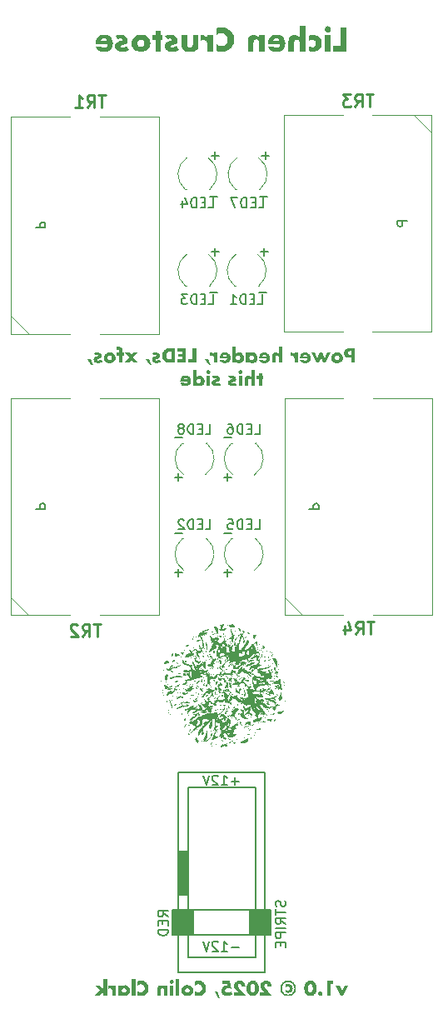
<source format=gbr>
%TF.GenerationSoftware,KiCad,Pcbnew,9.0.6*%
%TF.CreationDate,2025-12-17T11:15:49-05:00*%
%TF.ProjectId,lichen-crustose-processing-board,6c696368-656e-42d6-9372-7573746f7365,1.0*%
%TF.SameCoordinates,Original*%
%TF.FileFunction,Legend,Bot*%
%TF.FilePolarity,Positive*%
%FSLAX46Y46*%
G04 Gerber Fmt 4.6, Leading zero omitted, Abs format (unit mm)*
G04 Created by KiCad (PCBNEW 9.0.6) date 2025-12-17 11:15:49*
%MOMM*%
%LPD*%
G01*
G04 APERTURE LIST*
%ADD10C,0.000000*%
%ADD11C,0.300000*%
%ADD12C,0.254000*%
%ADD13C,0.150000*%
%ADD14C,0.200000*%
%ADD15C,0.100000*%
%ADD16C,0.120000*%
%ADD17C,0.127000*%
%ADD18C,4.400000*%
%ADD19R,1.700000X1.700000*%
%ADD20C,1.700000*%
%ADD21C,2.540000*%
%ADD22R,1.200000X1.200000*%
%ADD23C,1.200000*%
%ADD24R,1.800000X1.800000*%
%ADD25C,1.800000*%
%ADD26C,2.032000*%
G04 APERTURE END LIST*
D10*
G36*
X124939109Y-184708189D02*
G01*
X124934718Y-184704304D01*
X124940231Y-184699894D01*
X124939109Y-184708189D01*
G37*
G36*
X129870305Y-184095205D02*
G01*
X129859281Y-184092999D01*
X129849359Y-184072053D01*
X129870305Y-184095205D01*
G37*
G36*
X120732478Y-188651659D02*
G01*
X120723658Y-188657171D01*
X120742400Y-188492909D01*
X120732478Y-188651659D01*
G37*
G36*
X126718923Y-179924818D02*
G01*
X126718354Y-179925025D01*
X126718424Y-179924910D01*
X126718525Y-179924835D01*
X126718653Y-179924799D01*
X126718807Y-179924797D01*
X126718923Y-179924818D01*
G37*
G36*
X124046364Y-185005284D02*
G01*
X124047247Y-185006303D01*
X124048259Y-185007437D01*
X124049271Y-185008521D01*
X124049737Y-185008990D01*
X124050154Y-185009384D01*
X124050507Y-185009681D01*
X124050654Y-185009787D01*
X124050699Y-185009814D01*
X124039045Y-185011027D01*
X124045503Y-185004268D01*
X124046364Y-185005284D01*
G37*
G36*
X122955542Y-188373808D02*
G01*
X122965571Y-188385153D01*
X122974859Y-188396324D01*
X122983406Y-188407319D01*
X122991212Y-188418139D01*
X122998278Y-188428783D01*
X123004603Y-188439252D01*
X123010189Y-188449544D01*
X123015036Y-188459661D01*
X123019144Y-188469600D01*
X123022514Y-188479364D01*
X123025145Y-188488950D01*
X123027039Y-188498359D01*
X123028196Y-188507591D01*
X123028616Y-188516646D01*
X123028299Y-188525523D01*
X123027247Y-188534222D01*
X123025459Y-188542743D01*
X123022936Y-188551086D01*
X123019678Y-188559250D01*
X123015685Y-188567236D01*
X123010959Y-188575043D01*
X123005499Y-188582671D01*
X122999306Y-188590120D01*
X122992380Y-188597389D01*
X122984722Y-188604478D01*
X122976332Y-188611388D01*
X122967211Y-188618118D01*
X122957358Y-188624667D01*
X122946774Y-188631036D01*
X122935460Y-188637224D01*
X122922658Y-188619822D01*
X122911536Y-188602345D01*
X122906607Y-188593578D01*
X122902098Y-188584793D01*
X122898010Y-188575990D01*
X122894343Y-188567168D01*
X122891098Y-188558329D01*
X122888275Y-188549473D01*
X122885873Y-188540599D01*
X122883894Y-188531707D01*
X122882337Y-188522799D01*
X122881202Y-188513875D01*
X122880490Y-188504933D01*
X122880201Y-188495975D01*
X122880335Y-188487001D01*
X122880893Y-188478012D01*
X122881873Y-188469006D01*
X122883278Y-188459985D01*
X122885107Y-188450948D01*
X122887359Y-188441897D01*
X122890036Y-188432830D01*
X122893137Y-188423749D01*
X122896664Y-188414653D01*
X122900615Y-188405543D01*
X122909792Y-188387280D01*
X122920672Y-188368963D01*
X122933256Y-188350592D01*
X122955542Y-188373808D01*
G37*
G36*
X129678494Y-188056636D02*
G01*
X129678535Y-188058466D01*
X129678615Y-188060322D01*
X129678746Y-188062178D01*
X129678942Y-188064008D01*
X129679068Y-188064905D01*
X129679216Y-188065787D01*
X129679386Y-188066648D01*
X129679580Y-188067488D01*
X129676402Y-188068599D01*
X129673482Y-188069449D01*
X129672119Y-188069777D01*
X129670821Y-188070039D01*
X129669587Y-188070235D01*
X129668418Y-188070365D01*
X129667313Y-188070429D01*
X129666273Y-188070426D01*
X129665298Y-188070357D01*
X129664387Y-188070221D01*
X129663541Y-188070018D01*
X129662759Y-188069747D01*
X129662042Y-188069410D01*
X129661390Y-188069004D01*
X129660802Y-188068531D01*
X129660278Y-188067990D01*
X129659820Y-188067380D01*
X129659426Y-188066703D01*
X129659096Y-188065956D01*
X129658831Y-188065141D01*
X129658631Y-188064256D01*
X129658495Y-188063303D01*
X129658424Y-188062280D01*
X129658418Y-188061187D01*
X129658476Y-188060024D01*
X129658599Y-188058792D01*
X129658786Y-188057489D01*
X129659038Y-188056116D01*
X129659736Y-188053157D01*
X129678477Y-188053157D01*
X129678494Y-188056636D01*
G37*
G36*
X128112471Y-189807589D02*
G01*
X128113468Y-189807676D01*
X128114483Y-189807819D01*
X128115516Y-189808019D01*
X128116568Y-189808276D01*
X128117639Y-189808591D01*
X128118728Y-189808963D01*
X128119836Y-189809392D01*
X128120963Y-189809880D01*
X128095855Y-189817672D01*
X128095988Y-189817461D01*
X128096668Y-189816455D01*
X128097362Y-189815502D01*
X128098071Y-189814602D01*
X128098793Y-189813756D01*
X128099531Y-189812962D01*
X128100283Y-189812222D01*
X128101050Y-189811535D01*
X128101832Y-189810903D01*
X128102629Y-189810324D01*
X128103442Y-189809800D01*
X128104271Y-189809330D01*
X128105115Y-189808915D01*
X128105976Y-189808555D01*
X128106853Y-189808250D01*
X128107747Y-189808001D01*
X128108657Y-189807807D01*
X128109585Y-189807668D01*
X128110529Y-189807586D01*
X128111491Y-189807559D01*
X128112471Y-189807589D01*
G37*
G36*
X126222703Y-185199753D02*
G01*
X126239852Y-185335392D01*
X126238605Y-185334457D01*
X126219896Y-185195699D01*
X126222703Y-185199753D01*
G37*
G36*
X127126863Y-180717655D02*
G01*
X127113022Y-180703393D01*
X127128830Y-180698643D01*
X127144227Y-180693741D01*
X127155734Y-180689934D01*
X127126863Y-180717655D01*
G37*
G36*
X124731540Y-180435802D02*
G01*
X124713901Y-180440212D01*
X124719414Y-180433598D01*
X124731540Y-180435802D01*
G37*
G36*
X127640448Y-180302908D02*
G01*
X127644892Y-180303186D01*
X127649336Y-180303685D01*
X127653780Y-180304404D01*
X127658225Y-180305345D01*
X127662669Y-180306507D01*
X127667113Y-180307892D01*
X127671557Y-180309498D01*
X127676001Y-180311328D01*
X127680445Y-180313381D01*
X127684889Y-180315658D01*
X127689334Y-180318159D01*
X127698222Y-180323834D01*
X127707110Y-180330410D01*
X127697834Y-180338368D01*
X127693216Y-180341958D01*
X127688610Y-180345289D01*
X127684017Y-180348359D01*
X127679438Y-180351170D01*
X127674871Y-180353719D01*
X127670317Y-180356007D01*
X127665776Y-180358034D01*
X127661248Y-180359798D01*
X127656732Y-180361301D01*
X127652230Y-180362540D01*
X127647741Y-180363516D01*
X127643264Y-180364229D01*
X127638801Y-180364677D01*
X127634350Y-180364861D01*
X127629912Y-180364780D01*
X127625488Y-180364434D01*
X127621076Y-180363823D01*
X127616677Y-180362945D01*
X127612291Y-180361801D01*
X127607918Y-180360390D01*
X127603558Y-180358711D01*
X127599210Y-180356765D01*
X127594876Y-180354551D01*
X127590555Y-180352069D01*
X127586246Y-180349317D01*
X127581951Y-180346296D01*
X127577668Y-180343006D01*
X127573398Y-180339446D01*
X127569141Y-180335615D01*
X127564897Y-180331513D01*
X127573786Y-180324912D01*
X127582674Y-180319166D01*
X127591562Y-180314280D01*
X127596006Y-180312160D01*
X127600451Y-180310256D01*
X127604895Y-180308569D01*
X127609339Y-180307098D01*
X127613783Y-180305845D01*
X127618227Y-180304809D01*
X127622671Y-180303991D01*
X127627116Y-180303392D01*
X127631560Y-180303011D01*
X127636004Y-180302849D01*
X127640448Y-180302908D01*
G37*
G36*
X128373400Y-184222159D02*
G01*
X128379400Y-184250806D01*
X128391338Y-184305399D01*
X128385696Y-184296086D01*
X128378245Y-184284033D01*
X128363293Y-184260295D01*
X128348385Y-184236759D01*
X128333656Y-184213078D01*
X128342482Y-184207915D01*
X128351050Y-184203021D01*
X128359416Y-184198171D01*
X128363540Y-184195694D01*
X128367636Y-184193143D01*
X128373400Y-184222159D01*
G37*
G36*
X120049522Y-185697532D02*
G01*
X119954454Y-185761392D01*
X119951959Y-185758578D01*
X119951087Y-185757612D01*
X119950371Y-185756837D01*
X119949962Y-185756427D01*
X120085059Y-185673891D01*
X120049522Y-185697532D01*
G37*
G36*
X122039505Y-182054071D02*
G01*
X122033916Y-182059724D01*
X122032491Y-182061251D01*
X122031793Y-182062034D01*
X122031111Y-182062830D01*
X122030448Y-182063640D01*
X122029806Y-182064464D01*
X122029191Y-182065303D01*
X122028605Y-182066158D01*
X122032276Y-182047141D01*
X122039505Y-182054071D01*
G37*
G36*
X121741585Y-185341676D02*
G01*
X121735365Y-185335327D01*
X121703344Y-185365539D01*
X121670840Y-185393699D01*
X121637812Y-185419638D01*
X121604218Y-185443191D01*
X121570017Y-185464193D01*
X121535165Y-185482477D01*
X121517483Y-185490548D01*
X121499623Y-185497877D01*
X121481579Y-185504444D01*
X121463347Y-185510227D01*
X121444921Y-185515206D01*
X121426296Y-185519361D01*
X121407467Y-185522671D01*
X121388428Y-185525114D01*
X121369175Y-185526670D01*
X121349702Y-185527318D01*
X121330004Y-185527038D01*
X121310076Y-185525809D01*
X121289912Y-185523609D01*
X121269507Y-185520420D01*
X121248856Y-185516218D01*
X121227955Y-185510984D01*
X121206796Y-185504698D01*
X121185376Y-185497337D01*
X121163690Y-185488882D01*
X121141731Y-185479312D01*
X121692375Y-185171085D01*
X121741585Y-185341676D01*
G37*
G36*
X125273708Y-183612978D02*
G01*
X125274660Y-183615030D01*
X125275663Y-183617056D01*
X125276692Y-183619043D01*
X125278725Y-183622850D01*
X125279677Y-183624644D01*
X125280551Y-183626347D01*
X125269526Y-183621937D01*
X125269439Y-183621906D01*
X125269382Y-183621813D01*
X125269353Y-183621665D01*
X125269352Y-183621463D01*
X125269422Y-183620920D01*
X125269578Y-183620215D01*
X125269805Y-183619380D01*
X125270088Y-183618449D01*
X125270767Y-183616425D01*
X125271497Y-183614401D01*
X125272162Y-183612636D01*
X125272834Y-183610913D01*
X125273708Y-183612978D01*
G37*
G36*
X124410292Y-182373545D02*
G01*
X124392653Y-182371340D01*
X124403677Y-182354804D01*
X124410292Y-182373545D01*
G37*
G36*
X125265433Y-183880364D02*
G01*
X125273127Y-183881358D01*
X125281165Y-183882900D01*
X125289548Y-183884989D01*
X125298273Y-183887625D01*
X125307343Y-183890809D01*
X125316755Y-183894542D01*
X125326511Y-183898823D01*
X125336610Y-183903652D01*
X125347052Y-183909030D01*
X125356118Y-183914012D01*
X125355743Y-183913697D01*
X125354529Y-183912614D01*
X125353314Y-183911479D01*
X125352255Y-183910461D01*
X125351221Y-183909445D01*
X125367775Y-183914578D01*
X125384432Y-183919917D01*
X125401296Y-183925257D01*
X125409837Y-183927863D01*
X125418469Y-183930391D01*
X125419572Y-183930391D01*
X125183652Y-183996536D01*
X125183723Y-183985542D01*
X125184143Y-183975091D01*
X125184911Y-183965183D01*
X125186027Y-183955818D01*
X125187491Y-183946996D01*
X125189303Y-183938718D01*
X125191463Y-183930983D01*
X125193970Y-183923793D01*
X125196824Y-183917147D01*
X125200026Y-183911046D01*
X125203574Y-183905489D01*
X125207468Y-183900476D01*
X125211709Y-183896009D01*
X125216297Y-183892087D01*
X125221230Y-183888711D01*
X125226509Y-183885880D01*
X125232134Y-183883595D01*
X125238104Y-183881856D01*
X125244419Y-183880663D01*
X125251079Y-183880017D01*
X125258084Y-183879917D01*
X125265433Y-183880364D01*
G37*
G36*
X126039294Y-182682513D02*
G01*
X126038818Y-182687098D01*
X126038532Y-182689479D01*
X126038202Y-182691941D01*
X126037821Y-182694499D01*
X126037379Y-182697169D01*
X126032096Y-182686942D01*
X126039702Y-182678057D01*
X126039294Y-182682513D01*
G37*
G36*
X125023441Y-187212078D02*
G01*
X125025009Y-187214024D01*
X125025360Y-187214500D01*
X125025378Y-187214538D01*
X125025365Y-187214540D01*
X125025233Y-187214420D01*
X124998774Y-187217727D01*
X125001304Y-187216851D01*
X125003925Y-187215884D01*
X125006623Y-187214840D01*
X125009385Y-187213731D01*
X125015052Y-187211371D01*
X125020823Y-187208908D01*
X125023441Y-187212078D01*
G37*
G36*
X127606436Y-186415186D02*
G01*
X127741071Y-186417804D01*
X127735558Y-186423316D01*
X127470975Y-186413395D01*
X127606436Y-186415186D01*
G37*
G36*
X126794519Y-180733128D02*
G01*
X126748875Y-180822823D01*
X126705424Y-180913358D01*
X126624159Y-181089764D01*
X126548836Y-181247980D01*
X126512814Y-181315778D01*
X126490298Y-181352743D01*
X126576788Y-180963536D01*
X126574584Y-180963536D01*
X126574584Y-180901800D01*
X126577891Y-180902902D01*
X126587261Y-180887850D01*
X126601097Y-180869946D01*
X126640857Y-180826630D01*
X126694553Y-180775049D01*
X126759568Y-180717298D01*
X126833284Y-180655470D01*
X126840653Y-180649578D01*
X126794519Y-180733128D01*
G37*
G36*
X124600795Y-186176558D02*
G01*
X124607855Y-186183311D01*
X124614385Y-186190018D01*
X124620385Y-186196680D01*
X124625854Y-186203296D01*
X124630793Y-186209865D01*
X124635200Y-186216389D01*
X124639077Y-186222865D01*
X124642422Y-186229295D01*
X124645236Y-186235677D01*
X124647518Y-186242013D01*
X124649268Y-186248301D01*
X124650486Y-186254541D01*
X124651171Y-186260733D01*
X124651325Y-186266878D01*
X124650945Y-186272974D01*
X124650033Y-186279022D01*
X124648587Y-186285021D01*
X124646608Y-186290971D01*
X124644096Y-186296872D01*
X124641050Y-186302724D01*
X124637470Y-186308526D01*
X124633355Y-186314279D01*
X124628707Y-186319982D01*
X124623524Y-186325635D01*
X124617806Y-186331238D01*
X124611553Y-186336790D01*
X124604766Y-186342291D01*
X124597442Y-186347742D01*
X124589584Y-186353141D01*
X124581189Y-186358490D01*
X124572259Y-186363786D01*
X124564769Y-186356587D01*
X124557803Y-186349460D01*
X124551360Y-186342403D01*
X124545441Y-186335418D01*
X124540046Y-186328505D01*
X124535175Y-186321665D01*
X124530829Y-186314896D01*
X124527008Y-186308200D01*
X124523711Y-186301577D01*
X124520939Y-186295026D01*
X124518693Y-186288549D01*
X124516972Y-186282144D01*
X124515776Y-186275814D01*
X124515107Y-186269557D01*
X124514963Y-186263373D01*
X124515346Y-186257264D01*
X124516255Y-186251230D01*
X124517691Y-186245269D01*
X124519654Y-186239384D01*
X124522144Y-186233573D01*
X124525161Y-186227837D01*
X124528705Y-186222177D01*
X124532778Y-186216592D01*
X124537378Y-186211083D01*
X124542506Y-186205650D01*
X124548162Y-186200293D01*
X124554347Y-186195012D01*
X124561060Y-186189807D01*
X124568303Y-186184680D01*
X124576074Y-186179629D01*
X124584375Y-186174655D01*
X124593205Y-186169759D01*
X124600795Y-186176558D01*
G37*
G36*
X122374486Y-182752438D02*
G01*
X122376202Y-182752797D01*
X122377820Y-182753188D01*
X122379343Y-182753612D01*
X122380769Y-182754070D01*
X122382100Y-182754561D01*
X122383334Y-182755085D01*
X122384474Y-182755643D01*
X122385518Y-182756235D01*
X122386467Y-182756861D01*
X122387321Y-182757521D01*
X122388080Y-182758216D01*
X122388745Y-182758946D01*
X122389316Y-182759710D01*
X122389793Y-182760510D01*
X122390175Y-182761345D01*
X122390464Y-182762215D01*
X122390660Y-182763121D01*
X122390762Y-182764063D01*
X122390772Y-182765042D01*
X122390688Y-182766056D01*
X122390512Y-182767107D01*
X122390243Y-182768195D01*
X122389882Y-182769320D01*
X122389429Y-182770482D01*
X122388885Y-182771681D01*
X122388248Y-182772918D01*
X122387520Y-182774193D01*
X122386701Y-182775505D01*
X122385791Y-182776856D01*
X122384790Y-182778245D01*
X122383699Y-182779673D01*
X122364957Y-182770852D01*
X122372674Y-182752112D01*
X122374486Y-182752438D01*
G37*
G36*
X125082270Y-183531060D02*
G01*
X125091339Y-183537936D01*
X125099840Y-183544779D01*
X125107773Y-183551589D01*
X125115136Y-183558367D01*
X125121932Y-183565110D01*
X125128159Y-183571821D01*
X125133817Y-183578498D01*
X125138907Y-183585140D01*
X125143429Y-183591749D01*
X125147382Y-183598324D01*
X125150767Y-183604863D01*
X125153583Y-183611368D01*
X125155831Y-183617839D01*
X125157511Y-183624274D01*
X125158622Y-183630674D01*
X125159164Y-183637038D01*
X125159139Y-183643366D01*
X125158544Y-183649659D01*
X125157382Y-183655915D01*
X125155650Y-183662135D01*
X125153351Y-183668319D01*
X125150483Y-183674466D01*
X125147046Y-183680576D01*
X125143041Y-183686649D01*
X125138468Y-183692684D01*
X125133326Y-183698682D01*
X125127616Y-183704642D01*
X125121337Y-183710564D01*
X125114490Y-183716448D01*
X125107075Y-183722294D01*
X125099091Y-183728101D01*
X125091255Y-183723198D01*
X125083872Y-183718204D01*
X125076941Y-183713120D01*
X125070462Y-183707943D01*
X125064435Y-183702674D01*
X125058861Y-183697313D01*
X125053738Y-183691859D01*
X125049068Y-183686312D01*
X125044850Y-183680671D01*
X125041084Y-183674936D01*
X125037770Y-183669107D01*
X125034909Y-183663182D01*
X125032499Y-183657163D01*
X125030542Y-183651048D01*
X125029037Y-183644836D01*
X125027984Y-183638528D01*
X125027383Y-183632124D01*
X125027235Y-183625622D01*
X125027538Y-183619022D01*
X125028294Y-183612324D01*
X125029502Y-183605528D01*
X125031162Y-183598632D01*
X125033274Y-183591638D01*
X125035839Y-183584544D01*
X125038856Y-183577349D01*
X125042324Y-183570054D01*
X125046245Y-183562658D01*
X125050618Y-183555161D01*
X125055444Y-183547562D01*
X125060721Y-183539861D01*
X125066451Y-183532058D01*
X125072633Y-183524151D01*
X125082270Y-183531060D01*
G37*
G36*
X130503397Y-185046037D02*
G01*
X130513309Y-185047698D01*
X130523176Y-185050252D01*
X130532998Y-185053699D01*
X130542775Y-185058039D01*
X130552506Y-185063274D01*
X130562192Y-185069402D01*
X130571833Y-185076425D01*
X130581429Y-185084344D01*
X130590979Y-185093157D01*
X130600484Y-185102867D01*
X130609944Y-185113473D01*
X130619359Y-185124975D01*
X130628729Y-185137375D01*
X130638053Y-185150672D01*
X130636951Y-185151775D01*
X130317246Y-185168311D01*
X130327972Y-185153974D01*
X130338653Y-185140523D01*
X130349288Y-185127957D01*
X130359879Y-185116277D01*
X130370424Y-185105484D01*
X130380924Y-185095578D01*
X130391379Y-185086559D01*
X130401788Y-185078429D01*
X130412153Y-185071186D01*
X130422472Y-185064832D01*
X130432746Y-185059367D01*
X130442974Y-185054791D01*
X130453158Y-185051105D01*
X130463296Y-185048309D01*
X130473389Y-185046404D01*
X130483437Y-185045390D01*
X130493440Y-185045267D01*
X130503397Y-185046037D01*
G37*
G36*
X123731940Y-188869877D02*
G01*
X123742033Y-188873781D01*
X123752216Y-188877548D01*
X123762552Y-188881142D01*
X123766511Y-188882411D01*
X123757136Y-188886734D01*
X123735752Y-188896842D01*
X123693736Y-188917043D01*
X123691201Y-188853629D01*
X123731940Y-188869877D01*
G37*
G36*
X128585809Y-189556382D02*
G01*
X128585669Y-189559549D01*
X128585451Y-189562639D01*
X128585169Y-189565665D01*
X128584835Y-189568638D01*
X128584462Y-189571573D01*
X128583652Y-189577378D01*
X128582464Y-189576345D01*
X128581269Y-189575285D01*
X128579932Y-189574071D01*
X128578646Y-189572856D01*
X128578083Y-189572298D01*
X128577606Y-189571797D01*
X128577239Y-189571374D01*
X128577005Y-189571048D01*
X128576947Y-189570927D01*
X128576930Y-189570838D01*
X128576960Y-189570782D01*
X128577038Y-189570763D01*
X128578231Y-189568694D01*
X128579346Y-189566612D01*
X128580410Y-189564504D01*
X128581448Y-189562358D01*
X128583550Y-189557896D01*
X128584665Y-189555556D01*
X128585858Y-189553124D01*
X128585809Y-189556382D01*
G37*
G36*
X121202081Y-183471818D02*
G01*
X121203056Y-183471887D01*
X121203967Y-183472023D01*
X121204813Y-183472226D01*
X121205595Y-183472497D01*
X121206312Y-183472834D01*
X121206964Y-183473240D01*
X121207552Y-183473713D01*
X121208076Y-183474254D01*
X121208534Y-183474864D01*
X121208928Y-183475541D01*
X121209258Y-183476288D01*
X121209523Y-183477103D01*
X121209723Y-183477988D01*
X121209859Y-183478941D01*
X121209930Y-183479964D01*
X121209936Y-183481057D01*
X121209878Y-183482220D01*
X121209755Y-183483452D01*
X121209568Y-183484755D01*
X121209316Y-183486128D01*
X121208618Y-183489087D01*
X121189877Y-183489087D01*
X121189860Y-183485608D01*
X121189819Y-183483778D01*
X121189739Y-183481922D01*
X121189608Y-183480066D01*
X121189412Y-183478236D01*
X121189286Y-183477339D01*
X121189138Y-183476457D01*
X121188968Y-183475596D01*
X121188774Y-183474756D01*
X121191952Y-183473645D01*
X121194872Y-183472795D01*
X121196235Y-183472467D01*
X121197533Y-183472205D01*
X121198767Y-183472009D01*
X121199936Y-183471879D01*
X121201041Y-183471815D01*
X121202081Y-183471818D01*
G37*
G36*
X122661035Y-183510737D02*
G01*
X122654455Y-183512459D01*
X122661070Y-183504742D01*
X122661035Y-183510737D01*
G37*
G36*
X122579375Y-182846928D02*
G01*
X122573863Y-182840314D01*
X122583204Y-182834430D01*
X122579375Y-182846928D01*
G37*
G36*
X124554680Y-187146420D02*
G01*
X124551168Y-187151206D01*
X124538998Y-187146887D01*
X124526708Y-187142724D01*
X124501893Y-187134790D01*
X124476974Y-187127256D01*
X124452204Y-187119974D01*
X124452299Y-187119994D01*
X124452563Y-187120031D01*
X124452749Y-187120045D01*
X124452965Y-187120051D01*
X124453208Y-187120043D01*
X124453474Y-187120018D01*
X124453759Y-187119970D01*
X124454059Y-187119897D01*
X124454370Y-187119794D01*
X124454529Y-187119729D01*
X124454688Y-187119655D01*
X124454849Y-187119571D01*
X124455010Y-187119477D01*
X124455171Y-187119373D01*
X124455332Y-187119256D01*
X124455491Y-187119128D01*
X124455649Y-187118987D01*
X124455805Y-187118834D01*
X124455958Y-187118666D01*
X124554680Y-187146420D01*
G37*
G36*
X124767227Y-186520263D02*
G01*
X124767276Y-186520289D01*
X124767294Y-186520331D01*
X124767281Y-186520389D01*
X124767233Y-186520464D01*
X124767149Y-186520558D01*
X124763478Y-186525106D01*
X124762740Y-186526043D01*
X124762740Y-186521661D01*
X124763583Y-186521333D01*
X124764425Y-186521021D01*
X124765358Y-186520696D01*
X124766238Y-186520423D01*
X124766615Y-186520325D01*
X124766925Y-186520265D01*
X124767151Y-186520251D01*
X124767227Y-186520263D01*
G37*
G36*
X130125954Y-183049335D02*
G01*
X130135876Y-182890585D01*
X130144696Y-182885073D01*
X130125954Y-183049335D01*
G37*
G36*
X125094511Y-179429679D02*
G01*
X125088748Y-179431703D01*
X125093158Y-179425089D01*
X125094511Y-179429679D01*
G37*
G36*
X124355751Y-183828505D02*
G01*
X124358920Y-183828874D01*
X124361978Y-183829499D01*
X124364927Y-183830379D01*
X124367766Y-183831514D01*
X124370495Y-183832905D01*
X124373114Y-183834550D01*
X124375624Y-183836449D01*
X124378024Y-183838603D01*
X124380314Y-183841011D01*
X124382494Y-183843673D01*
X124384564Y-183846588D01*
X124386525Y-183849758D01*
X124388375Y-183853180D01*
X124390116Y-183856856D01*
X124391747Y-183860784D01*
X124393268Y-183864966D01*
X124394680Y-183869399D01*
X124395981Y-183874086D01*
X124397173Y-183879024D01*
X124388091Y-183883352D01*
X124379448Y-183886829D01*
X124375291Y-183888249D01*
X124371244Y-183889457D01*
X124367307Y-183890453D01*
X124363480Y-183891237D01*
X124359763Y-183891809D01*
X124356155Y-183892170D01*
X124352657Y-183892320D01*
X124349269Y-183892259D01*
X124345991Y-183891988D01*
X124342822Y-183891506D01*
X124339764Y-183890813D01*
X124336815Y-183889910D01*
X124333976Y-183888798D01*
X124331247Y-183887475D01*
X124328627Y-183885943D01*
X124326118Y-183884202D01*
X124323718Y-183882252D01*
X124321428Y-183880093D01*
X124319248Y-183877725D01*
X124317178Y-183875148D01*
X124315217Y-183872363D01*
X124313367Y-183869370D01*
X124311626Y-183866169D01*
X124309995Y-183862761D01*
X124308473Y-183859145D01*
X124307062Y-183855321D01*
X124305760Y-183851291D01*
X124304569Y-183847053D01*
X124313651Y-183841369D01*
X124318027Y-183838913D01*
X124322294Y-183836716D01*
X124326450Y-183834776D01*
X124330497Y-183833093D01*
X124334435Y-183831668D01*
X124338262Y-183830500D01*
X124341979Y-183829588D01*
X124345587Y-183828933D01*
X124349085Y-183828534D01*
X124352473Y-183828392D01*
X124355751Y-183828505D01*
G37*
G36*
X126027131Y-182692454D02*
G01*
X126027117Y-182692478D01*
X126029322Y-182681454D01*
X126027131Y-182692454D01*
G37*
G36*
X122318996Y-180716664D02*
G01*
X122329459Y-180745654D01*
X122337799Y-180772474D01*
X122344016Y-180797124D01*
X122348108Y-180819603D01*
X122350073Y-180839912D01*
X122350258Y-180849253D01*
X122349910Y-180858051D01*
X122349030Y-180866306D01*
X122347617Y-180874019D01*
X122345671Y-180881189D01*
X122343191Y-180887816D01*
X122340179Y-180893901D01*
X122336633Y-180899443D01*
X122332554Y-180904443D01*
X122327940Y-180908900D01*
X122322792Y-180912815D01*
X122317110Y-180916187D01*
X122310894Y-180919016D01*
X122304142Y-180921302D01*
X122296856Y-180923047D01*
X122289035Y-180924248D01*
X122280678Y-180924907D01*
X122271786Y-180925023D01*
X122262358Y-180924597D01*
X122252394Y-180923628D01*
X122310482Y-180695579D01*
X122318996Y-180716664D01*
G37*
G36*
X128089611Y-187481993D02*
G01*
X128088509Y-187481969D01*
X128088470Y-187481967D01*
X128089611Y-187481993D01*
G37*
G36*
X123598852Y-184175378D02*
G01*
X123601830Y-184175756D01*
X123604845Y-184176397D01*
X123607896Y-184177301D01*
X123610985Y-184178468D01*
X123614111Y-184179898D01*
X123617274Y-184181591D01*
X123620474Y-184183549D01*
X123623712Y-184185769D01*
X123626989Y-184188254D01*
X123630303Y-184191004D01*
X123633656Y-184194017D01*
X123637047Y-184197296D01*
X123618995Y-184223616D01*
X123610227Y-184236518D01*
X123601769Y-184249110D01*
X123584630Y-184240790D01*
X123570488Y-184233814D01*
X123558206Y-184227871D01*
X123552408Y-184225190D01*
X123546648Y-184222651D01*
X123548938Y-184217820D01*
X123551260Y-184213246D01*
X123553615Y-184208932D01*
X123556003Y-184204877D01*
X123558425Y-184201081D01*
X123560879Y-184197544D01*
X123563367Y-184194267D01*
X123565889Y-184191249D01*
X123568444Y-184188492D01*
X123571034Y-184185995D01*
X123573658Y-184183758D01*
X123576317Y-184181782D01*
X123579010Y-184180066D01*
X123581738Y-184178612D01*
X123584501Y-184177419D01*
X123587300Y-184176487D01*
X123590134Y-184175817D01*
X123593004Y-184175408D01*
X123595910Y-184175262D01*
X123598852Y-184175378D01*
G37*
G36*
X120936550Y-185431780D02*
G01*
X120941971Y-185432690D01*
X120947496Y-185434167D01*
X120953125Y-185436211D01*
X120958859Y-185438823D01*
X120964698Y-185442002D01*
X120970640Y-185445750D01*
X120976686Y-185450065D01*
X120982835Y-185454948D01*
X120841506Y-185566361D01*
X120844217Y-185554809D01*
X120850455Y-185532344D01*
X120857129Y-185512131D01*
X120864238Y-185494171D01*
X120871779Y-185478464D01*
X120875712Y-185471457D01*
X120879752Y-185465014D01*
X120883899Y-185459136D01*
X120888154Y-185453822D01*
X120892515Y-185449073D01*
X120896983Y-185444889D01*
X120901558Y-185441270D01*
X120906240Y-185438216D01*
X120911027Y-185435728D01*
X120915921Y-185433806D01*
X120920920Y-185432450D01*
X120926025Y-185431660D01*
X120931235Y-185431437D01*
X120936550Y-185431780D01*
G37*
G36*
X123878479Y-187911494D02*
G01*
X123877808Y-187911150D01*
X123877142Y-187910796D01*
X123876412Y-187910392D01*
X123875734Y-187909987D01*
X123875451Y-187909801D01*
X123875224Y-187909634D01*
X123875068Y-187909493D01*
X123875021Y-187909434D01*
X123874998Y-187909384D01*
X123874999Y-187909344D01*
X123875028Y-187909314D01*
X123875085Y-187909296D01*
X123875172Y-187909289D01*
X123879296Y-187908350D01*
X123878479Y-187911494D01*
G37*
G36*
X122285890Y-181965899D02*
G01*
X122287085Y-181966959D01*
X122288422Y-181968173D01*
X122289708Y-181969388D01*
X122290271Y-181969946D01*
X122290748Y-181970447D01*
X122291115Y-181970870D01*
X122291349Y-181971196D01*
X122291407Y-181971317D01*
X122291424Y-181971406D01*
X122291394Y-181971462D01*
X122291316Y-181971481D01*
X122290123Y-181973550D01*
X122289008Y-181975632D01*
X122287944Y-181977740D01*
X122286906Y-181979886D01*
X122284804Y-181984348D01*
X122283689Y-181986688D01*
X122282496Y-181989120D01*
X122282545Y-181985862D01*
X122282685Y-181982695D01*
X122282903Y-181979605D01*
X122283185Y-181976579D01*
X122283519Y-181973606D01*
X122283892Y-181970671D01*
X122284702Y-181964866D01*
X122285890Y-181965899D01*
G37*
G36*
X120798193Y-186263003D02*
G01*
X120797316Y-186261481D01*
X120798418Y-186261481D01*
X120798193Y-186263003D01*
G37*
G36*
X126475701Y-189170904D02*
G01*
X126464677Y-189187440D01*
X126458062Y-189168699D01*
X126475701Y-189170904D01*
G37*
G36*
X126377081Y-179359160D02*
G01*
X126412539Y-179362622D01*
X126448284Y-179367841D01*
X126484315Y-179374818D01*
X126477700Y-179379227D01*
X126476458Y-179390351D01*
X126477162Y-179401011D01*
X126479644Y-179411249D01*
X126483732Y-179421105D01*
X126489254Y-179430619D01*
X126496040Y-179439832D01*
X126503919Y-179448784D01*
X126512720Y-179457517D01*
X126532404Y-179474486D01*
X126553723Y-179491062D01*
X126575311Y-179507570D01*
X126595798Y-179524335D01*
X126605203Y-179532915D01*
X126613819Y-179541681D01*
X126621476Y-179550674D01*
X126628004Y-179559933D01*
X126633230Y-179569501D01*
X126636985Y-179579416D01*
X126639098Y-179589720D01*
X126639396Y-179600454D01*
X126637710Y-179611658D01*
X126633868Y-179623372D01*
X126627700Y-179635637D01*
X126619034Y-179648494D01*
X126607699Y-179661983D01*
X126593525Y-179676145D01*
X126576340Y-179691020D01*
X126557358Y-179705587D01*
X126551051Y-179699967D01*
X126542123Y-179694702D01*
X126530931Y-179689902D01*
X126502395Y-179681432D01*
X126466711Y-179674024D01*
X126277885Y-179644362D01*
X126225503Y-179634274D01*
X126173589Y-179622051D01*
X126123413Y-179607160D01*
X126099373Y-179598547D01*
X126076243Y-179589068D01*
X126054183Y-179578656D01*
X126033350Y-179567243D01*
X126013904Y-179554764D01*
X125996003Y-179541151D01*
X125979805Y-179526339D01*
X125965470Y-179510260D01*
X125953156Y-179492848D01*
X125943022Y-179474036D01*
X125974596Y-179454658D01*
X126006478Y-179437036D01*
X126038667Y-179421171D01*
X126071162Y-179407064D01*
X126103960Y-179394713D01*
X126137060Y-179384119D01*
X126170461Y-179375283D01*
X126204160Y-179368203D01*
X126238156Y-179362880D01*
X126272448Y-179359315D01*
X126307034Y-179357506D01*
X126341912Y-179357454D01*
X126377081Y-179359160D01*
G37*
G36*
X125818095Y-186637966D02*
G01*
X125862744Y-186677792D01*
X125885068Y-186697963D01*
X125907392Y-186718444D01*
X125809276Y-186633557D01*
X125818095Y-186637966D01*
G37*
G36*
X128205494Y-185201853D02*
G01*
X128207675Y-185202126D01*
X128209835Y-185202628D01*
X128211977Y-185203360D01*
X128214099Y-185204320D01*
X128216201Y-185205509D01*
X128218284Y-185206926D01*
X128220348Y-185208572D01*
X128222393Y-185210446D01*
X128224418Y-185212548D01*
X128226423Y-185214877D01*
X128228410Y-185217434D01*
X128230377Y-185220218D01*
X128232324Y-185223230D01*
X128234252Y-185226468D01*
X128236161Y-185229933D01*
X128238050Y-185233624D01*
X128239920Y-185237542D01*
X128237249Y-185239732D01*
X128234611Y-185241754D01*
X128232004Y-185243608D01*
X128229430Y-185245295D01*
X128226888Y-185246815D01*
X128224379Y-185248169D01*
X128221902Y-185249355D01*
X128219457Y-185250375D01*
X128217044Y-185251228D01*
X128214664Y-185251916D01*
X128212316Y-185252437D01*
X128210000Y-185252793D01*
X128207716Y-185252983D01*
X128205465Y-185253008D01*
X128203246Y-185252868D01*
X128201060Y-185252562D01*
X128198906Y-185252092D01*
X128196784Y-185251458D01*
X128194694Y-185250659D01*
X128192637Y-185249696D01*
X128190612Y-185248570D01*
X128188619Y-185247279D01*
X128186658Y-185245825D01*
X128184730Y-185244208D01*
X128182834Y-185242428D01*
X128180971Y-185240484D01*
X128179139Y-185238378D01*
X128177340Y-185236110D01*
X128175574Y-185233679D01*
X128173839Y-185231086D01*
X128172137Y-185228331D01*
X128170467Y-185225415D01*
X128172938Y-185222224D01*
X128175390Y-185219265D01*
X128177822Y-185216539D01*
X128180234Y-185214044D01*
X128182628Y-185211781D01*
X128185002Y-185209750D01*
X128187356Y-185207950D01*
X128189691Y-185206381D01*
X128192007Y-185205043D01*
X128194303Y-185203936D01*
X128196580Y-185203059D01*
X128198838Y-185202413D01*
X128201076Y-185201996D01*
X128203295Y-185201810D01*
X128205494Y-185201853D01*
G37*
G36*
X122543337Y-187577931D02*
G01*
X122528898Y-187577203D01*
X122534089Y-187571388D01*
X122543337Y-187577931D01*
G37*
G36*
X121261008Y-186079585D02*
G01*
X121254509Y-186090683D01*
X121247881Y-186101187D01*
X121241123Y-186111099D01*
X121234235Y-186120417D01*
X121227217Y-186129144D01*
X121220069Y-186137278D01*
X121212790Y-186144822D01*
X121205380Y-186151774D01*
X121197839Y-186158135D01*
X121190166Y-186163907D01*
X121182363Y-186169088D01*
X121174428Y-186173680D01*
X121166361Y-186177683D01*
X121158162Y-186181097D01*
X121149830Y-186183923D01*
X121141367Y-186186162D01*
X121132770Y-186187813D01*
X121124041Y-186188876D01*
X121115179Y-186189354D01*
X121106184Y-186189245D01*
X121097055Y-186188550D01*
X121087792Y-186187270D01*
X121078396Y-186185405D01*
X121068866Y-186182955D01*
X121059201Y-186179921D01*
X121049402Y-186176303D01*
X121039469Y-186172102D01*
X121029400Y-186167318D01*
X121019197Y-186161952D01*
X121008858Y-186156003D01*
X120998384Y-186149472D01*
X120993974Y-186145063D01*
X121267377Y-186067893D01*
X121261008Y-186079585D01*
G37*
G36*
X130773754Y-186636029D02*
G01*
X130785612Y-186637260D01*
X130797625Y-186639374D01*
X130809826Y-186642410D01*
X130822247Y-186646407D01*
X130834922Y-186651405D01*
X130847883Y-186657441D01*
X130861163Y-186664556D01*
X130874795Y-186672788D01*
X130888813Y-186682176D01*
X130903248Y-186692759D01*
X130918134Y-186704577D01*
X130921722Y-186707576D01*
X130752276Y-186780122D01*
X130667424Y-186814562D01*
X130582406Y-186846908D01*
X130497161Y-186876504D01*
X130411629Y-186902697D01*
X130325751Y-186924833D01*
X130239465Y-186942255D01*
X130152712Y-186954311D01*
X130065432Y-186960345D01*
X129977564Y-186959703D01*
X129933391Y-186956674D01*
X129889049Y-186951731D01*
X129844529Y-186944791D01*
X129799825Y-186935774D01*
X129754929Y-186924596D01*
X129709833Y-186911177D01*
X129664531Y-186895434D01*
X129619013Y-186877286D01*
X129573274Y-186856651D01*
X129527305Y-186833447D01*
X129589706Y-186830721D01*
X129652907Y-186829607D01*
X129780853Y-186830511D01*
X129909438Y-186832759D01*
X130036958Y-186832950D01*
X130099785Y-186831211D01*
X130161705Y-186827681D01*
X130222507Y-186821937D01*
X130281977Y-186813552D01*
X130339901Y-186802102D01*
X130396067Y-186787161D01*
X130450261Y-186768304D01*
X130502270Y-186745106D01*
X130534137Y-186728562D01*
X130563994Y-186712429D01*
X130618727Y-186682648D01*
X130644129Y-186669623D01*
X130668573Y-186658258D01*
X130692320Y-186648866D01*
X130704015Y-186645007D01*
X130715635Y-186641758D01*
X130727212Y-186639158D01*
X130738780Y-186637246D01*
X130750371Y-186636062D01*
X130762018Y-186635643D01*
X130773754Y-186636029D01*
G37*
G36*
X130010303Y-182857752D02*
G01*
X129993787Y-182989382D01*
X129992686Y-182989328D01*
X129994975Y-182956328D01*
X129996953Y-182923313D01*
X130000394Y-182857256D01*
X130010303Y-182857752D01*
G37*
G36*
X126356970Y-184758206D02*
G01*
X126354765Y-184757103D01*
X126355530Y-184754325D01*
X126356970Y-184758206D01*
G37*
G36*
X128106419Y-185757286D02*
G01*
X128123112Y-185773500D01*
X128139933Y-185789552D01*
X128148412Y-185797491D01*
X128156946Y-185805360D01*
X128156854Y-185805315D01*
X128156740Y-185805308D01*
X128156607Y-185805335D01*
X128156455Y-185805394D01*
X128156287Y-185805484D01*
X128156104Y-185805602D01*
X128155699Y-185805911D01*
X128155252Y-185806302D01*
X128154778Y-185806758D01*
X128154289Y-185807260D01*
X128153796Y-185807788D01*
X128152855Y-185808850D01*
X128152056Y-185809794D01*
X128151294Y-185810729D01*
X128142919Y-185802585D01*
X128134437Y-185794473D01*
X128117306Y-185778396D01*
X128083454Y-185747224D01*
X128089790Y-185740991D01*
X128106419Y-185757286D01*
G37*
G36*
X127099471Y-188439995D02*
G01*
X127099358Y-188439976D01*
X127099227Y-188439920D01*
X127099080Y-188439831D01*
X127098918Y-188439710D01*
X127098553Y-188439384D01*
X127098145Y-188438961D01*
X127097704Y-188438460D01*
X127097243Y-188437902D01*
X127096302Y-188436687D01*
X127095412Y-188435473D01*
X127094665Y-188434413D01*
X127093959Y-188433380D01*
X127109393Y-188426764D01*
X127099471Y-188439995D01*
G37*
G36*
X124172953Y-190119180D02*
G01*
X124176034Y-190122871D01*
X124178895Y-190126543D01*
X124181537Y-190130194D01*
X124183960Y-190133826D01*
X124186162Y-190137437D01*
X124188145Y-190141027D01*
X124189909Y-190144597D01*
X124191452Y-190148145D01*
X124192777Y-190151673D01*
X124193881Y-190155179D01*
X124194766Y-190158663D01*
X124195432Y-190162126D01*
X124195877Y-190165567D01*
X124196103Y-190168985D01*
X124196110Y-190172381D01*
X124195897Y-190175755D01*
X124195464Y-190179105D01*
X124194811Y-190182433D01*
X124193939Y-190185737D01*
X124192848Y-190189018D01*
X124191536Y-190192276D01*
X124190006Y-190195509D01*
X124188255Y-190198719D01*
X124186285Y-190201904D01*
X124184095Y-190205065D01*
X124181686Y-190208202D01*
X124179057Y-190211313D01*
X124176208Y-190214400D01*
X124173140Y-190217461D01*
X124169852Y-190220497D01*
X124166344Y-190223507D01*
X124160544Y-190215911D01*
X124155544Y-190208419D01*
X124153345Y-190204714D01*
X124151345Y-190201035D01*
X124149546Y-190197383D01*
X124147948Y-190193758D01*
X124146549Y-190190161D01*
X124145351Y-190186592D01*
X124144353Y-190183050D01*
X124143555Y-190179537D01*
X124142958Y-190176051D01*
X124142560Y-190172594D01*
X124142363Y-190169166D01*
X124142367Y-190165767D01*
X124142570Y-190162397D01*
X124142974Y-190159056D01*
X124143578Y-190155744D01*
X124144382Y-190152462D01*
X124145386Y-190149210D01*
X124146591Y-190145989D01*
X124147996Y-190142797D01*
X124149601Y-190139636D01*
X124151407Y-190136506D01*
X124153412Y-190133406D01*
X124155618Y-190130338D01*
X124158024Y-190127300D01*
X124160631Y-190124295D01*
X124163438Y-190121321D01*
X124166445Y-190118379D01*
X124169652Y-190115469D01*
X124172953Y-190119180D01*
G37*
G36*
X126066482Y-187273367D02*
G01*
X126063183Y-187267470D01*
X126070380Y-187262744D01*
X126066482Y-187273367D01*
G37*
G36*
X123567493Y-181945713D02*
G01*
X123567495Y-181945732D01*
X123567494Y-181945861D01*
X123567487Y-181945914D01*
X123567477Y-181945957D01*
X123567461Y-181945990D01*
X123567441Y-181946011D01*
X123567415Y-181946019D01*
X123567383Y-181946013D01*
X123567345Y-181945992D01*
X123567301Y-181945955D01*
X123567249Y-181945901D01*
X123567190Y-181945829D01*
X123567124Y-181945737D01*
X123567049Y-181945624D01*
X123567493Y-181945713D01*
G37*
G36*
X123360254Y-183127893D02*
G01*
X123363006Y-183130545D01*
X123365524Y-183133241D01*
X123367808Y-183135982D01*
X123369858Y-183138767D01*
X123371673Y-183141596D01*
X123373254Y-183144470D01*
X123374599Y-183147387D01*
X123375708Y-183150348D01*
X123376582Y-183153352D01*
X123377218Y-183156399D01*
X123377618Y-183159490D01*
X123377780Y-183162623D01*
X123377705Y-183165799D01*
X123377391Y-183169017D01*
X123376839Y-183172278D01*
X123376047Y-183175580D01*
X123375016Y-183178924D01*
X123373746Y-183182310D01*
X123372235Y-183185737D01*
X123370484Y-183189206D01*
X123368491Y-183192715D01*
X123366257Y-183196265D01*
X123363782Y-183199856D01*
X123361064Y-183203487D01*
X123358103Y-183207158D01*
X123354900Y-183210869D01*
X123351453Y-183214620D01*
X123347762Y-183218411D01*
X123343827Y-183222240D01*
X123339647Y-183226109D01*
X123335222Y-183230017D01*
X123333017Y-183227813D01*
X123357270Y-183125287D01*
X123360254Y-183127893D01*
G37*
G36*
X124939257Y-184699226D02*
G01*
X124933910Y-184703702D01*
X124932304Y-184696213D01*
X124939257Y-184699226D01*
G37*
G36*
X130720683Y-185898367D02*
G01*
X130725127Y-185899036D01*
X130727346Y-185899301D01*
X130729565Y-185899514D01*
X130729593Y-185899669D01*
X130729585Y-185899852D01*
X130729545Y-185900063D01*
X130729473Y-185900299D01*
X130729247Y-185900837D01*
X130728925Y-185901448D01*
X130728525Y-185902114D01*
X130728065Y-185902816D01*
X130727564Y-185903537D01*
X130727038Y-185904260D01*
X130725987Y-185905634D01*
X130725058Y-185906794D01*
X130724142Y-185907895D01*
X130722270Y-185904239D01*
X130720351Y-185900647D01*
X130718913Y-185898041D01*
X130720683Y-185898367D01*
G37*
G36*
X121602511Y-189081394D02*
G01*
X121602405Y-189081378D01*
X121602398Y-189081376D01*
X121602511Y-189081394D01*
G37*
G36*
X129551187Y-183787633D02*
G01*
X129534762Y-183790604D01*
X129541036Y-183784308D01*
X129551187Y-183787633D01*
G37*
G36*
X124291566Y-190578708D02*
G01*
X124293770Y-190578708D01*
X124293770Y-190640444D01*
X124290463Y-190639342D01*
X124281093Y-190654394D01*
X124267257Y-190672298D01*
X124227497Y-190715614D01*
X124173801Y-190767195D01*
X124108786Y-190824946D01*
X124035070Y-190886774D01*
X124027701Y-190892666D01*
X124073835Y-190809116D01*
X124119479Y-190719421D01*
X124162930Y-190628886D01*
X124244195Y-190452480D01*
X124319518Y-190294264D01*
X124355540Y-190226466D01*
X124378056Y-190189501D01*
X124291566Y-190578708D01*
G37*
G36*
X131378583Y-185725293D02*
G01*
X131413124Y-185839153D01*
X131424333Y-185884366D01*
X131431752Y-185922341D01*
X131435572Y-185953510D01*
X131435980Y-185978303D01*
X131433167Y-185997152D01*
X131427322Y-186010487D01*
X131418633Y-186018740D01*
X131407289Y-186022342D01*
X131393481Y-186021723D01*
X131377396Y-186017315D01*
X131359225Y-186009548D01*
X131339156Y-185998853D01*
X131132984Y-185859620D01*
X131075704Y-185825703D01*
X131047244Y-185811250D01*
X131019156Y-185799040D01*
X130991629Y-185789505D01*
X130964853Y-185783076D01*
X130939015Y-185780185D01*
X130920632Y-185780986D01*
X130929276Y-185759849D01*
X130939525Y-185733718D01*
X130959507Y-185680939D01*
X130962814Y-185690861D01*
X131328640Y-185583074D01*
X131378583Y-185725293D01*
G37*
G36*
X124836258Y-188855302D02*
G01*
X124828652Y-188864187D01*
X124829060Y-188859731D01*
X124829536Y-188855146D01*
X124829822Y-188852765D01*
X124830152Y-188850303D01*
X124830533Y-188847745D01*
X124830975Y-188845075D01*
X124836258Y-188855302D01*
G37*
G36*
X127019578Y-181395214D02*
G01*
X127019214Y-181403069D01*
X127013702Y-181395352D01*
X127019584Y-181395054D01*
X127019578Y-181395214D01*
G37*
G36*
X123305579Y-181674487D02*
G01*
X123380958Y-181694330D01*
X123230077Y-181839704D01*
X123230097Y-181839731D01*
X123230180Y-181839874D01*
X123230273Y-181840065D01*
X123230476Y-181840541D01*
X123230678Y-181841068D01*
X123230855Y-181841557D01*
X123231027Y-181842056D01*
X123232883Y-181869281D01*
X123224246Y-181867688D01*
X123205634Y-181863375D01*
X123189560Y-181858692D01*
X123175895Y-181853659D01*
X123164507Y-181848295D01*
X123155263Y-181842618D01*
X123148034Y-181836648D01*
X123142688Y-181830403D01*
X123139094Y-181823903D01*
X123137120Y-181817166D01*
X123136635Y-181810211D01*
X123137509Y-181803058D01*
X123139609Y-181795725D01*
X123142806Y-181788231D01*
X123146966Y-181780596D01*
X123157656Y-181764976D01*
X123170630Y-181749017D01*
X123199229Y-181716689D01*
X123212754Y-181700624D01*
X123224365Y-181684826D01*
X123229124Y-181677075D01*
X123233011Y-181669448D01*
X123235894Y-181661964D01*
X123237246Y-181656298D01*
X123305579Y-181674487D01*
G37*
G36*
X123892921Y-181069590D02*
G01*
X123884102Y-181153375D01*
X123882206Y-181151091D01*
X123880446Y-181148788D01*
X123878822Y-181146464D01*
X123877334Y-181144120D01*
X123875983Y-181141755D01*
X123874769Y-181139369D01*
X123873691Y-181136961D01*
X123872750Y-181134530D01*
X123871947Y-181132077D01*
X123871281Y-181129601D01*
X123870753Y-181127101D01*
X123870362Y-181124578D01*
X123870110Y-181122031D01*
X123869996Y-181119458D01*
X123870020Y-181116861D01*
X123870184Y-181114239D01*
X123870486Y-181111590D01*
X123870927Y-181108915D01*
X123871507Y-181106214D01*
X123872227Y-181103486D01*
X123873086Y-181100730D01*
X123874086Y-181097946D01*
X123875225Y-181095134D01*
X123876505Y-181092293D01*
X123877926Y-181089424D01*
X123879487Y-181086524D01*
X123881188Y-181083595D01*
X123883031Y-181080636D01*
X123887141Y-181074625D01*
X123891818Y-181068488D01*
X123892921Y-181069590D01*
G37*
G36*
X122034763Y-182044356D02*
G01*
X122035070Y-182047030D01*
X122035293Y-182049577D01*
X122035432Y-182051995D01*
X122035487Y-182054284D01*
X122035458Y-182056446D01*
X122035345Y-182058480D01*
X122035148Y-182060387D01*
X122034867Y-182062166D01*
X122034502Y-182063817D01*
X122034053Y-182065342D01*
X122033520Y-182066741D01*
X122032903Y-182068012D01*
X122032202Y-182069157D01*
X122031417Y-182070176D01*
X122030548Y-182071070D01*
X122029596Y-182071837D01*
X122028559Y-182072479D01*
X122027438Y-182072995D01*
X122026233Y-182073386D01*
X122024945Y-182073653D01*
X122023572Y-182073794D01*
X122022115Y-182073811D01*
X122020575Y-182073704D01*
X122018950Y-182073472D01*
X122017241Y-182073117D01*
X122015449Y-182072638D01*
X122013572Y-182072035D01*
X122011612Y-182071309D01*
X122009567Y-182070460D01*
X122007439Y-182069488D01*
X122009872Y-182066131D01*
X122012228Y-182062683D01*
X122014532Y-182059159D01*
X122016810Y-182055569D01*
X122021392Y-182048248D01*
X122023747Y-182044542D01*
X122026181Y-182040824D01*
X122033898Y-182038619D01*
X122034763Y-182044356D01*
G37*
G36*
X127779981Y-180720670D02*
G01*
X127773366Y-180725080D01*
X127775799Y-180723011D01*
X127778155Y-180720929D01*
X127780459Y-180718821D01*
X127782737Y-180716674D01*
X127785015Y-180714476D01*
X127787319Y-180712213D01*
X127792108Y-180707441D01*
X127779981Y-180720670D01*
G37*
G36*
X122077057Y-185142584D02*
G01*
X122079467Y-185142901D01*
X122081889Y-185143397D01*
X122084324Y-185144074D01*
X122086772Y-185144931D01*
X122089233Y-185145969D01*
X122091707Y-185147189D01*
X122094194Y-185148592D01*
X122096694Y-185150177D01*
X122099207Y-185151947D01*
X122101732Y-185153900D01*
X122104271Y-185156039D01*
X122106822Y-185158363D01*
X122109387Y-185160873D01*
X122111964Y-185163570D01*
X122109787Y-185166674D01*
X122107597Y-185169578D01*
X122105395Y-185172284D01*
X122103179Y-185174791D01*
X122100951Y-185177100D01*
X122098709Y-185179211D01*
X122096455Y-185181127D01*
X122094188Y-185182846D01*
X122091908Y-185184370D01*
X122089614Y-185185699D01*
X122087308Y-185186833D01*
X122084989Y-185187775D01*
X122082658Y-185188523D01*
X122080313Y-185189079D01*
X122077955Y-185189443D01*
X122075585Y-185189616D01*
X122073201Y-185189598D01*
X122070805Y-185189390D01*
X122068395Y-185188993D01*
X122065973Y-185188408D01*
X122063538Y-185187634D01*
X122061089Y-185186672D01*
X122058628Y-185185524D01*
X122056154Y-185184190D01*
X122053667Y-185182669D01*
X122051168Y-185180964D01*
X122048655Y-185179074D01*
X122046129Y-185177000D01*
X122043590Y-185174743D01*
X122041039Y-185172303D01*
X122038474Y-185169681D01*
X122035897Y-185166878D01*
X122038074Y-185164068D01*
X122040264Y-185161427D01*
X122042466Y-185158955D01*
X122044682Y-185156652D01*
X122046911Y-185154520D01*
X122049152Y-185152559D01*
X122051407Y-185150770D01*
X122053674Y-185149153D01*
X122055954Y-185147708D01*
X122058247Y-185146437D01*
X122060553Y-185145340D01*
X122062872Y-185144418D01*
X122065204Y-185143671D01*
X122067549Y-185143099D01*
X122069907Y-185142704D01*
X122072277Y-185142486D01*
X122074661Y-185142446D01*
X122077057Y-185142584D01*
G37*
G36*
X130167761Y-185896955D02*
G01*
X130218483Y-185913685D01*
X130268594Y-185930516D01*
X130038794Y-185962165D01*
X130051459Y-185915828D01*
X130058539Y-185889772D01*
X130065296Y-185863664D01*
X130167761Y-185896955D01*
G37*
G36*
X126069891Y-187262605D02*
G01*
X126063276Y-187267013D01*
X126068352Y-187260758D01*
X126069891Y-187262605D01*
G37*
G36*
X123349456Y-187489058D02*
G01*
X123355657Y-187489611D01*
X123368059Y-187490937D01*
X123380462Y-187492471D01*
X123392864Y-187494107D01*
X123391761Y-187495210D01*
X123343254Y-187488595D01*
X123349456Y-187489058D01*
G37*
G36*
X126125832Y-188355400D02*
G01*
X126129804Y-188355941D01*
X126133738Y-188356757D01*
X126137633Y-188357849D01*
X126141490Y-188359215D01*
X126145307Y-188360857D01*
X126149086Y-188362775D01*
X126152826Y-188364969D01*
X126156528Y-188367439D01*
X126160190Y-188370185D01*
X126163814Y-188373208D01*
X126167399Y-188376508D01*
X126170945Y-188380085D01*
X126174453Y-188383938D01*
X126177922Y-188388070D01*
X126181351Y-188392478D01*
X126177421Y-188396580D01*
X126173484Y-188400410D01*
X126169540Y-188403969D01*
X126165590Y-188407255D01*
X126161634Y-188410270D01*
X126157671Y-188413012D01*
X126153701Y-188415482D01*
X126149725Y-188417679D01*
X126145743Y-188419603D01*
X126141754Y-188421254D01*
X126137759Y-188422632D01*
X126133757Y-188423736D01*
X126129749Y-188424566D01*
X126125735Y-188425123D01*
X126121714Y-188425405D01*
X126117686Y-188425413D01*
X126113652Y-188425147D01*
X126109612Y-188424605D01*
X126105565Y-188423789D01*
X126101511Y-188422698D01*
X126097452Y-188421331D01*
X126093385Y-188419689D01*
X126089313Y-188417771D01*
X126085233Y-188415577D01*
X126081148Y-188413107D01*
X126077056Y-188410361D01*
X126072957Y-188407338D01*
X126068852Y-188404038D01*
X126064740Y-188400462D01*
X126060622Y-188396608D01*
X126056498Y-188392477D01*
X126052367Y-188388068D01*
X126061591Y-188380136D01*
X126066145Y-188376578D01*
X126070661Y-188373291D01*
X126075137Y-188370276D01*
X126079575Y-188367534D01*
X126083974Y-188365064D01*
X126088334Y-188362867D01*
X126092655Y-188360943D01*
X126096938Y-188359292D01*
X126101182Y-188357915D01*
X126105387Y-188356811D01*
X126109554Y-188355980D01*
X126113681Y-188355424D01*
X126117770Y-188355141D01*
X126121820Y-188355133D01*
X126125832Y-188355400D01*
G37*
G36*
X120511492Y-183694218D02*
G01*
X120506799Y-183690958D01*
X120471790Y-183671045D01*
X120437001Y-183655307D01*
X120402597Y-183643478D01*
X120368743Y-183635291D01*
X120335604Y-183630478D01*
X120303344Y-183628773D01*
X120272129Y-183629909D01*
X120242124Y-183633619D01*
X120213493Y-183639636D01*
X120186401Y-183647694D01*
X120161014Y-183657526D01*
X120137496Y-183668864D01*
X120116012Y-183681442D01*
X120096728Y-183694992D01*
X120079807Y-183709249D01*
X120065415Y-183723946D01*
X120053717Y-183738814D01*
X120044878Y-183753588D01*
X120039062Y-183768001D01*
X120036435Y-183781786D01*
X120037162Y-183794675D01*
X120041407Y-183806403D01*
X120049335Y-183816702D01*
X120061112Y-183825305D01*
X120076901Y-183831946D01*
X120096869Y-183836357D01*
X120121180Y-183838273D01*
X120149999Y-183837425D01*
X120183491Y-183833547D01*
X120221821Y-183826372D01*
X120265153Y-183815634D01*
X120257708Y-183831815D01*
X120249844Y-183847493D01*
X120241561Y-183862666D01*
X120232860Y-183877336D01*
X120223740Y-183891502D01*
X120214202Y-183905163D01*
X120204246Y-183918322D01*
X120193874Y-183930976D01*
X120183085Y-183943126D01*
X120171880Y-183954773D01*
X120160259Y-183965916D01*
X120148222Y-183976554D01*
X120135771Y-183986689D01*
X120122905Y-183996321D01*
X120109624Y-184005448D01*
X120095930Y-184014071D01*
X120081822Y-184022191D01*
X120067302Y-184029807D01*
X120052369Y-184036919D01*
X120037023Y-184043527D01*
X120021266Y-184049631D01*
X120005097Y-184055232D01*
X119988518Y-184060328D01*
X119971528Y-184064921D01*
X119954127Y-184069010D01*
X119936317Y-184072595D01*
X119918098Y-184075676D01*
X119899469Y-184078254D01*
X119880432Y-184080327D01*
X119860987Y-184081897D01*
X119831032Y-184083112D01*
X119874893Y-184009800D01*
X119898491Y-183970439D01*
X119918366Y-183937837D01*
X119917887Y-183938003D01*
X120181368Y-183452935D01*
X120511492Y-183694218D01*
G37*
G36*
X129070665Y-181308228D02*
G01*
X129075602Y-181312429D01*
X129080249Y-181316675D01*
X129084603Y-181320965D01*
X129088666Y-181325299D01*
X129092435Y-181329675D01*
X129095911Y-181334095D01*
X129099094Y-181338557D01*
X129101983Y-181343060D01*
X129104578Y-181347606D01*
X129106878Y-181352193D01*
X129108883Y-181356820D01*
X129110592Y-181361488D01*
X129112005Y-181366195D01*
X129113122Y-181370943D01*
X129113943Y-181375729D01*
X129114466Y-181380554D01*
X129114691Y-181385418D01*
X129114619Y-181390320D01*
X129114248Y-181395259D01*
X129113579Y-181400235D01*
X129112610Y-181405248D01*
X129111342Y-181410297D01*
X129109774Y-181415382D01*
X129107906Y-181420503D01*
X129105736Y-181425659D01*
X129103266Y-181430849D01*
X129100494Y-181436074D01*
X129097420Y-181441333D01*
X129094043Y-181446625D01*
X129090364Y-181451951D01*
X129086382Y-181457309D01*
X129080555Y-181452251D01*
X129075064Y-181447207D01*
X129069909Y-181442176D01*
X129065089Y-181437160D01*
X129060604Y-181432158D01*
X129056454Y-181427170D01*
X129052639Y-181422199D01*
X129049158Y-181417243D01*
X129046011Y-181412303D01*
X129043198Y-181407379D01*
X129040720Y-181402473D01*
X129038575Y-181397584D01*
X129036763Y-181392713D01*
X129035285Y-181387860D01*
X129034140Y-181383025D01*
X129033327Y-181378210D01*
X129032848Y-181373414D01*
X129032701Y-181368637D01*
X129032886Y-181363881D01*
X129033403Y-181359145D01*
X129034252Y-181354431D01*
X129035432Y-181349738D01*
X129036944Y-181345066D01*
X129038788Y-181340417D01*
X129040962Y-181335790D01*
X129043468Y-181331187D01*
X129046303Y-181326607D01*
X129049470Y-181322050D01*
X129052966Y-181317518D01*
X129056793Y-181313011D01*
X129060950Y-181308528D01*
X129065436Y-181304071D01*
X129070665Y-181308228D01*
G37*
G36*
X119131158Y-185199465D02*
G01*
X119124033Y-185203918D01*
X119130648Y-185198406D01*
X119131158Y-185199465D01*
G37*
G36*
X122178973Y-182288055D02*
G01*
X122219383Y-182290096D01*
X122260828Y-182293551D01*
X122303306Y-182298419D01*
X122346818Y-182304702D01*
X122391363Y-182312399D01*
X122436941Y-182321510D01*
X122436941Y-182322612D01*
X122442551Y-182344220D01*
X122442451Y-182365805D01*
X122436987Y-182387313D01*
X122426503Y-182408688D01*
X122411341Y-182429876D01*
X122391847Y-182450822D01*
X122368364Y-182471470D01*
X122341237Y-182491767D01*
X122310808Y-182511656D01*
X122277423Y-182531084D01*
X122203157Y-182568334D01*
X122121192Y-182603078D01*
X122034278Y-182634876D01*
X121945169Y-182663289D01*
X121856615Y-182687878D01*
X121771368Y-182708205D01*
X121692180Y-182723828D01*
X121621803Y-182734310D01*
X121562989Y-182739210D01*
X121518489Y-182738091D01*
X121502467Y-182735136D01*
X121491056Y-182730512D01*
X121504595Y-182695869D01*
X121519168Y-182662635D01*
X121534774Y-182630809D01*
X121551414Y-182600392D01*
X121569087Y-182571385D01*
X121587794Y-182543786D01*
X121607534Y-182517597D01*
X121628308Y-182492817D01*
X121650116Y-182469447D01*
X121672957Y-182447488D01*
X121696831Y-182426938D01*
X121721739Y-182407799D01*
X121747681Y-182390070D01*
X121774656Y-182373752D01*
X121802665Y-182358846D01*
X121831707Y-182345350D01*
X121861783Y-182333266D01*
X121892892Y-182322593D01*
X121925035Y-182313333D01*
X121958211Y-182305484D01*
X121992421Y-182299047D01*
X122027664Y-182294023D01*
X122063941Y-182290412D01*
X122101251Y-182288213D01*
X122139595Y-182287428D01*
X122178973Y-182288055D01*
G37*
G36*
X124700684Y-190109908D02*
G01*
X124697709Y-190113239D01*
X124697709Y-190113182D01*
X124697670Y-190113041D01*
X124697596Y-190112866D01*
X124697491Y-190112660D01*
X124697194Y-190112166D01*
X124696800Y-190111582D01*
X124696331Y-190110931D01*
X124695247Y-190109514D01*
X124694113Y-190108097D01*
X124693094Y-190106861D01*
X124692078Y-190105655D01*
X124700684Y-190109908D01*
G37*
G36*
X125399613Y-179829706D02*
G01*
X125399613Y-179882212D01*
X125388587Y-179893639D01*
X125373288Y-179908557D01*
X125358122Y-179922397D01*
X125343092Y-179935158D01*
X125328195Y-179946840D01*
X125313432Y-179957443D01*
X125298803Y-179966968D01*
X125284306Y-179975414D01*
X125269941Y-179982781D01*
X125255709Y-179989069D01*
X125241608Y-179994279D01*
X125227638Y-179998410D01*
X125213799Y-180001462D01*
X125200091Y-180003435D01*
X125186512Y-180004330D01*
X125173064Y-180004146D01*
X125159744Y-180002883D01*
X125146553Y-180000541D01*
X125133491Y-179997121D01*
X125120556Y-179992622D01*
X125107749Y-179987044D01*
X125095069Y-179980387D01*
X125082516Y-179972652D01*
X125070090Y-179963838D01*
X125057789Y-179953945D01*
X125045614Y-179942974D01*
X125033564Y-179930923D01*
X125021639Y-179917794D01*
X125009838Y-179903587D01*
X124998161Y-179888300D01*
X124986608Y-179871935D01*
X124975178Y-179854491D01*
X125106366Y-179804881D01*
X125096444Y-179800472D01*
X125399613Y-179829706D01*
G37*
G36*
X130135550Y-184240642D02*
G01*
X130137066Y-184246653D01*
X130137565Y-184248800D01*
X130137705Y-184249495D01*
X130137755Y-184249874D01*
X130133345Y-184254284D01*
X130133345Y-184232236D01*
X130135550Y-184240642D01*
G37*
G36*
X127471621Y-187258637D02*
G01*
X127464802Y-187253227D01*
X127472519Y-187248817D01*
X127471621Y-187258637D01*
G37*
G36*
X128729400Y-185942436D02*
G01*
X128713965Y-185947948D01*
X128716170Y-185933616D01*
X128729400Y-185942436D01*
G37*
G36*
X131037140Y-183401475D02*
G01*
X131046097Y-183421542D01*
X131065665Y-183465502D01*
X131046580Y-183489824D01*
X131028734Y-183512079D01*
X130995110Y-183553696D01*
X130990036Y-183547321D01*
X130985356Y-183541010D01*
X130981070Y-183534763D01*
X130977178Y-183528582D01*
X130973680Y-183522464D01*
X130970577Y-183516412D01*
X130967867Y-183510424D01*
X130965551Y-183504500D01*
X130963629Y-183498641D01*
X130962102Y-183492847D01*
X130960968Y-183487118D01*
X130960228Y-183481453D01*
X130959883Y-183475852D01*
X130959931Y-183470316D01*
X130960373Y-183464845D01*
X130961210Y-183459438D01*
X130962441Y-183454096D01*
X130964065Y-183448819D01*
X130966084Y-183443606D01*
X130968496Y-183438458D01*
X130971303Y-183433374D01*
X130974504Y-183428355D01*
X130978099Y-183423401D01*
X130982087Y-183418511D01*
X130986470Y-183413685D01*
X130991247Y-183408925D01*
X130996418Y-183404229D01*
X131001983Y-183399597D01*
X131007942Y-183395030D01*
X131014295Y-183390528D01*
X131021042Y-183386090D01*
X131028183Y-183381717D01*
X131037140Y-183401475D01*
G37*
G36*
X122221163Y-181852050D02*
G01*
X122223764Y-181856305D01*
X122226572Y-181860766D01*
X122228086Y-181863107D01*
X122229690Y-181865538D01*
X122214256Y-181856719D01*
X122218665Y-181847900D01*
X122221163Y-181852050D01*
G37*
G36*
X124673910Y-191670582D02*
G01*
X124656052Y-191691882D01*
X124638107Y-191712885D01*
X124604791Y-191658342D01*
X124632553Y-191652548D01*
X124660326Y-191646428D01*
X124701651Y-191636971D01*
X124673910Y-191670582D01*
G37*
G36*
X127372799Y-190243980D02*
G01*
X127378586Y-190253196D01*
X127384374Y-190262618D01*
X127390162Y-190272350D01*
X127385252Y-190274295D01*
X127380649Y-190275999D01*
X127376348Y-190277465D01*
X127372347Y-190278698D01*
X127368641Y-190279701D01*
X127365226Y-190280480D01*
X127362101Y-190281037D01*
X127359259Y-190281376D01*
X127356699Y-190281503D01*
X127354416Y-190281421D01*
X127352407Y-190281133D01*
X127350668Y-190280644D01*
X127349195Y-190279959D01*
X127347986Y-190279080D01*
X127347035Y-190278013D01*
X127346340Y-190276760D01*
X127345897Y-190275327D01*
X127345702Y-190273717D01*
X127345752Y-190271934D01*
X127346043Y-190269982D01*
X127346571Y-190267865D01*
X127347333Y-190265588D01*
X127348325Y-190263155D01*
X127349544Y-190260568D01*
X127350986Y-190257833D01*
X127352646Y-190254954D01*
X127356611Y-190248777D01*
X127361409Y-190242071D01*
X127367011Y-190234868D01*
X127372799Y-190243980D01*
G37*
G36*
X126316504Y-186387489D02*
G01*
X126314430Y-186384098D01*
X126317638Y-186329604D01*
X126316504Y-186387489D01*
G37*
G36*
X119130832Y-185198043D02*
G01*
X119124364Y-185203396D01*
X119121348Y-185190214D01*
X119130832Y-185198043D01*
G37*
G36*
X122248205Y-183539365D02*
G01*
X122241555Y-183535391D01*
X122241590Y-183534955D01*
X122248205Y-183539365D01*
G37*
G36*
X124989838Y-184778564D02*
G01*
X124990603Y-184780479D01*
X124991258Y-184782363D01*
X124991801Y-184784215D01*
X124992233Y-184786035D01*
X124992553Y-184787824D01*
X124992761Y-184789582D01*
X124992856Y-184791310D01*
X124992838Y-184793006D01*
X124992707Y-184794672D01*
X124992462Y-184796308D01*
X124992102Y-184797913D01*
X124991628Y-184799489D01*
X124991039Y-184801035D01*
X124990335Y-184802552D01*
X124989514Y-184804039D01*
X124988578Y-184805497D01*
X124987524Y-184806927D01*
X124986354Y-184808328D01*
X124985066Y-184809700D01*
X124983660Y-184811044D01*
X124982136Y-184812360D01*
X124980493Y-184813648D01*
X124978731Y-184814908D01*
X124976850Y-184816141D01*
X124974849Y-184817347D01*
X124972727Y-184818526D01*
X124970484Y-184819678D01*
X124968121Y-184820803D01*
X124965636Y-184821902D01*
X124961737Y-184823450D01*
X124968189Y-184812428D01*
X124975183Y-184800732D01*
X124982176Y-184788829D01*
X124985608Y-184782768D01*
X124988963Y-184776616D01*
X124989838Y-184778564D01*
G37*
G36*
X126127553Y-188098570D02*
G01*
X126116529Y-188096365D01*
X126116068Y-188093107D01*
X126115530Y-188089940D01*
X126114940Y-188086850D01*
X126114324Y-188083825D01*
X126113119Y-188077916D01*
X126112580Y-188075007D01*
X126112120Y-188072111D01*
X126127553Y-188098570D01*
G37*
G36*
X120028136Y-186434010D02*
G01*
X120028136Y-186431805D01*
X120030990Y-186431538D01*
X120028136Y-186434010D01*
G37*
G36*
X125904295Y-186985868D02*
G01*
X125900281Y-187015081D01*
X125894697Y-187043656D01*
X125887547Y-187071594D01*
X125878834Y-187098899D01*
X125868560Y-187125574D01*
X125856730Y-187151623D01*
X125843346Y-187177048D01*
X125828412Y-187201853D01*
X125811931Y-187226042D01*
X125793906Y-187249616D01*
X125774341Y-187272580D01*
X125753238Y-187294937D01*
X125730601Y-187316691D01*
X125706433Y-187337843D01*
X125680738Y-187358398D01*
X125603706Y-187212877D01*
X125527500Y-187067356D01*
X125647114Y-187044068D01*
X125707024Y-187032165D01*
X125766728Y-187019952D01*
X125770694Y-187011028D01*
X125906737Y-186956011D01*
X125904295Y-186985868D01*
G37*
G36*
X119105771Y-185121116D02*
G01*
X119111891Y-185148889D01*
X119121348Y-185190214D01*
X119087737Y-185162473D01*
X119066437Y-185144615D01*
X119045434Y-185126670D01*
X119099977Y-185093354D01*
X119105771Y-185121116D01*
G37*
G36*
X130397502Y-184145781D02*
G01*
X130402991Y-184146361D01*
X130408471Y-184147242D01*
X130413942Y-184148423D01*
X130419404Y-184149906D01*
X130424857Y-184151691D01*
X130430302Y-184153776D01*
X130435738Y-184156164D01*
X130441167Y-184158854D01*
X130446588Y-184161846D01*
X130452000Y-184165140D01*
X130457406Y-184168737D01*
X130462804Y-184172636D01*
X130468195Y-184176839D01*
X130478957Y-184186154D01*
X130427418Y-184208203D01*
X130367612Y-184233559D01*
X130335090Y-184207238D01*
X130318932Y-184194336D01*
X130310789Y-184187995D01*
X130302568Y-184181745D01*
X130313911Y-184173037D01*
X130319564Y-184169130D01*
X130325205Y-184165520D01*
X130330833Y-184162209D01*
X130336449Y-184159195D01*
X130342054Y-184156480D01*
X130347647Y-184154063D01*
X130353229Y-184151945D01*
X130358800Y-184150126D01*
X130364360Y-184148606D01*
X130369909Y-184147386D01*
X130375448Y-184146465D01*
X130380976Y-184145844D01*
X130386494Y-184145523D01*
X130392003Y-184145502D01*
X130397502Y-184145781D01*
G37*
G36*
X120508525Y-186038120D02*
G01*
X120503167Y-186061539D01*
X120497131Y-186084242D01*
X120490418Y-186106228D01*
X120483027Y-186127499D01*
X120474959Y-186148053D01*
X120466214Y-186167891D01*
X120456792Y-186187014D01*
X120446693Y-186205421D01*
X120435918Y-186223113D01*
X120424467Y-186240090D01*
X120412339Y-186256353D01*
X120399536Y-186271901D01*
X120386057Y-186286734D01*
X120371903Y-186300853D01*
X120357073Y-186314259D01*
X120341569Y-186326950D01*
X120325390Y-186338928D01*
X120308536Y-186350192D01*
X120291007Y-186360744D01*
X120272805Y-186370582D01*
X120253928Y-186379708D01*
X120234378Y-186388121D01*
X120214154Y-186395821D01*
X120193256Y-186402810D01*
X120171686Y-186409086D01*
X120149442Y-186414651D01*
X120126526Y-186419504D01*
X120102936Y-186423646D01*
X120078675Y-186427077D01*
X120030990Y-186431538D01*
X120513205Y-186013984D01*
X120508525Y-186038120D01*
G37*
G36*
X128006642Y-188290951D02*
G01*
X128001129Y-188296464D01*
X128001476Y-188263196D01*
X128006642Y-188290951D01*
G37*
G36*
X130384020Y-187709369D02*
G01*
X130418522Y-187710605D01*
X130453118Y-187713045D01*
X130487809Y-187716692D01*
X130522597Y-187721547D01*
X130557484Y-187727611D01*
X130592471Y-187734886D01*
X130627560Y-187743375D01*
X130885527Y-187863540D01*
X130077447Y-187752194D01*
X130111179Y-187742660D01*
X130144990Y-187734316D01*
X130178882Y-187727164D01*
X130212856Y-187721206D01*
X130246914Y-187716442D01*
X130281058Y-187712875D01*
X130315289Y-187710506D01*
X130349609Y-187709337D01*
X130384020Y-187709369D01*
G37*
G36*
X122943775Y-180699815D02*
G01*
X122938018Y-180705071D01*
X122931756Y-180698371D01*
X122925446Y-180691750D01*
X122912757Y-180678734D01*
X122900096Y-180666008D01*
X122887609Y-180653560D01*
X122893215Y-180646752D01*
X122943775Y-180699815D01*
G37*
G36*
X124875914Y-191530684D02*
G01*
X124875893Y-191530767D01*
X124875851Y-191530811D01*
X124875791Y-191530818D01*
X124875713Y-191530791D01*
X124875619Y-191530732D01*
X124875510Y-191530644D01*
X124875487Y-191530622D01*
X124875914Y-191530684D01*
G37*
G36*
X121894325Y-182323715D02*
G01*
X121885506Y-182320407D01*
X121893222Y-182309383D01*
X121894325Y-182323715D01*
G37*
G36*
X125187133Y-182840067D02*
G01*
X125178003Y-182842197D01*
X125178391Y-182838912D01*
X125187133Y-182840067D01*
G37*
G36*
X126955913Y-184621841D02*
G01*
X126958968Y-184630270D01*
X126961442Y-184638531D01*
X126963335Y-184646624D01*
X126964646Y-184654548D01*
X126965376Y-184662302D01*
X126965525Y-184669888D01*
X126965092Y-184677305D01*
X126964078Y-184684551D01*
X126962482Y-184691628D01*
X126960305Y-184698535D01*
X126957547Y-184705272D01*
X126954208Y-184711839D01*
X126950287Y-184718235D01*
X126945784Y-184724460D01*
X126940701Y-184730514D01*
X126935036Y-184736397D01*
X126928789Y-184742109D01*
X126921962Y-184747649D01*
X126914552Y-184753017D01*
X126906562Y-184758213D01*
X126897990Y-184763237D01*
X126888837Y-184768089D01*
X126879102Y-184772768D01*
X126868787Y-184777274D01*
X126857889Y-184781608D01*
X126846411Y-184785768D01*
X126834351Y-184789754D01*
X126821709Y-184793567D01*
X126808487Y-184797207D01*
X126780297Y-184803963D01*
X126866287Y-184708189D01*
X126952276Y-184613243D01*
X126955913Y-184621841D01*
G37*
G36*
X124084526Y-188726651D02*
G01*
X124084657Y-188726706D01*
X124084804Y-188726795D01*
X124084966Y-188726916D01*
X124085331Y-188727242D01*
X124085740Y-188727666D01*
X124086180Y-188728166D01*
X124086642Y-188728725D01*
X124087583Y-188729939D01*
X124088472Y-188731154D01*
X124089219Y-188732213D01*
X124089926Y-188733247D01*
X124075594Y-188739861D01*
X124084413Y-188726632D01*
X124084526Y-188726651D01*
G37*
G36*
X125547947Y-182784761D02*
G01*
X125548821Y-182784919D01*
X125549660Y-182785157D01*
X125550463Y-182785475D01*
X125551230Y-182785874D01*
X125551962Y-182786354D01*
X125552658Y-182786914D01*
X125553319Y-182787556D01*
X125553945Y-182788279D01*
X125554537Y-182789084D01*
X125555094Y-182789970D01*
X125555616Y-182790939D01*
X125556105Y-182791989D01*
X125556560Y-182793122D01*
X125556980Y-182794338D01*
X125557368Y-182795636D01*
X125557722Y-182797017D01*
X125558043Y-182798481D01*
X125558331Y-182800029D01*
X125558809Y-182803375D01*
X125530146Y-182809989D01*
X125534556Y-182789044D01*
X125535880Y-182788256D01*
X125537166Y-182787545D01*
X125538413Y-182786913D01*
X125539622Y-182786359D01*
X125540794Y-182785883D01*
X125541927Y-182785485D01*
X125543023Y-182785166D01*
X125544082Y-182784927D01*
X125545103Y-182784766D01*
X125546088Y-182784685D01*
X125547035Y-182784683D01*
X125547947Y-182784761D01*
G37*
G36*
X124510281Y-186783941D02*
G01*
X124510521Y-186783976D01*
X124510777Y-186784030D01*
X124511044Y-186784101D01*
X124511318Y-186784184D01*
X124511593Y-186784277D01*
X124512129Y-186784480D01*
X124512614Y-186784682D01*
X124513008Y-186784859D01*
X124513369Y-186785031D01*
X124446121Y-186787236D01*
X124510062Y-186783929D01*
X124510281Y-186783941D01*
G37*
G36*
X120473946Y-188116729D02*
G01*
X120484316Y-188142481D01*
X120505262Y-188194709D01*
X120412758Y-188207924D01*
X120467575Y-188101279D01*
X120473946Y-188116729D01*
G37*
G36*
X128912989Y-181796513D02*
G01*
X128910395Y-181798243D01*
X128915121Y-181775578D01*
X128920151Y-181752975D01*
X128920418Y-181751836D01*
X128912989Y-181796513D01*
G37*
G36*
X120846844Y-185529504D02*
G01*
X120855378Y-185530220D01*
X120863863Y-185531502D01*
X120872299Y-185533350D01*
X120880685Y-185535764D01*
X120889022Y-185538745D01*
X120897309Y-185542292D01*
X120905546Y-185546406D01*
X120913732Y-185551087D01*
X120921868Y-185556335D01*
X120929953Y-185562151D01*
X120937988Y-185568534D01*
X120945971Y-185575485D01*
X120953903Y-185583004D01*
X120961784Y-185591092D01*
X120953205Y-185600226D01*
X120944627Y-185608816D01*
X120936047Y-185616864D01*
X120927466Y-185624369D01*
X120918884Y-185631330D01*
X120910300Y-185637748D01*
X120901713Y-185643622D01*
X120893123Y-185648952D01*
X120884530Y-185653738D01*
X120875934Y-185657979D01*
X120867333Y-185661676D01*
X120858728Y-185664827D01*
X120850118Y-185667434D01*
X120841503Y-185669496D01*
X120832882Y-185671012D01*
X120824256Y-185671982D01*
X120815622Y-185672407D01*
X120806982Y-185672286D01*
X120798335Y-185671618D01*
X120789680Y-185670404D01*
X120781017Y-185668643D01*
X120772345Y-185666336D01*
X120763664Y-185663481D01*
X120754975Y-185660079D01*
X120746275Y-185656130D01*
X120737565Y-185651633D01*
X120728845Y-185646588D01*
X120720114Y-185640996D01*
X120711372Y-185634855D01*
X120702618Y-185628165D01*
X120693852Y-185620927D01*
X120685073Y-185613140D01*
X120703793Y-185594834D01*
X120713084Y-185586524D01*
X120722330Y-185578777D01*
X120731529Y-185571593D01*
X120740683Y-185564972D01*
X120749790Y-185558914D01*
X120758850Y-185553419D01*
X120767863Y-185548488D01*
X120776830Y-185544121D01*
X120785749Y-185540318D01*
X120794621Y-185537079D01*
X120803445Y-185534404D01*
X120812221Y-185532294D01*
X120820950Y-185530749D01*
X120829630Y-185529769D01*
X120838261Y-185529354D01*
X120846844Y-185529504D01*
G37*
G36*
X125069464Y-191354588D02*
G01*
X125072314Y-191367822D01*
X125078288Y-191393983D01*
X125083724Y-191417227D01*
X125061638Y-191347307D01*
X125066750Y-191341220D01*
X125069464Y-191354588D01*
G37*
G36*
X125959901Y-186407248D02*
G01*
X125934848Y-186442830D01*
X125927131Y-186434010D01*
X125935262Y-186411548D01*
X125939069Y-186400679D01*
X125940862Y-186395289D01*
X125942565Y-186389913D01*
X125959901Y-186407248D01*
G37*
G36*
X125399613Y-179885359D02*
G01*
X125399613Y-179882212D01*
X125404023Y-179877642D01*
X125399613Y-179885359D01*
G37*
G36*
X125016083Y-189001681D02*
G01*
X124957653Y-189001681D01*
X124957653Y-188992861D01*
X125016083Y-188992861D01*
X125016083Y-189001681D01*
G37*
G36*
X126203065Y-185457925D02*
G01*
X126200980Y-185456375D01*
X126196312Y-185452964D01*
X126193752Y-185451143D01*
X126191438Y-185449553D01*
X126190465Y-185448919D01*
X126189666Y-185448429D01*
X126189076Y-185448115D01*
X126188871Y-185448032D01*
X126188733Y-185448003D01*
X126193143Y-185445798D01*
X126203065Y-185457925D01*
G37*
G36*
X127054492Y-190910320D02*
G01*
X127054686Y-190909274D01*
X127054856Y-190908206D01*
X127055130Y-190906014D01*
X127055326Y-190903770D01*
X127055457Y-190901500D01*
X127055537Y-190899231D01*
X127055578Y-190896987D01*
X127055595Y-190892681D01*
X127055620Y-190892571D01*
X127055694Y-190892450D01*
X127055813Y-190892317D01*
X127055974Y-190892175D01*
X127056409Y-190891865D01*
X127056973Y-190891527D01*
X127057641Y-190891170D01*
X127058386Y-190890802D01*
X127060005Y-190890063D01*
X127061624Y-190889376D01*
X127063036Y-190888805D01*
X127064414Y-190888271D01*
X127054492Y-190910320D01*
G37*
G36*
X130325946Y-187826599D02*
G01*
X130190231Y-187902255D01*
X130054286Y-187978861D01*
X130129672Y-187716599D01*
X130325946Y-187826599D01*
G37*
G36*
X131684900Y-186370296D02*
G01*
X131684875Y-186370552D01*
X131684805Y-186370897D01*
X131684697Y-186371316D01*
X131684556Y-186371795D01*
X131684202Y-186372874D01*
X131683798Y-186374017D01*
X131683040Y-186376033D01*
X131682695Y-186376911D01*
X131678587Y-186376846D01*
X131674528Y-186376653D01*
X131670518Y-186376330D01*
X131666555Y-186375877D01*
X131662637Y-186375296D01*
X131658763Y-186374586D01*
X131654931Y-186373746D01*
X131651139Y-186372777D01*
X131647385Y-186371679D01*
X131643669Y-186370451D01*
X131639988Y-186369095D01*
X131636342Y-186367609D01*
X131632727Y-186365994D01*
X131629144Y-186364250D01*
X131625589Y-186362377D01*
X131622062Y-186360375D01*
X131684900Y-186370296D01*
G37*
G36*
X129613936Y-182676820D02*
G01*
X129615816Y-182676977D01*
X129617646Y-182677224D01*
X129619426Y-182677561D01*
X129621156Y-182677988D01*
X129622835Y-182678502D01*
X129624463Y-182679104D01*
X129626039Y-182679794D01*
X129627563Y-182680570D01*
X129629035Y-182681432D01*
X129630453Y-182682379D01*
X129631819Y-182683411D01*
X129633130Y-182684528D01*
X129634388Y-182685728D01*
X129635591Y-182687011D01*
X129636739Y-182688376D01*
X129637832Y-182689823D01*
X129638869Y-182691351D01*
X129639850Y-182692960D01*
X129640774Y-182694648D01*
X129641642Y-182696416D01*
X129643204Y-182700188D01*
X129640850Y-182702571D01*
X129638541Y-182704761D01*
X129636278Y-182706757D01*
X129634062Y-182708559D01*
X129631892Y-182710168D01*
X129629770Y-182711582D01*
X129627695Y-182712803D01*
X129625669Y-182713830D01*
X129623691Y-182714664D01*
X129621761Y-182715303D01*
X129619881Y-182715749D01*
X129618051Y-182716001D01*
X129616270Y-182716059D01*
X129614541Y-182715923D01*
X129612862Y-182715594D01*
X129611234Y-182715071D01*
X129609658Y-182714354D01*
X129608134Y-182713443D01*
X129606662Y-182712338D01*
X129605244Y-182711040D01*
X129603878Y-182709548D01*
X129602567Y-182707862D01*
X129601309Y-182705982D01*
X129600106Y-182703908D01*
X129598958Y-182701641D01*
X129597865Y-182699180D01*
X129596828Y-182696525D01*
X129595847Y-182693676D01*
X129594923Y-182690634D01*
X129594055Y-182687398D01*
X129593245Y-182683968D01*
X129592493Y-182680344D01*
X129597156Y-182678883D01*
X129601635Y-182677805D01*
X129605927Y-182677106D01*
X129608002Y-182676896D01*
X129610028Y-182676779D01*
X129612006Y-182676754D01*
X129613936Y-182676820D01*
G37*
G36*
X121134535Y-185395741D02*
G01*
X121129024Y-185392434D01*
X121143355Y-185385819D01*
X121134535Y-185395741D01*
G37*
G36*
X125237593Y-185292664D02*
G01*
X125237967Y-185293639D01*
X125238497Y-185295208D01*
X125239104Y-185297101D01*
X125240758Y-185302475D01*
X125223119Y-185293656D01*
X125223946Y-185293644D01*
X125224775Y-185293609D01*
X125226444Y-185293484D01*
X125228138Y-185293307D01*
X125229872Y-185293105D01*
X125231657Y-185292903D01*
X125233506Y-185292726D01*
X125235433Y-185292601D01*
X125236430Y-185292566D01*
X125237450Y-185292554D01*
X125237460Y-185292486D01*
X125237488Y-185292484D01*
X125237593Y-185292664D01*
G37*
G36*
X123245528Y-181871613D02*
G01*
X123269612Y-181875130D01*
X123267408Y-181875130D01*
X123234334Y-181890563D01*
X123232883Y-181869281D01*
X123245528Y-181871613D01*
G37*
G36*
X125629928Y-185845970D02*
G01*
X125630889Y-185846873D01*
X125631827Y-185847797D01*
X125632743Y-185848742D01*
X125633639Y-185849705D01*
X125634516Y-185850686D01*
X125636222Y-185852691D01*
X125637875Y-185854746D01*
X125639487Y-185856838D01*
X125642645Y-185861085D01*
X125640818Y-185865804D01*
X125639941Y-185868075D01*
X125639103Y-185870321D01*
X125638317Y-185872570D01*
X125637594Y-185874846D01*
X125637261Y-185876004D01*
X125636947Y-185877178D01*
X125636656Y-185878373D01*
X125636388Y-185879591D01*
X125633643Y-185877001D01*
X125630974Y-185874427D01*
X125625763Y-185869374D01*
X125623168Y-185866919D01*
X125620544Y-185864528D01*
X125617865Y-185862212D01*
X125616497Y-185861086D01*
X125615106Y-185859983D01*
X125617215Y-185857684D01*
X125619213Y-185855562D01*
X125622883Y-185851744D01*
X125624556Y-185849996D01*
X125626123Y-185848322D01*
X125627584Y-185846695D01*
X125628941Y-185845090D01*
X125629928Y-185845970D01*
G37*
G36*
X122338687Y-186990777D02*
G01*
X122337447Y-186992705D01*
X122336207Y-186994554D01*
X122334967Y-186996339D01*
X122333726Y-186998073D01*
X122332486Y-186999767D01*
X122330006Y-187003092D01*
X122324493Y-186996477D01*
X122326197Y-186995603D01*
X122327990Y-186994651D01*
X122331797Y-186992618D01*
X122333784Y-186991589D01*
X122335811Y-186990586D01*
X122337863Y-186989634D01*
X122339928Y-186988760D01*
X122338687Y-186990777D01*
G37*
G36*
X125547321Y-187691767D02*
G01*
X125544478Y-187677552D01*
X125554400Y-187675347D01*
X125547321Y-187691767D01*
G37*
G36*
X126138798Y-186279670D02*
G01*
X126133856Y-186274728D01*
X126134388Y-186274158D01*
X126138798Y-186279670D01*
G37*
G36*
X121400436Y-182981535D02*
G01*
X121389412Y-182982637D01*
X121400952Y-183023677D01*
X121414426Y-183061729D01*
X121429739Y-183096941D01*
X121446796Y-183129459D01*
X121465503Y-183159428D01*
X121485765Y-183186995D01*
X121507487Y-183212306D01*
X121530574Y-183235507D01*
X121554933Y-183256745D01*
X121580468Y-183276165D01*
X121607084Y-183293913D01*
X121634687Y-183310137D01*
X121663183Y-183324981D01*
X121692476Y-183338592D01*
X121753076Y-183362700D01*
X121815730Y-183383630D01*
X121879681Y-183402551D01*
X122008444Y-183439043D01*
X122071740Y-183458953D01*
X122133305Y-183481530D01*
X122163200Y-183494185D01*
X122192379Y-183507944D01*
X122220745Y-183522956D01*
X122241555Y-183535391D01*
X122237100Y-183590360D01*
X122235346Y-183641739D01*
X122236227Y-183689233D01*
X122239644Y-183732984D01*
X122245496Y-183773131D01*
X122253683Y-183809817D01*
X122264104Y-183843182D01*
X122276661Y-183873367D01*
X122291253Y-183900512D01*
X122307779Y-183924760D01*
X122326140Y-183946249D01*
X122346235Y-183965123D01*
X122367964Y-183981520D01*
X122391228Y-183995583D01*
X122415926Y-184007452D01*
X122441957Y-184017268D01*
X122469222Y-184025173D01*
X122497621Y-184031306D01*
X122527054Y-184035808D01*
X122557419Y-184038822D01*
X122588619Y-184040487D01*
X122620551Y-184040944D01*
X122686214Y-184038800D01*
X122753609Y-184033517D01*
X122821934Y-184026221D01*
X122958170Y-184010103D01*
X123133991Y-183988485D01*
X123174833Y-183985708D01*
X123213600Y-183985511D01*
X123232076Y-183986618D01*
X123249878Y-183988657D01*
X123266953Y-183991722D01*
X123283250Y-183995909D01*
X123298716Y-184001314D01*
X123313301Y-184008031D01*
X123326952Y-184016158D01*
X123339618Y-184025789D01*
X123351246Y-184037019D01*
X123361784Y-184049944D01*
X123371181Y-184064659D01*
X123379385Y-184081261D01*
X123386344Y-184099844D01*
X123392006Y-184120504D01*
X123396319Y-184143337D01*
X123399231Y-184168437D01*
X123400691Y-184195901D01*
X123400646Y-184225823D01*
X123399045Y-184258300D01*
X123396733Y-184283607D01*
X123379738Y-184270124D01*
X123356178Y-184248822D01*
X123309398Y-184202890D01*
X123285964Y-184180212D01*
X123262359Y-184159025D01*
X123238477Y-184140307D01*
X123226398Y-184132178D01*
X123214210Y-184125031D01*
X123201899Y-184118989D01*
X123189452Y-184114174D01*
X123176856Y-184110707D01*
X123164096Y-184108710D01*
X123151161Y-184108305D01*
X123138037Y-184109615D01*
X123124710Y-184112761D01*
X123111167Y-184117865D01*
X123097394Y-184125049D01*
X123083379Y-184134435D01*
X123069108Y-184146145D01*
X123054568Y-184160300D01*
X123039745Y-184177023D01*
X123024627Y-184196436D01*
X123009198Y-184218660D01*
X122993448Y-184243818D01*
X122936673Y-184202339D01*
X122908182Y-184181341D01*
X122879898Y-184160033D01*
X122895797Y-184193089D01*
X122912006Y-184226041D01*
X122928422Y-184258787D01*
X122944941Y-184291222D01*
X122939343Y-184321987D01*
X122934054Y-184352959D01*
X122923995Y-184414695D01*
X122920688Y-184414695D01*
X122970612Y-184439266D01*
X123020050Y-184466106D01*
X123118212Y-184523163D01*
X123167306Y-184551665D01*
X123216658Y-184579006D01*
X123266451Y-184604328D01*
X123316873Y-184626775D01*
X123342378Y-184636651D01*
X123368109Y-184645487D01*
X123394090Y-184653175D01*
X123418896Y-184659254D01*
X123226995Y-184712353D01*
X122906356Y-184806471D01*
X122294610Y-184991696D01*
X122084894Y-185054770D01*
X121993543Y-185079460D01*
X121988031Y-185087177D01*
X121920783Y-185022823D01*
X121887262Y-184990904D01*
X121853535Y-184959295D01*
X121773471Y-185065129D01*
X121692580Y-185170962D01*
X121692580Y-185169860D01*
X121555189Y-185115152D01*
X121416972Y-185059616D01*
X121540074Y-185010950D01*
X121652371Y-184970681D01*
X121845370Y-184907274D01*
X121926478Y-184880105D01*
X121997596Y-184853272D01*
X122058928Y-184824760D01*
X122085987Y-184809244D01*
X122110677Y-184792553D01*
X122133021Y-184774434D01*
X122153047Y-184754635D01*
X122170778Y-184732905D01*
X122186241Y-184708992D01*
X122199460Y-184682643D01*
X122210462Y-184653608D01*
X122219272Y-184621633D01*
X122225915Y-184586467D01*
X122230417Y-184547858D01*
X122232803Y-184505555D01*
X122233098Y-184459304D01*
X122231328Y-184408855D01*
X122221695Y-184294353D01*
X122205025Y-184167037D01*
X121860149Y-184242715D01*
X121858853Y-184237407D01*
X121566903Y-184244920D01*
X121501733Y-184209642D01*
X121814950Y-184209642D01*
X121840443Y-184223423D01*
X121853552Y-184230416D01*
X121857668Y-184232557D01*
X121856670Y-184228470D01*
X121852984Y-184213914D01*
X121849297Y-184199152D01*
X121847519Y-184191726D01*
X121845818Y-184184286D01*
X121829970Y-184196965D01*
X121826170Y-184200069D01*
X121822408Y-184203200D01*
X121818673Y-184206382D01*
X121814950Y-184209642D01*
X121501733Y-184209642D01*
X121300114Y-184100502D01*
X121455557Y-184040970D01*
X121450045Y-184033254D01*
X121512884Y-184034356D01*
X121505167Y-184040970D01*
X121522779Y-184029603D01*
X121541249Y-184020585D01*
X121560498Y-184013713D01*
X121580449Y-184008785D01*
X121601022Y-184005597D01*
X121622139Y-184003947D01*
X121643721Y-184003634D01*
X121665691Y-184004452D01*
X121710477Y-184008678D01*
X121755869Y-184015003D01*
X121845956Y-184027466D01*
X121889395Y-184030361D01*
X121910438Y-184030265D01*
X121930927Y-184028870D01*
X121950781Y-184025973D01*
X121969923Y-184021371D01*
X121988275Y-184014863D01*
X121995694Y-184011205D01*
X122205210Y-184011205D01*
X122211395Y-184155525D01*
X122241504Y-184136899D01*
X122279211Y-184113869D01*
X122317124Y-184091045D01*
X122355141Y-184068531D01*
X122205210Y-184011205D01*
X121995694Y-184011205D01*
X122005756Y-184006244D01*
X122022290Y-183995313D01*
X122037798Y-183981867D01*
X122052200Y-183965703D01*
X122065419Y-183946618D01*
X122077376Y-183924410D01*
X122087992Y-183898877D01*
X122097189Y-183869815D01*
X122104889Y-183837021D01*
X122105902Y-183828851D01*
X122105873Y-183820472D01*
X122104852Y-183811893D01*
X122102889Y-183803124D01*
X122100033Y-183794174D01*
X122096336Y-183785055D01*
X122091846Y-183775775D01*
X122086613Y-183766345D01*
X122080687Y-183756774D01*
X122074119Y-183747073D01*
X122059252Y-183727318D01*
X122042412Y-183707160D01*
X122023998Y-183686677D01*
X122004408Y-183665949D01*
X121984041Y-183645054D01*
X121942573Y-183603082D01*
X121922269Y-183582163D01*
X121902784Y-183561394D01*
X121884517Y-183540855D01*
X121867866Y-183520624D01*
X121868969Y-183525033D01*
X121829092Y-183498747D01*
X121788905Y-183472668D01*
X121733107Y-183436547D01*
X121809753Y-183521709D01*
X121768466Y-183521543D01*
X121724168Y-183518045D01*
X121681055Y-183511455D01*
X121639226Y-183501996D01*
X121598784Y-183489893D01*
X121559829Y-183475369D01*
X121522463Y-183458649D01*
X121486787Y-183439956D01*
X121452902Y-183419514D01*
X121420908Y-183397547D01*
X121390908Y-183374279D01*
X121363003Y-183349934D01*
X121337292Y-183324735D01*
X121313878Y-183298906D01*
X121292862Y-183272672D01*
X121274345Y-183246256D01*
X121258428Y-183219882D01*
X121245212Y-183193773D01*
X121234798Y-183168155D01*
X121227287Y-183143250D01*
X121222781Y-183119282D01*
X121221381Y-183096476D01*
X121223187Y-183075055D01*
X121228302Y-183055243D01*
X121236825Y-183037263D01*
X121248858Y-183021341D01*
X121264503Y-183007699D01*
X121283860Y-182996562D01*
X121307031Y-182988153D01*
X121334116Y-182982696D01*
X121365218Y-182980416D01*
X121400436Y-182981535D01*
G37*
G36*
X126967820Y-180892319D02*
G01*
X126966253Y-180891286D01*
X126962722Y-180889012D01*
X126960769Y-180887797D01*
X126958984Y-180886738D01*
X126958223Y-180886315D01*
X126957587Y-180885989D01*
X126957102Y-180885779D01*
X126956925Y-180885723D01*
X126956796Y-180885704D01*
X126961206Y-180883500D01*
X126967820Y-180892319D01*
G37*
G36*
X127000700Y-191379097D02*
G01*
X127001918Y-191379239D01*
X127003103Y-191379499D01*
X127004256Y-191379878D01*
X127005377Y-191380377D01*
X127006465Y-191380996D01*
X127007521Y-191381735D01*
X127008545Y-191382594D01*
X127009537Y-191383573D01*
X127010496Y-191384672D01*
X127011423Y-191385893D01*
X127012318Y-191387234D01*
X127013180Y-191388696D01*
X127014010Y-191390280D01*
X127014808Y-191391985D01*
X127015573Y-191393812D01*
X127016307Y-191395761D01*
X127017007Y-191397832D01*
X127017676Y-191400025D01*
X127018312Y-191402341D01*
X126994058Y-191402341D01*
X126981932Y-191388009D01*
X126983569Y-191386620D01*
X126985174Y-191385348D01*
X126986747Y-191384192D01*
X126988288Y-191383153D01*
X126989796Y-191382232D01*
X126991272Y-191381427D01*
X126992716Y-191380740D01*
X126994127Y-191380171D01*
X126995507Y-191379720D01*
X126996853Y-191379387D01*
X126998168Y-191379172D01*
X126999450Y-191379075D01*
X127000700Y-191379097D01*
G37*
G36*
X121501391Y-183967219D02*
G01*
X121503544Y-184003599D01*
X121505089Y-184034097D01*
X121497395Y-184033829D01*
X121481685Y-184033502D01*
X121465975Y-184033381D01*
X121457923Y-184033373D01*
X121496568Y-183894458D01*
X121501391Y-183967219D01*
G37*
G36*
X127325104Y-186739336D02*
G01*
X127347819Y-186743743D01*
X127369138Y-186750710D01*
X127389168Y-186760041D01*
X127408015Y-186771543D01*
X127425784Y-186785020D01*
X127442583Y-186800277D01*
X127458516Y-186817119D01*
X127473691Y-186835351D01*
X127488214Y-186854778D01*
X127502190Y-186875205D01*
X127528929Y-186918279D01*
X127580524Y-187007847D01*
X127607078Y-187051221D01*
X127620917Y-187071873D01*
X127635271Y-187091576D01*
X127650246Y-187110133D01*
X127665950Y-187127350D01*
X127682487Y-187143033D01*
X127690661Y-187149557D01*
X127699965Y-187125072D01*
X127813515Y-186826256D01*
X127896898Y-187474665D01*
X127888820Y-187469714D01*
X127880467Y-187466814D01*
X127873245Y-187466645D01*
X127867052Y-187468962D01*
X127861791Y-187473524D01*
X127857359Y-187480086D01*
X127853657Y-187488405D01*
X127850585Y-187498239D01*
X127845930Y-187521476D01*
X127842592Y-187547850D01*
X127836667Y-187602229D01*
X127832476Y-187626341D01*
X127829724Y-187636776D01*
X127826400Y-187645807D01*
X127822404Y-187653190D01*
X127817637Y-187658681D01*
X127811997Y-187662038D01*
X127805385Y-187663017D01*
X127797701Y-187661376D01*
X127788844Y-187656870D01*
X127778715Y-187649256D01*
X127767213Y-187638292D01*
X127754239Y-187623734D01*
X127739691Y-187605339D01*
X127723471Y-187582864D01*
X127705477Y-187556064D01*
X127663746Y-187491693D01*
X127622778Y-187426805D01*
X127542455Y-187295891D01*
X127455444Y-187151602D01*
X127693222Y-187151602D01*
X127699965Y-187156985D01*
X127699965Y-187144858D01*
X127693222Y-187151602D01*
X127455444Y-187151602D01*
X127383567Y-187032410D01*
X127378055Y-187034615D01*
X127377691Y-187026758D01*
X127377418Y-187018888D01*
X127377091Y-187003058D01*
X127376970Y-186987021D01*
X127376954Y-186971386D01*
X127212691Y-186934294D01*
X127218203Y-186927679D01*
X127088002Y-186814984D01*
X127118102Y-186796548D01*
X127153560Y-186777575D01*
X127186878Y-186762527D01*
X127218164Y-186751208D01*
X127247524Y-186743425D01*
X127275063Y-186738982D01*
X127300887Y-186737684D01*
X127325104Y-186739336D01*
G37*
G36*
X126511122Y-187017758D02*
G01*
X126431757Y-187096048D01*
X126431604Y-187095858D01*
X126431423Y-187095604D01*
X126431002Y-187094944D01*
X126430532Y-187094154D01*
X126430056Y-187093318D01*
X126429249Y-187091845D01*
X126428907Y-187091204D01*
X126508830Y-187016848D01*
X126511122Y-187017758D01*
G37*
G36*
X131001479Y-183137749D02*
G01*
X131002859Y-183149382D01*
X131004392Y-183161121D01*
X131007777Y-183184788D01*
X131014890Y-183231973D01*
X131011190Y-183231781D01*
X131007541Y-183231676D01*
X131000257Y-183231600D01*
X130996556Y-183231565D01*
X130992771Y-183231488D01*
X130988868Y-183231338D01*
X130984813Y-183231082D01*
X130993033Y-183184256D01*
X130996917Y-183160644D01*
X131000586Y-183136470D01*
X131001479Y-183137749D01*
G37*
G36*
X131091793Y-185941451D02*
G01*
X131086281Y-185934837D01*
X131091050Y-185933948D01*
X131091793Y-185941451D01*
G37*
G36*
X121545406Y-189160438D02*
G01*
X121544163Y-189160027D01*
X121542908Y-189159629D01*
X121541627Y-189159256D01*
X121540973Y-189159083D01*
X121540307Y-189158922D01*
X121539628Y-189158774D01*
X121538935Y-189158640D01*
X121538226Y-189158522D01*
X121537499Y-189158422D01*
X121536753Y-189158342D01*
X121535986Y-189158282D01*
X121535196Y-189158245D01*
X121534381Y-189158233D01*
X121536586Y-189147209D01*
X121545406Y-189160438D01*
G37*
G36*
X119721693Y-184415971D02*
G01*
X119733407Y-184419813D01*
X119745672Y-184425981D01*
X119758529Y-184434647D01*
X119772018Y-184445982D01*
X119786180Y-184460156D01*
X119801055Y-184477341D01*
X119815622Y-184496323D01*
X119810002Y-184502630D01*
X119804737Y-184511558D01*
X119799937Y-184522750D01*
X119791467Y-184551286D01*
X119784059Y-184586970D01*
X119754397Y-184775796D01*
X119744309Y-184828178D01*
X119732086Y-184880092D01*
X119717195Y-184930268D01*
X119708582Y-184954308D01*
X119699103Y-184977438D01*
X119688691Y-184999498D01*
X119677278Y-185020331D01*
X119664799Y-185039777D01*
X119651186Y-185057678D01*
X119636374Y-185073876D01*
X119620295Y-185088211D01*
X119602883Y-185100525D01*
X119584071Y-185110659D01*
X119564693Y-185079085D01*
X119547071Y-185047203D01*
X119531206Y-185015014D01*
X119517099Y-184982519D01*
X119504748Y-184949721D01*
X119494154Y-184916621D01*
X119485318Y-184883220D01*
X119478238Y-184849521D01*
X119472915Y-184815525D01*
X119469350Y-184781233D01*
X119467541Y-184746647D01*
X119467489Y-184711769D01*
X119469195Y-184676600D01*
X119472657Y-184641142D01*
X119477876Y-184605397D01*
X119484853Y-184569366D01*
X119489262Y-184575981D01*
X119500386Y-184577223D01*
X119511046Y-184576519D01*
X119521284Y-184574037D01*
X119531140Y-184569949D01*
X119540654Y-184564427D01*
X119549867Y-184557641D01*
X119558819Y-184549762D01*
X119567552Y-184540961D01*
X119584521Y-184521277D01*
X119601097Y-184499958D01*
X119617605Y-184478370D01*
X119634370Y-184457883D01*
X119642950Y-184448478D01*
X119651716Y-184439862D01*
X119660709Y-184432205D01*
X119669968Y-184425677D01*
X119679536Y-184420451D01*
X119689451Y-184416696D01*
X119699755Y-184414583D01*
X119710489Y-184414285D01*
X119721693Y-184415971D01*
G37*
G36*
X126138798Y-186279670D02*
G01*
X126133856Y-186274728D01*
X126134388Y-186274158D01*
X126138798Y-186279670D01*
G37*
G36*
X122260639Y-188185902D02*
G01*
X122259762Y-188187462D01*
X122258816Y-188189056D01*
X122257375Y-188191453D01*
X122255645Y-188190558D01*
X122253681Y-188189626D01*
X122251715Y-188188774D01*
X122249762Y-188188013D01*
X122251299Y-188187555D01*
X122252753Y-188187134D01*
X122254141Y-188186761D01*
X122255478Y-188186443D01*
X122256132Y-188186308D01*
X122256780Y-188186189D01*
X122257423Y-188186090D01*
X122258063Y-188186009D01*
X122258703Y-188185949D01*
X122259344Y-188185910D01*
X122259989Y-188185894D01*
X122260639Y-188185902D01*
G37*
G36*
X128267930Y-190884560D02*
G01*
X128262646Y-190927230D01*
X128257101Y-190969493D01*
X128185713Y-190935498D01*
X128149741Y-190918384D01*
X128114100Y-190901101D01*
X128195633Y-190850083D01*
X128236770Y-190824513D01*
X128277987Y-190799160D01*
X128267930Y-190884560D01*
G37*
G36*
X126439639Y-184736043D02*
G01*
X126382871Y-184734931D01*
X126384059Y-184732770D01*
X126439639Y-184736043D01*
G37*
G36*
X127662593Y-182565913D02*
G01*
X127640544Y-182559299D01*
X127644953Y-182539455D01*
X127662593Y-182565913D01*
G37*
G36*
X122737568Y-184654363D02*
G01*
X122737411Y-184654393D01*
X122736245Y-184654658D01*
X122735065Y-184654969D01*
X122733871Y-184655326D01*
X122732664Y-184655729D01*
X122731443Y-184656178D01*
X122730209Y-184656672D01*
X122732413Y-184652263D01*
X122737568Y-184654363D01*
G37*
G36*
X125468741Y-191712538D02*
G01*
X125468741Y-191716416D01*
X125467725Y-191715727D01*
X125466706Y-191715021D01*
X125465571Y-191714212D01*
X125464488Y-191713402D01*
X125464019Y-191713029D01*
X125463625Y-191712696D01*
X125463328Y-191712414D01*
X125463222Y-191712296D01*
X125463149Y-191712196D01*
X125463110Y-191712116D01*
X125463109Y-191712056D01*
X125463147Y-191712019D01*
X125463229Y-191712007D01*
X125468741Y-191712538D01*
G37*
G36*
X129950121Y-183254049D02*
G01*
X129932482Y-183245230D01*
X129933309Y-183245217D01*
X129934138Y-183245180D01*
X129934970Y-183245121D01*
X129935807Y-183245040D01*
X129937501Y-183244823D01*
X129939235Y-183244541D01*
X129941020Y-183244207D01*
X129942869Y-183243834D01*
X129946814Y-183243025D01*
X129950121Y-183254049D01*
G37*
G36*
X120742064Y-183827541D02*
G01*
X120736552Y-183833052D01*
X120738682Y-183825645D01*
X120742064Y-183827541D01*
G37*
G36*
X130840218Y-185110439D02*
G01*
X130837364Y-185110706D01*
X130840218Y-185108234D01*
X130840218Y-185110439D01*
G37*
G36*
X127945696Y-182922422D02*
G01*
X127956818Y-182939899D01*
X127961747Y-182948666D01*
X127966256Y-182957451D01*
X127970344Y-182966254D01*
X127974011Y-182975076D01*
X127977256Y-182983915D01*
X127980079Y-182992771D01*
X127982481Y-183001645D01*
X127984460Y-183010537D01*
X127986017Y-183019445D01*
X127987152Y-183028369D01*
X127987864Y-183037311D01*
X127988153Y-183046269D01*
X127988019Y-183055243D01*
X127987461Y-183064232D01*
X127986481Y-183073238D01*
X127985076Y-183082259D01*
X127983247Y-183091296D01*
X127980995Y-183100347D01*
X127978318Y-183109414D01*
X127975217Y-183118495D01*
X127971690Y-183127591D01*
X127967739Y-183136701D01*
X127958562Y-183154964D01*
X127947682Y-183173281D01*
X127935098Y-183191652D01*
X127912812Y-183168436D01*
X127902783Y-183157091D01*
X127893495Y-183145920D01*
X127884948Y-183134925D01*
X127877142Y-183124105D01*
X127870076Y-183113461D01*
X127863751Y-183102992D01*
X127858165Y-183092700D01*
X127853318Y-183082583D01*
X127849210Y-183072644D01*
X127845840Y-183062880D01*
X127843209Y-183053294D01*
X127841315Y-183043885D01*
X127840158Y-183034653D01*
X127839738Y-183025598D01*
X127840055Y-183016721D01*
X127841107Y-183008022D01*
X127842895Y-182999501D01*
X127845418Y-182991158D01*
X127848676Y-182982994D01*
X127852669Y-182975008D01*
X127857395Y-182967201D01*
X127862855Y-182959573D01*
X127869048Y-182952124D01*
X127875974Y-182944855D01*
X127883632Y-182937766D01*
X127892022Y-182930856D01*
X127901143Y-182924126D01*
X127910996Y-182917577D01*
X127921580Y-182911208D01*
X127932894Y-182905020D01*
X127945696Y-182922422D01*
G37*
G36*
X129317331Y-181580994D02*
G01*
X129314522Y-181579165D01*
X129311631Y-181577394D01*
X129308899Y-181575771D01*
X129310641Y-181574536D01*
X129312399Y-181573348D01*
X129314207Y-181572202D01*
X129315145Y-181571642D01*
X129316115Y-181571090D01*
X129317124Y-181570543D01*
X129318177Y-181570002D01*
X129317331Y-181580994D01*
G37*
G36*
X130678639Y-184241083D02*
G01*
X130687204Y-184247859D01*
X130695279Y-184254880D01*
X130702862Y-184262147D01*
X130709955Y-184269660D01*
X130716556Y-184277418D01*
X130722667Y-184285421D01*
X130728287Y-184293670D01*
X130733416Y-184302164D01*
X130738054Y-184310904D01*
X130742201Y-184319889D01*
X130745857Y-184329120D01*
X130749022Y-184338596D01*
X130751696Y-184348318D01*
X130753880Y-184358285D01*
X130755572Y-184368497D01*
X130756774Y-184378955D01*
X130757484Y-184389659D01*
X130757704Y-184400608D01*
X130757432Y-184411802D01*
X130756670Y-184423242D01*
X130755417Y-184434927D01*
X130753673Y-184446858D01*
X130751438Y-184459034D01*
X130748712Y-184471456D01*
X130745495Y-184484123D01*
X130741787Y-184497036D01*
X130737589Y-184510194D01*
X130732899Y-184523598D01*
X130727718Y-184537247D01*
X130716708Y-184563331D01*
X130669583Y-184234552D01*
X130678639Y-184241083D01*
G37*
G36*
X131091050Y-185933948D02*
G01*
X131090156Y-185924915D01*
X131088623Y-185908379D01*
X131087297Y-185891842D01*
X131086744Y-185883574D01*
X131086637Y-185881665D01*
X131441263Y-185868691D01*
X131091050Y-185933948D01*
G37*
G36*
X125674896Y-186221681D02*
G01*
X125667178Y-186228296D01*
X125671909Y-186219353D01*
X125674896Y-186221681D01*
G37*
G36*
X125915350Y-182896827D02*
G01*
X125915343Y-182896941D01*
X125915370Y-182897074D01*
X125915429Y-182897226D01*
X125915519Y-182897394D01*
X125915637Y-182897577D01*
X125915946Y-182897982D01*
X125916337Y-182898429D01*
X125916793Y-182898903D01*
X125917295Y-182899392D01*
X125917823Y-182899885D01*
X125918885Y-182900826D01*
X125919829Y-182901625D01*
X125920764Y-182902387D01*
X125912620Y-182910762D01*
X125904508Y-182919244D01*
X125888431Y-182936375D01*
X125857259Y-182970227D01*
X125851026Y-182963891D01*
X125867321Y-182947262D01*
X125883535Y-182930569D01*
X125899587Y-182913748D01*
X125907526Y-182905269D01*
X125915395Y-182896735D01*
X125915350Y-182896827D01*
G37*
G36*
X128928335Y-181704512D02*
G01*
X128928486Y-181704578D01*
X128928636Y-181704655D01*
X128928785Y-181704744D01*
X128928933Y-181704841D01*
X128929080Y-181704947D01*
X128929366Y-181705178D01*
X128929641Y-181705430D01*
X128929902Y-181705692D01*
X128930144Y-181705957D01*
X128930364Y-181706215D01*
X128930560Y-181706457D01*
X128930728Y-181706675D01*
X128931051Y-181707128D01*
X128928235Y-181704476D01*
X128928335Y-181704512D01*
G37*
G36*
X129547183Y-183278853D02*
G01*
X129532851Y-183278853D01*
X129532744Y-183278824D01*
X129532632Y-183278741D01*
X129532514Y-183278607D01*
X129532392Y-183278426D01*
X129532136Y-183277937D01*
X129531869Y-183277302D01*
X129531595Y-183276552D01*
X129531320Y-183275714D01*
X129530784Y-183273892D01*
X129530299Y-183272071D01*
X129529905Y-183270482D01*
X129529544Y-183268932D01*
X129547183Y-183278853D01*
G37*
G36*
X119880042Y-186836606D02*
G01*
X119878656Y-186837319D01*
X119880571Y-186831753D01*
X119880042Y-186836606D01*
G37*
G36*
X125961086Y-186094572D02*
G01*
X125961067Y-186094657D01*
X125961012Y-186094704D01*
X125960923Y-186094718D01*
X125960802Y-186094699D01*
X125960652Y-186094651D01*
X125960476Y-186094574D01*
X125960053Y-186094348D01*
X125959552Y-186094038D01*
X125958993Y-186093661D01*
X125958396Y-186093236D01*
X125957779Y-186092781D01*
X125956564Y-186091848D01*
X125955505Y-186091006D01*
X125954471Y-186090162D01*
X125969905Y-186081342D01*
X125961086Y-186094572D01*
G37*
G36*
X120067630Y-185819264D02*
G01*
X120084249Y-185820450D01*
X120100783Y-185822556D01*
X120117230Y-185825581D01*
X120133590Y-185829526D01*
X120149864Y-185834392D01*
X120166049Y-185840179D01*
X120182147Y-185846887D01*
X120198156Y-185854516D01*
X120214076Y-185863068D01*
X120229907Y-185872542D01*
X120245649Y-185882939D01*
X120261300Y-185894260D01*
X119865527Y-186051907D01*
X119717801Y-185987966D01*
X119754233Y-185954648D01*
X119790351Y-185924977D01*
X119826152Y-185898955D01*
X119861634Y-185876586D01*
X119879254Y-185866773D01*
X119896793Y-185857873D01*
X119914250Y-185849889D01*
X119931626Y-185842820D01*
X119948919Y-185836667D01*
X119966129Y-185831429D01*
X119983256Y-185827108D01*
X120000299Y-185823704D01*
X120017259Y-185821217D01*
X120034134Y-185819648D01*
X120050924Y-185818997D01*
X120067630Y-185819264D01*
G37*
G36*
X123223612Y-183404726D02*
G01*
X123213073Y-183405083D01*
X123219687Y-183398469D01*
X123223612Y-183404726D01*
G37*
G36*
X127176406Y-188282566D02*
G01*
X127169791Y-188278156D01*
X127171506Y-188277726D01*
X127173137Y-188277265D01*
X127174684Y-188276771D01*
X127176147Y-188276246D01*
X127177526Y-188275689D01*
X127177806Y-188275562D01*
X127176406Y-188282566D01*
G37*
G36*
X122064016Y-181531949D02*
G01*
X122061921Y-181532961D01*
X122060175Y-181533844D01*
X122059526Y-181534197D01*
X122059075Y-181534469D01*
X122058860Y-181534644D01*
X122058858Y-181534656D01*
X122052303Y-181529193D01*
X122069942Y-181529193D01*
X122064016Y-181531949D01*
G37*
G36*
X125092194Y-191444044D02*
G01*
X125090387Y-191445720D01*
X125083724Y-191417227D01*
X125092194Y-191444044D01*
G37*
G36*
X123443575Y-181972914D02*
G01*
X123411605Y-181959686D01*
X123413810Y-181957480D01*
X123443575Y-181972914D01*
G37*
G36*
X126193340Y-186273619D02*
G01*
X126193378Y-186273656D01*
X126193377Y-186273715D01*
X126193338Y-186273796D01*
X126193307Y-186273839D01*
X126193259Y-186273606D01*
X126193340Y-186273619D01*
G37*
G36*
X120473946Y-188116729D02*
G01*
X120484316Y-188142481D01*
X120505262Y-188194709D01*
X120412758Y-188207924D01*
X120467575Y-188101279D01*
X120473946Y-188116729D01*
G37*
G36*
X127936598Y-190843873D02*
G01*
X127942908Y-190850494D01*
X127955597Y-190863510D01*
X127968258Y-190876236D01*
X127980745Y-190888684D01*
X127975139Y-190895492D01*
X127924579Y-190842429D01*
X127930336Y-190837173D01*
X127936598Y-190843873D01*
G37*
G36*
X125761767Y-187687915D02*
G01*
X125747435Y-187692324D01*
X125749640Y-187679095D01*
X125761767Y-187687915D01*
G37*
G36*
X126280696Y-188902353D02*
G01*
X126273205Y-188902717D01*
X126265623Y-188902990D01*
X126250241Y-188903318D01*
X126234652Y-188903438D01*
X126218960Y-188903456D01*
X126285105Y-188893534D01*
X126280696Y-188902353D01*
G37*
G36*
X125992641Y-180011453D02*
G01*
X125992735Y-180011512D01*
X125992844Y-180011600D01*
X125992867Y-180011622D01*
X125992440Y-180011560D01*
X125992461Y-180011477D01*
X125992503Y-180011433D01*
X125992563Y-180011426D01*
X125992641Y-180011453D01*
G37*
G36*
X122867015Y-183245968D02*
G01*
X122861098Y-183250920D01*
X122853504Y-183240693D01*
X122867015Y-183245968D01*
G37*
G36*
X125564391Y-185133456D02*
G01*
X125571621Y-185146159D01*
X125577468Y-185158543D01*
X125581987Y-185170578D01*
X125585232Y-185182233D01*
X125587257Y-185193478D01*
X125588116Y-185204284D01*
X125587865Y-185214619D01*
X125586558Y-185224453D01*
X125584250Y-185233757D01*
X125580994Y-185242499D01*
X125576845Y-185250650D01*
X125571859Y-185258179D01*
X125566089Y-185265057D01*
X125559589Y-185271251D01*
X125552415Y-185276734D01*
X125544621Y-185281473D01*
X125536262Y-185285440D01*
X125527391Y-185288603D01*
X125518063Y-185290932D01*
X125508334Y-185292397D01*
X125498257Y-185292968D01*
X125487887Y-185292615D01*
X125477278Y-185291306D01*
X125466485Y-185289013D01*
X125455562Y-185285704D01*
X125444565Y-185281350D01*
X125433546Y-185275920D01*
X125422562Y-185269383D01*
X125411666Y-185261710D01*
X125400913Y-185252871D01*
X125390358Y-185242834D01*
X125466839Y-185186610D01*
X125508955Y-185155398D01*
X125555723Y-185120465D01*
X125564391Y-185133456D01*
G37*
G36*
X121327792Y-187758249D02*
G01*
X121333303Y-187751635D01*
X121334863Y-187751552D01*
X121327792Y-187758249D01*
G37*
G36*
X125877323Y-188825985D02*
G01*
X125878030Y-188827003D01*
X125878839Y-188828138D01*
X125879649Y-188829221D01*
X125880021Y-188829690D01*
X125880226Y-188829932D01*
X125873971Y-188825738D01*
X125876634Y-188824968D01*
X125877323Y-188825985D01*
G37*
G36*
X125224677Y-188005085D02*
G01*
X125220455Y-188002313D01*
X125220268Y-187998470D01*
X125224677Y-188005085D01*
G37*
G36*
X122002915Y-185090044D02*
G01*
X122000675Y-185089372D01*
X121998380Y-185088707D01*
X121995749Y-185087977D01*
X121993118Y-185087298D01*
X121990822Y-185086788D01*
X121989906Y-185086632D01*
X121989199Y-185086562D01*
X121988937Y-185086563D01*
X121988744Y-185086592D01*
X121988624Y-185086649D01*
X121988583Y-185086736D01*
X121988499Y-185086714D01*
X121988451Y-185086649D01*
X121988437Y-185086545D01*
X121988456Y-185086405D01*
X121988504Y-185086230D01*
X121988580Y-185086024D01*
X121988807Y-185085530D01*
X121989117Y-185084946D01*
X121989494Y-185084295D01*
X121990374Y-185082878D01*
X121991307Y-185081461D01*
X121992148Y-185080226D01*
X121992992Y-185079020D01*
X122002915Y-185090044D01*
G37*
G36*
X126105027Y-191493739D02*
G01*
X126102739Y-191496112D01*
X126100365Y-191498652D01*
X126097932Y-191501351D01*
X126095469Y-191504203D01*
X126094627Y-191505226D01*
X126094018Y-191503651D01*
X126093179Y-191501314D01*
X126092385Y-191498881D01*
X126091635Y-191496298D01*
X126092387Y-191495829D01*
X126093182Y-191495393D01*
X126094016Y-191494988D01*
X126094888Y-191494612D01*
X126095794Y-191494263D01*
X126096731Y-191493937D01*
X126097697Y-191493635D01*
X126098688Y-191493352D01*
X126100737Y-191492837D01*
X126102854Y-191492375D01*
X126107202Y-191491541D01*
X126105027Y-191493739D01*
G37*
G36*
X122309505Y-185706281D02*
G01*
X122313351Y-185741666D01*
X122315421Y-185775630D01*
X122315714Y-185808172D01*
X122314229Y-185839292D01*
X122310967Y-185868990D01*
X122305928Y-185897266D01*
X122299111Y-185924119D01*
X122290515Y-185949549D01*
X122280142Y-185973557D01*
X122267990Y-185996141D01*
X122254060Y-186017302D01*
X122238351Y-186037040D01*
X122220862Y-186055354D01*
X122201595Y-186072244D01*
X122180548Y-186087709D01*
X122157722Y-186101751D01*
X122133115Y-186114368D01*
X122106729Y-186125560D01*
X122078562Y-186135327D01*
X122048616Y-186143669D01*
X122016888Y-186150586D01*
X121983380Y-186156077D01*
X121948090Y-186160143D01*
X121911019Y-186162782D01*
X121872167Y-186163995D01*
X121831534Y-186163782D01*
X121789118Y-186162143D01*
X121744920Y-186159077D01*
X121698941Y-186154583D01*
X121651178Y-186148663D01*
X121601633Y-186141315D01*
X121596122Y-186149032D01*
X121592643Y-186118693D01*
X121592982Y-186091796D01*
X121596865Y-186068097D01*
X121604020Y-186047350D01*
X121614176Y-186029310D01*
X121627060Y-186013730D01*
X121642401Y-186000367D01*
X121659925Y-185988973D01*
X121679362Y-185979304D01*
X121700439Y-185971115D01*
X121746423Y-185958191D01*
X121846098Y-185939295D01*
X121895435Y-185929395D01*
X121941536Y-185916574D01*
X121962693Y-185908456D01*
X121982224Y-185898871D01*
X121999857Y-185887574D01*
X122015321Y-185874320D01*
X122028344Y-185858864D01*
X122038652Y-185840959D01*
X122045975Y-185820360D01*
X122050039Y-185796823D01*
X122050574Y-185770101D01*
X122047306Y-185739949D01*
X122039964Y-185706121D01*
X122029942Y-185673755D01*
X122303882Y-185669475D01*
X122309505Y-185706281D01*
G37*
G36*
X122962600Y-180353776D02*
G01*
X122957089Y-180360390D01*
X122956245Y-180356256D01*
X122955790Y-180354189D01*
X122955297Y-180352122D01*
X122954752Y-180350055D01*
X122954143Y-180347988D01*
X122953456Y-180345921D01*
X122953080Y-180344888D01*
X122952679Y-180343854D01*
X122962600Y-180353776D01*
G37*
G36*
X127471621Y-187258637D02*
G01*
X127464802Y-187253227D01*
X127472519Y-187248817D01*
X127471621Y-187258637D01*
G37*
G36*
X126710625Y-185961846D02*
G01*
X126708555Y-185960655D01*
X126706473Y-185959555D01*
X126704365Y-185958532D01*
X126702218Y-185957574D01*
X126700020Y-185956667D01*
X126697757Y-185955800D01*
X126695416Y-185954958D01*
X126692985Y-185954129D01*
X126695416Y-185953349D01*
X126697757Y-185952647D01*
X126702218Y-185951373D01*
X126704365Y-185950748D01*
X126705310Y-185950457D01*
X126710625Y-185961846D01*
G37*
G36*
X122693275Y-185420872D02*
G01*
X122688629Y-185416035D01*
X122693744Y-185412617D01*
X122693275Y-185420872D01*
G37*
G36*
X123777863Y-188878092D02*
G01*
X123777119Y-188879356D01*
X123776235Y-188880796D01*
X123775301Y-188882223D01*
X123774843Y-188882872D01*
X123774407Y-188883447D01*
X123774004Y-188883924D01*
X123773645Y-188884278D01*
X123773486Y-188884402D01*
X123773341Y-188884487D01*
X123773214Y-188884529D01*
X123773105Y-188884526D01*
X123766511Y-188882411D01*
X123778566Y-188876853D01*
X123777863Y-188878092D01*
G37*
G36*
X124869707Y-184365079D02*
G01*
X124938637Y-184446793D01*
X124928116Y-184450306D01*
X124910992Y-184459053D01*
X124895746Y-184469946D01*
X124882207Y-184482789D01*
X124870203Y-184497385D01*
X124859562Y-184513539D01*
X124850112Y-184531055D01*
X124841682Y-184549736D01*
X124827193Y-184589807D01*
X124814722Y-184632185D01*
X124790333Y-184717581D01*
X124775667Y-184757459D01*
X124767114Y-184776006D01*
X124757520Y-184793364D01*
X124746713Y-184809337D01*
X124734520Y-184823727D01*
X124720770Y-184836340D01*
X124705290Y-184846978D01*
X124687911Y-184855446D01*
X124668458Y-184861548D01*
X124646762Y-184865087D01*
X124622649Y-184865866D01*
X124595948Y-184863690D01*
X124566488Y-184858363D01*
X124534097Y-184849688D01*
X124500012Y-184837955D01*
X124500167Y-184837793D01*
X124507335Y-184830476D01*
X124521891Y-184815972D01*
X124547086Y-184791129D01*
X124544904Y-184579501D01*
X124553724Y-184585014D01*
X124800002Y-184281486D01*
X124869707Y-184365079D01*
G37*
G36*
X119247988Y-186579126D02*
G01*
X119251120Y-186581566D01*
X119253093Y-186583190D01*
X119252374Y-186583468D01*
X119250069Y-186584406D01*
X119247702Y-186585397D01*
X119242564Y-186587549D01*
X119242494Y-186587404D01*
X119242445Y-186587214D01*
X119242417Y-186586982D01*
X119242408Y-186586712D01*
X119242442Y-186586069D01*
X119242536Y-186585312D01*
X119242682Y-186584467D01*
X119242867Y-186583558D01*
X119243320Y-186581657D01*
X119243813Y-186579817D01*
X119244266Y-186578245D01*
X119244726Y-186576739D01*
X119247988Y-186579126D01*
G37*
G36*
X126260200Y-188742387D02*
G01*
X126250087Y-188730237D01*
X126256345Y-188723925D01*
X126260200Y-188742387D01*
G37*
G36*
X120722369Y-183191410D02*
G01*
X120726474Y-183193742D01*
X120730354Y-183196112D01*
X120734008Y-183198522D01*
X120737437Y-183200970D01*
X120740640Y-183203457D01*
X120743619Y-183205982D01*
X120746373Y-183208547D01*
X120748903Y-183211150D01*
X120751209Y-183213792D01*
X120753290Y-183216473D01*
X120755147Y-183219192D01*
X120756781Y-183221950D01*
X120758192Y-183224747D01*
X120759379Y-183227583D01*
X120760343Y-183230457D01*
X120761084Y-183233371D01*
X120761603Y-183236323D01*
X120761899Y-183239314D01*
X120761973Y-183242343D01*
X120761825Y-183245411D01*
X120761455Y-183248518D01*
X120760863Y-183251664D01*
X120760050Y-183254849D01*
X120759016Y-183258072D01*
X120757761Y-183261334D01*
X120756285Y-183264635D01*
X120754588Y-183267975D01*
X120752671Y-183271353D01*
X120750533Y-183274770D01*
X120748176Y-183278226D01*
X120745598Y-183281720D01*
X120740867Y-183279530D01*
X120736387Y-183277301D01*
X120732158Y-183275032D01*
X120728181Y-183272722D01*
X120724455Y-183270371D01*
X120720980Y-183267978D01*
X120717756Y-183265543D01*
X120714782Y-183263065D01*
X120712058Y-183260543D01*
X120709585Y-183257977D01*
X120707361Y-183255367D01*
X120705388Y-183252710D01*
X120703663Y-183250008D01*
X120702188Y-183247259D01*
X120700962Y-183244463D01*
X120699985Y-183241619D01*
X120699257Y-183238727D01*
X120698777Y-183235786D01*
X120698545Y-183232795D01*
X120698562Y-183229753D01*
X120698826Y-183226661D01*
X120699339Y-183223517D01*
X120700098Y-183220322D01*
X120701105Y-183217073D01*
X120702359Y-183213772D01*
X120703860Y-183210416D01*
X120705607Y-183207006D01*
X120707601Y-183203541D01*
X120709842Y-183200020D01*
X120712328Y-183196443D01*
X120715060Y-183192808D01*
X120718038Y-183189117D01*
X120722369Y-183191410D01*
G37*
G36*
X128074064Y-183894388D02*
G01*
X128075121Y-183895551D01*
X128075950Y-183896433D01*
X128076140Y-183896621D01*
X128009416Y-183933700D01*
X128004731Y-183928902D01*
X128070934Y-183890858D01*
X128074064Y-183894388D01*
G37*
G36*
X122554703Y-182193799D02*
G01*
X122554965Y-182194096D01*
X122555114Y-182194279D01*
X122555267Y-182194483D01*
X122555422Y-182194705D01*
X122555572Y-182194943D01*
X122555714Y-182195195D01*
X122555843Y-182195459D01*
X122555954Y-182195733D01*
X122556001Y-182195873D01*
X122556042Y-182196015D01*
X122556076Y-182196158D01*
X122556103Y-182196302D01*
X122556122Y-182196447D01*
X122556133Y-182196593D01*
X122541721Y-182212608D01*
X122527066Y-182228486D01*
X122512223Y-182244225D01*
X122497246Y-182259823D01*
X122467110Y-182290588D01*
X122454668Y-182303097D01*
X122554449Y-182193541D01*
X122554703Y-182193799D01*
G37*
G36*
X125443688Y-191257364D02*
G01*
X125401382Y-191389656D01*
X125375889Y-191288094D01*
X125349568Y-191185706D01*
X125350671Y-191186809D01*
X125418470Y-191155527D01*
X125452370Y-191140145D01*
X125484988Y-191125642D01*
X125443688Y-191257364D01*
G37*
G36*
X128561941Y-190856741D02*
G01*
X128556428Y-190852331D01*
X128557872Y-190846665D01*
X128561941Y-190856741D01*
G37*
G36*
X125442723Y-186511593D02*
G01*
X125581649Y-186539306D01*
X125573494Y-186538145D01*
X125547536Y-186535629D01*
X125523199Y-186534648D01*
X125500635Y-186535347D01*
X125490066Y-186536373D01*
X125479996Y-186537875D01*
X125470446Y-186539870D01*
X125461434Y-186542377D01*
X125452980Y-186545415D01*
X125445101Y-186549002D01*
X125437817Y-186553156D01*
X125431148Y-186557895D01*
X125425111Y-186563239D01*
X125419727Y-186569205D01*
X125415013Y-186575811D01*
X125410990Y-186583077D01*
X125407675Y-186591020D01*
X125405088Y-186599659D01*
X125403248Y-186609012D01*
X125402174Y-186619098D01*
X125401885Y-186629934D01*
X125402400Y-186641540D01*
X125403737Y-186653934D01*
X125405917Y-186667133D01*
X125408957Y-186681157D01*
X125412876Y-186696024D01*
X125417695Y-186711752D01*
X125423046Y-186727246D01*
X125407476Y-186726814D01*
X125392270Y-186725900D01*
X125377813Y-186724514D01*
X125364106Y-186722657D01*
X125351148Y-186720328D01*
X125338940Y-186717528D01*
X125327481Y-186714256D01*
X125316771Y-186710513D01*
X125306810Y-186706298D01*
X125297599Y-186701612D01*
X125289137Y-186696454D01*
X125281424Y-186690824D01*
X125274461Y-186684723D01*
X125268246Y-186678151D01*
X125262782Y-186671106D01*
X125258066Y-186663591D01*
X125254100Y-186655603D01*
X125250883Y-186647145D01*
X125248416Y-186638214D01*
X125246697Y-186628812D01*
X125245729Y-186618939D01*
X125245509Y-186608594D01*
X125246039Y-186597778D01*
X125247318Y-186586489D01*
X125249346Y-186574730D01*
X125252124Y-186562499D01*
X125255650Y-186549796D01*
X125259927Y-186536622D01*
X125264952Y-186522976D01*
X125270727Y-186508858D01*
X125277251Y-186494270D01*
X125284525Y-186479209D01*
X125442723Y-186511593D01*
G37*
G36*
X122571014Y-189925672D02*
G01*
X122582710Y-189951184D01*
X122594613Y-189976488D01*
X122606826Y-190001482D01*
X122610133Y-190005892D01*
X122596943Y-189998502D01*
X122585074Y-189991215D01*
X122574529Y-189984032D01*
X122565312Y-189976952D01*
X122561202Y-189973451D01*
X122557426Y-189969976D01*
X122553982Y-189966527D01*
X122550873Y-189963103D01*
X122548098Y-189959705D01*
X122545657Y-189956333D01*
X122543552Y-189952987D01*
X122541782Y-189949667D01*
X122540348Y-189946373D01*
X122539251Y-189943104D01*
X122538490Y-189939861D01*
X122538066Y-189936644D01*
X122537979Y-189933453D01*
X122538231Y-189930288D01*
X122538821Y-189927149D01*
X122539750Y-189924035D01*
X122541017Y-189920948D01*
X122542625Y-189917886D01*
X122544572Y-189914850D01*
X122546859Y-189911840D01*
X122549488Y-189908855D01*
X122552457Y-189905897D01*
X122555768Y-189902964D01*
X122559421Y-189900058D01*
X122571014Y-189925672D01*
G37*
G36*
X128839197Y-185187278D02*
G01*
X128836610Y-185190656D01*
X128834017Y-185193763D01*
X128831418Y-185196598D01*
X128828814Y-185199162D01*
X128826205Y-185201453D01*
X128823592Y-185203471D01*
X128820975Y-185205218D01*
X128818354Y-185206691D01*
X128815730Y-185207892D01*
X128813103Y-185208819D01*
X128810473Y-185209474D01*
X128807842Y-185209854D01*
X128805209Y-185209961D01*
X128802575Y-185209794D01*
X128799940Y-185209353D01*
X128797304Y-185208638D01*
X128794669Y-185207648D01*
X128792034Y-185206383D01*
X128789399Y-185204843D01*
X128786766Y-185203029D01*
X128784135Y-185200939D01*
X128781506Y-185198573D01*
X128778879Y-185195932D01*
X128776255Y-185193014D01*
X128773634Y-185189821D01*
X128771016Y-185186351D01*
X128768403Y-185182605D01*
X128765794Y-185178581D01*
X128763191Y-185174281D01*
X128760592Y-185169704D01*
X128757999Y-185164850D01*
X128755412Y-185159717D01*
X128752105Y-185155308D01*
X128839197Y-185187278D01*
G37*
G36*
X121727880Y-181312670D02*
G01*
X121544880Y-181313772D01*
X121551481Y-181311528D01*
X121727880Y-181312670D01*
G37*
G36*
X121189356Y-185538022D02*
G01*
X121194700Y-185538671D01*
X121199950Y-185539675D01*
X121205107Y-185541035D01*
X121210170Y-185542750D01*
X121215140Y-185544820D01*
X121220018Y-185547246D01*
X121224802Y-185550027D01*
X121229495Y-185553163D01*
X121234095Y-185556654D01*
X121238603Y-185560501D01*
X121243019Y-185564703D01*
X121247343Y-185569260D01*
X121251576Y-185574172D01*
X121255718Y-185579440D01*
X121259769Y-185585063D01*
X121263729Y-185591041D01*
X121267598Y-185597375D01*
X121255881Y-185602504D01*
X121244297Y-185606729D01*
X121232848Y-185610049D01*
X121221538Y-185612465D01*
X121210369Y-185613976D01*
X121199347Y-185614583D01*
X121188473Y-185614286D01*
X121177750Y-185613085D01*
X121167183Y-185610979D01*
X121156774Y-185607969D01*
X121146526Y-185604054D01*
X121136443Y-185599235D01*
X121126528Y-185593512D01*
X121116785Y-185586885D01*
X121107215Y-185579353D01*
X121097823Y-185570917D01*
X121111273Y-185561912D01*
X121117852Y-185557943D01*
X121124336Y-185554329D01*
X121130723Y-185551070D01*
X121137015Y-185548166D01*
X121143211Y-185545618D01*
X121149311Y-185543425D01*
X121155316Y-185541587D01*
X121161226Y-185540105D01*
X121167041Y-185538978D01*
X121172761Y-185538206D01*
X121178387Y-185537789D01*
X121183919Y-185537728D01*
X121189356Y-185538022D01*
G37*
G36*
X130358102Y-182200447D02*
G01*
X130337017Y-182208961D01*
X130308027Y-182219424D01*
X130281207Y-182227764D01*
X130256557Y-182233981D01*
X130234078Y-182238073D01*
X130213769Y-182240038D01*
X130204428Y-182240223D01*
X130195630Y-182239875D01*
X130187375Y-182238995D01*
X130179662Y-182237582D01*
X130172492Y-182235636D01*
X130165865Y-182233156D01*
X130159780Y-182230144D01*
X130154238Y-182226598D01*
X130149238Y-182222519D01*
X130144781Y-182217905D01*
X130140866Y-182212757D01*
X130137494Y-182207075D01*
X130134665Y-182200859D01*
X130132379Y-182194107D01*
X130130634Y-182186821D01*
X130129433Y-182179000D01*
X130128774Y-182170643D01*
X130128658Y-182161751D01*
X130129084Y-182152323D01*
X130130053Y-182142359D01*
X130358102Y-182200447D01*
G37*
G36*
X127644108Y-189674556D02*
G01*
X127662720Y-189678869D01*
X127678794Y-189683552D01*
X127692459Y-189688585D01*
X127703847Y-189693949D01*
X127713091Y-189699626D01*
X127720320Y-189705596D01*
X127725666Y-189711841D01*
X127729260Y-189718341D01*
X127731234Y-189725078D01*
X127731719Y-189732033D01*
X127730845Y-189739186D01*
X127728745Y-189746519D01*
X127725548Y-189754013D01*
X127721388Y-189761648D01*
X127710698Y-189777268D01*
X127697724Y-189793227D01*
X127669125Y-189825555D01*
X127655600Y-189841620D01*
X127643989Y-189857418D01*
X127639230Y-189865169D01*
X127635343Y-189872796D01*
X127632460Y-189880280D01*
X127631108Y-189885946D01*
X127562775Y-189867757D01*
X127487396Y-189847914D01*
X127638277Y-189702540D01*
X127638257Y-189702513D01*
X127638174Y-189702370D01*
X127638081Y-189702179D01*
X127637878Y-189701703D01*
X127637676Y-189701176D01*
X127637499Y-189700687D01*
X127637327Y-189700188D01*
X127635471Y-189672963D01*
X127644108Y-189674556D01*
G37*
G36*
X129772463Y-189298782D02*
G01*
X129741345Y-189312673D01*
X129710172Y-189326933D01*
X129649928Y-189355041D01*
X129660077Y-189344749D01*
X129672508Y-189332345D01*
X129697397Y-189307810D01*
X129722099Y-189283362D01*
X129734296Y-189271068D01*
X129746345Y-189258672D01*
X129772463Y-189298782D01*
G37*
G36*
X122394718Y-185211752D02*
G01*
X122377079Y-185204035D01*
X122395820Y-185201830D01*
X122394718Y-185211752D01*
G37*
G36*
X122902425Y-186389723D02*
G01*
X122909631Y-186390517D01*
X122916405Y-186391635D01*
X122922747Y-186393075D01*
X122928659Y-186394839D01*
X122934139Y-186396925D01*
X122939189Y-186399335D01*
X122943810Y-186402067D01*
X122948000Y-186405123D01*
X122951762Y-186408501D01*
X122955095Y-186412202D01*
X122957999Y-186416227D01*
X122960476Y-186420574D01*
X122962525Y-186425244D01*
X122964147Y-186430237D01*
X122965342Y-186435553D01*
X122966111Y-186441193D01*
X122966453Y-186447155D01*
X122966371Y-186453440D01*
X122965863Y-186460048D01*
X122964930Y-186466979D01*
X122963574Y-186474233D01*
X122961793Y-186481810D01*
X122959589Y-186489710D01*
X122956961Y-186497933D01*
X122953911Y-186506479D01*
X122950439Y-186515348D01*
X122946545Y-186524540D01*
X122942229Y-186534055D01*
X122937492Y-186543893D01*
X122932335Y-186554054D01*
X122929788Y-186558842D01*
X122913940Y-186480202D01*
X122904518Y-186434727D01*
X122894786Y-186389251D01*
X122902425Y-186389723D01*
G37*
G36*
X128837779Y-187319936D02*
G01*
X128834566Y-187314859D01*
X128841181Y-187308245D01*
X128837779Y-187319936D01*
G37*
G36*
X125468741Y-191660032D02*
G01*
X125464331Y-191664602D01*
X125468741Y-191656885D01*
X125468741Y-191660032D01*
G37*
G36*
X126614507Y-187731535D02*
G01*
X126614180Y-187742940D01*
X126613291Y-187753888D01*
X126611838Y-187764379D01*
X126609822Y-187774413D01*
X126607241Y-187783992D01*
X126604097Y-187793116D01*
X126600387Y-187801786D01*
X126596113Y-187810002D01*
X126591272Y-187817764D01*
X126585866Y-187825075D01*
X126579893Y-187831933D01*
X126573354Y-187838339D01*
X126566247Y-187844295D01*
X126558573Y-187849801D01*
X126550330Y-187854858D01*
X126541519Y-187859465D01*
X126532139Y-187863624D01*
X126522191Y-187867335D01*
X126511672Y-187870599D01*
X126500583Y-187873417D01*
X126488924Y-187875789D01*
X126476694Y-187877715D01*
X126463893Y-187879197D01*
X126450520Y-187880235D01*
X126436575Y-187880829D01*
X126422057Y-187880980D01*
X126406967Y-187880689D01*
X126391303Y-187879956D01*
X126375066Y-187878783D01*
X126358254Y-187877168D01*
X126357779Y-187877112D01*
X126614271Y-187719672D01*
X126614507Y-187731535D01*
G37*
G36*
X127004774Y-183202849D02*
G01*
X127004206Y-183198818D01*
X127009718Y-183197715D01*
X127004774Y-183202849D01*
G37*
G36*
X129188893Y-189519603D02*
G01*
X129191787Y-189517260D01*
X129194009Y-189515417D01*
X129194907Y-189514644D01*
X129195507Y-189514091D01*
X129195539Y-189513991D01*
X129195631Y-189513897D01*
X129195780Y-189513809D01*
X129195981Y-189513727D01*
X129196525Y-189513580D01*
X129197230Y-189513454D01*
X129198064Y-189513347D01*
X129198995Y-189513258D01*
X129201019Y-189513126D01*
X129203043Y-189513047D01*
X129204809Y-189513006D01*
X129206532Y-189512989D01*
X129188893Y-189519603D01*
G37*
G36*
X125785113Y-187578451D02*
G01*
X125787701Y-187578765D01*
X125790494Y-187579250D01*
X125793487Y-187579902D01*
X125796676Y-187580720D01*
X125800055Y-187581704D01*
X125803620Y-187582850D01*
X125811287Y-187585625D01*
X125819640Y-187589034D01*
X125817961Y-187591076D01*
X125816235Y-187593069D01*
X125814468Y-187595017D01*
X125812663Y-187596923D01*
X125810826Y-187598791D01*
X125808962Y-187600623D01*
X125805170Y-187604192D01*
X125801327Y-187607659D01*
X125797470Y-187611048D01*
X125789874Y-187617697D01*
X125786724Y-187613872D01*
X125783886Y-187610253D01*
X125781355Y-187606837D01*
X125779125Y-187603624D01*
X125777193Y-187600610D01*
X125775553Y-187597795D01*
X125774201Y-187595177D01*
X125773131Y-187592754D01*
X125772339Y-187590526D01*
X125771819Y-187588489D01*
X125771568Y-187586643D01*
X125771581Y-187584986D01*
X125771851Y-187583516D01*
X125772375Y-187582232D01*
X125773148Y-187581132D01*
X125774164Y-187580214D01*
X125775420Y-187579478D01*
X125776910Y-187578920D01*
X125778629Y-187578540D01*
X125780572Y-187578337D01*
X125782735Y-187578307D01*
X125785113Y-187578451D01*
G37*
G36*
X120091008Y-188475892D02*
G01*
X120093932Y-188476418D01*
X120096708Y-188477265D01*
X120099336Y-188478432D01*
X120101815Y-188479921D01*
X120104144Y-188481730D01*
X120106323Y-188483861D01*
X120108352Y-188486313D01*
X120110229Y-188489088D01*
X120111954Y-188492184D01*
X120113526Y-188495602D01*
X120114945Y-188499343D01*
X120116210Y-188503406D01*
X120117321Y-188507792D01*
X120063716Y-188514545D01*
X120036551Y-188518179D01*
X120013347Y-188521536D01*
X120019278Y-188515798D01*
X120029827Y-188506330D01*
X120039824Y-188498132D01*
X120049264Y-188491204D01*
X120058142Y-188485549D01*
X120062368Y-188483199D01*
X120066453Y-188481168D01*
X120070394Y-188479456D01*
X120074192Y-188478063D01*
X120077846Y-188476989D01*
X120081355Y-188476235D01*
X120084719Y-188475801D01*
X120087936Y-188475687D01*
X120091008Y-188475892D01*
G37*
G36*
X127085694Y-186814832D02*
G01*
X127084771Y-186815891D01*
X127083679Y-186817106D01*
X127082536Y-186818320D01*
X127081981Y-186818879D01*
X127081457Y-186819379D01*
X127080978Y-186819803D01*
X127080559Y-186820129D01*
X127080376Y-186820249D01*
X127080214Y-186820339D01*
X127080074Y-186820394D01*
X127079958Y-186820413D01*
X127079920Y-186820500D01*
X127079810Y-186820558D01*
X127079631Y-186820586D01*
X127079390Y-186820587D01*
X127078737Y-186820517D01*
X127077891Y-186820362D01*
X127076890Y-186820135D01*
X127075772Y-186819851D01*
X127073344Y-186819173D01*
X127070915Y-186818443D01*
X127068796Y-186817778D01*
X127066729Y-186817106D01*
X127086573Y-186813799D01*
X127085694Y-186814832D01*
G37*
G36*
X124754702Y-183117097D02*
G01*
X124758742Y-183117639D01*
X124762789Y-183118455D01*
X124766843Y-183119546D01*
X124770902Y-183120913D01*
X124774969Y-183122555D01*
X124779041Y-183124473D01*
X124783121Y-183126667D01*
X124787206Y-183129137D01*
X124791298Y-183131883D01*
X124795397Y-183134906D01*
X124799502Y-183138206D01*
X124803614Y-183141782D01*
X124807732Y-183145636D01*
X124811856Y-183149767D01*
X124815987Y-183154176D01*
X124806763Y-183162108D01*
X124802209Y-183165666D01*
X124797693Y-183168953D01*
X124793217Y-183171968D01*
X124788779Y-183174710D01*
X124784380Y-183177180D01*
X124780020Y-183179377D01*
X124775699Y-183181301D01*
X124771416Y-183182952D01*
X124767172Y-183184329D01*
X124762967Y-183185433D01*
X124758800Y-183186264D01*
X124754673Y-183186820D01*
X124750584Y-183187103D01*
X124746534Y-183187111D01*
X124742522Y-183186844D01*
X124738550Y-183186303D01*
X124734616Y-183185487D01*
X124730721Y-183184395D01*
X124726864Y-183183029D01*
X124723047Y-183181387D01*
X124719268Y-183179469D01*
X124715528Y-183177275D01*
X124711826Y-183174805D01*
X124708164Y-183172059D01*
X124704540Y-183169036D01*
X124700955Y-183165736D01*
X124697409Y-183162159D01*
X124693901Y-183158306D01*
X124690432Y-183154174D01*
X124687003Y-183149766D01*
X124690933Y-183145664D01*
X124694870Y-183141834D01*
X124698814Y-183138275D01*
X124702764Y-183134989D01*
X124706720Y-183131974D01*
X124710683Y-183129232D01*
X124714653Y-183126762D01*
X124718629Y-183124565D01*
X124722611Y-183122641D01*
X124726600Y-183120990D01*
X124730595Y-183119612D01*
X124734597Y-183118508D01*
X124738605Y-183117678D01*
X124742619Y-183117121D01*
X124746640Y-183116839D01*
X124750668Y-183116831D01*
X124754702Y-183117097D01*
G37*
G36*
X127177153Y-182688615D02*
G01*
X127136414Y-182672367D01*
X127126321Y-182668463D01*
X127116138Y-182664696D01*
X127105802Y-182661102D01*
X127101843Y-182659833D01*
X127111218Y-182655510D01*
X127132602Y-182645402D01*
X127174618Y-182625201D01*
X127177153Y-182688615D01*
G37*
G36*
X129724067Y-188819486D02*
G01*
X129726711Y-188819841D01*
X129729332Y-188820442D01*
X129731930Y-188821288D01*
X129734506Y-188822379D01*
X129737060Y-188823717D01*
X129739592Y-188825299D01*
X129742102Y-188827127D01*
X129744590Y-188829201D01*
X129747057Y-188831520D01*
X129749503Y-188834084D01*
X129751928Y-188836894D01*
X129754332Y-188839949D01*
X129756715Y-188843250D01*
X129759078Y-188846797D01*
X129761421Y-188850588D01*
X129763744Y-188854626D01*
X129766047Y-188858908D01*
X129768330Y-188863436D01*
X129757409Y-188871687D01*
X129746282Y-188879835D01*
X129735154Y-188887776D01*
X129724233Y-188895407D01*
X129714466Y-188882143D01*
X129704803Y-188868673D01*
X129684546Y-188840285D01*
X129687530Y-188837204D01*
X129690489Y-188834368D01*
X129693422Y-188831778D01*
X129696330Y-188829433D01*
X129699213Y-188827334D01*
X129702071Y-188825480D01*
X129704905Y-188823872D01*
X129707714Y-188822509D01*
X129710499Y-188821391D01*
X129713260Y-188820519D01*
X129715997Y-188819893D01*
X129718710Y-188819511D01*
X129721400Y-188819376D01*
X129724067Y-188819486D01*
G37*
G36*
X123930046Y-183424716D02*
G01*
X123928919Y-183427039D01*
X123928540Y-183427808D01*
X123927281Y-183427442D01*
X123921946Y-183425954D01*
X123931124Y-183422349D01*
X123930046Y-183424716D01*
G37*
G36*
X125482847Y-184129827D02*
G01*
X125472925Y-184137544D01*
X125475130Y-184126520D01*
X125482847Y-184129827D01*
G37*
G36*
X129201391Y-185601670D02*
G01*
X129201501Y-185601727D01*
X129201517Y-185601737D01*
X129201216Y-185601779D01*
X129201216Y-185601697D01*
X129201246Y-185601653D01*
X129201305Y-185601645D01*
X129201391Y-185601670D01*
G37*
G36*
X129679881Y-185927958D02*
G01*
X129690604Y-185929159D01*
X129701171Y-185931265D01*
X129711580Y-185934275D01*
X129721828Y-185938190D01*
X129731911Y-185943009D01*
X129741826Y-185948732D01*
X129751569Y-185955359D01*
X129761139Y-185962891D01*
X129770531Y-185971327D01*
X129757081Y-185980332D01*
X129750502Y-185984301D01*
X129744018Y-185987915D01*
X129737631Y-185991174D01*
X129731339Y-185994078D01*
X129725143Y-185996626D01*
X129719043Y-185998819D01*
X129713038Y-186000657D01*
X129707128Y-186002139D01*
X129701313Y-186003266D01*
X129695593Y-186004038D01*
X129689967Y-186004455D01*
X129684435Y-186004516D01*
X129678998Y-186004222D01*
X129673654Y-186003573D01*
X129668404Y-186002569D01*
X129663247Y-186001209D01*
X129658184Y-185999494D01*
X129653214Y-185997424D01*
X129648336Y-185994998D01*
X129643552Y-185992217D01*
X129638859Y-185989081D01*
X129634259Y-185985590D01*
X129629751Y-185981743D01*
X129625335Y-185977541D01*
X129621011Y-185972984D01*
X129616778Y-185968072D01*
X129612636Y-185962804D01*
X129608585Y-185957181D01*
X129604625Y-185951203D01*
X129600756Y-185944869D01*
X129612473Y-185939740D01*
X129624057Y-185935515D01*
X129635506Y-185932195D01*
X129646816Y-185929779D01*
X129657985Y-185928268D01*
X129669007Y-185927661D01*
X129679881Y-185927958D01*
G37*
G36*
X120790907Y-183790050D02*
G01*
X120757175Y-183799584D01*
X120723364Y-183807928D01*
X120689472Y-183815080D01*
X120655498Y-183821038D01*
X120621440Y-183825802D01*
X120587296Y-183829369D01*
X120553065Y-183831738D01*
X120518745Y-183832907D01*
X120484334Y-183832875D01*
X120449832Y-183831639D01*
X120415236Y-183829199D01*
X120380545Y-183825552D01*
X120345757Y-183820697D01*
X120310870Y-183814633D01*
X120275883Y-183807358D01*
X120240794Y-183798869D01*
X119982827Y-183678704D01*
X120790907Y-183790050D01*
G37*
G36*
X131002296Y-186514186D02*
G01*
X131108723Y-186601796D01*
X130810321Y-186506347D01*
X130844097Y-186461269D01*
X130861908Y-186437618D01*
X130879926Y-186414278D01*
X131002296Y-186514186D01*
G37*
G36*
X120409351Y-188214553D02*
G01*
X120406733Y-188211383D01*
X120405165Y-188209437D01*
X120404814Y-188208961D01*
X120404796Y-188208922D01*
X120404809Y-188208921D01*
X120404941Y-188209041D01*
X120412758Y-188207924D01*
X120409351Y-188214553D01*
G37*
G36*
X128867679Y-186452872D02*
G01*
X128869974Y-186453537D01*
X128872605Y-186454267D01*
X128875236Y-186454946D01*
X128877532Y-186455456D01*
X128878448Y-186455612D01*
X128879155Y-186455682D01*
X128879417Y-186455681D01*
X128879610Y-186455652D01*
X128879730Y-186455595D01*
X128879771Y-186455508D01*
X128879855Y-186455530D01*
X128879903Y-186455595D01*
X128879917Y-186455699D01*
X128879898Y-186455839D01*
X128879850Y-186456014D01*
X128879774Y-186456220D01*
X128879547Y-186456714D01*
X128879237Y-186457298D01*
X128878860Y-186457949D01*
X128877980Y-186459366D01*
X128877047Y-186460783D01*
X128876206Y-186462018D01*
X128875362Y-186463224D01*
X128865439Y-186452200D01*
X128867679Y-186452872D01*
G37*
G36*
X130842444Y-183676171D02*
G01*
X130841755Y-183675809D01*
X130841048Y-183675415D01*
X130840239Y-183674931D01*
X130839827Y-183674667D01*
X130839429Y-183674395D01*
X130839057Y-183674120D01*
X130838723Y-183673846D01*
X130838441Y-183673579D01*
X130838323Y-183673449D01*
X130838223Y-183673323D01*
X130838143Y-183673200D01*
X130838083Y-183673083D01*
X130838046Y-183672970D01*
X130838034Y-183672864D01*
X130842444Y-183676171D01*
G37*
G36*
X123740427Y-183171710D02*
G01*
X123740348Y-183171978D01*
X123740277Y-183172292D01*
X123740216Y-183172646D01*
X123740168Y-183173034D01*
X123740135Y-183173451D01*
X123740121Y-183173890D01*
X123740128Y-183174345D01*
X123740158Y-183174811D01*
X123740214Y-183175282D01*
X123740299Y-183175752D01*
X123740416Y-183176215D01*
X123740567Y-183176665D01*
X123740656Y-183176883D01*
X123740755Y-183177096D01*
X123740863Y-183177303D01*
X123740982Y-183177503D01*
X123741112Y-183177695D01*
X123741252Y-183177879D01*
X123698706Y-183263901D01*
X123692130Y-183259715D01*
X123704344Y-183237146D01*
X123716661Y-183214851D01*
X123728808Y-183192932D01*
X123740510Y-183171493D01*
X123740427Y-183171710D01*
G37*
G36*
X130019038Y-184653034D02*
G01*
X130008014Y-184644215D01*
X130021243Y-184639806D01*
X130019038Y-184653034D01*
G37*
G36*
X124050999Y-185009862D02*
G01*
X124050953Y-185009900D01*
X124050879Y-185009899D01*
X124050778Y-185009860D01*
X124050699Y-185009814D01*
X124051015Y-185009781D01*
X124050999Y-185009862D01*
G37*
G36*
X126300099Y-179724056D02*
G01*
X126300592Y-179726212D01*
X126301117Y-179728346D01*
X126301685Y-179730452D01*
X126302307Y-179732522D01*
X126302993Y-179734548D01*
X126303363Y-179735543D01*
X126303754Y-179736525D01*
X126301882Y-179735289D01*
X126299956Y-179734089D01*
X126296072Y-179731709D01*
X126294651Y-179730793D01*
X126294785Y-179730407D01*
X126295575Y-179728231D01*
X126296395Y-179726099D01*
X126297257Y-179723984D01*
X126298177Y-179721862D01*
X126299168Y-179719708D01*
X126300099Y-179724056D01*
G37*
G36*
X125118714Y-183863149D02*
G01*
X125106587Y-183854329D01*
X125120919Y-183849920D01*
X125118714Y-183863149D01*
G37*
G36*
X122924221Y-182997512D02*
G01*
X122920223Y-183000684D01*
X122916289Y-183003584D01*
X122912420Y-183006212D01*
X122908617Y-183008569D01*
X122904879Y-183010653D01*
X122901206Y-183012465D01*
X122897600Y-183014005D01*
X122894059Y-183015272D01*
X122890585Y-183016266D01*
X122887177Y-183016987D01*
X122883835Y-183017434D01*
X122880561Y-183017608D01*
X122877353Y-183017508D01*
X122874213Y-183017135D01*
X122871140Y-183016487D01*
X122868135Y-183015565D01*
X122865197Y-183014368D01*
X122862328Y-183012897D01*
X122859527Y-183011150D01*
X122856794Y-183009129D01*
X122854130Y-183006832D01*
X122851535Y-183004260D01*
X122849008Y-183001412D01*
X122846551Y-182998288D01*
X122844164Y-182994887D01*
X122841846Y-182991211D01*
X122839598Y-182987258D01*
X122837420Y-182983028D01*
X122835312Y-182978521D01*
X122833274Y-182973737D01*
X122831308Y-182968676D01*
X122829412Y-182963337D01*
X122880123Y-182943493D01*
X122924221Y-182997512D01*
G37*
G36*
X125876563Y-187082426D02*
G01*
X125883105Y-187084783D01*
X125895947Y-187089578D01*
X125908165Y-187094170D01*
X125898262Y-187095278D01*
X125883576Y-187097119D01*
X125869273Y-187099147D01*
X125869680Y-187089233D01*
X125869830Y-187084528D01*
X125869916Y-187080127D01*
X125876563Y-187082426D01*
G37*
G36*
X126484185Y-181380255D02*
G01*
X126483151Y-181379376D01*
X126482092Y-181378453D01*
X126480877Y-181377361D01*
X126479663Y-181376218D01*
X126479104Y-181375663D01*
X126478603Y-181375139D01*
X126478180Y-181374660D01*
X126477854Y-181374241D01*
X126477733Y-181374058D01*
X126477644Y-181373896D01*
X126477589Y-181373756D01*
X126477570Y-181373640D01*
X126490298Y-181352743D01*
X126484185Y-181380255D01*
G37*
G36*
X129541814Y-184179732D02*
G01*
X129496684Y-184209498D01*
X129451366Y-184235543D01*
X129405858Y-184257867D01*
X129360156Y-184276471D01*
X129314257Y-184291354D01*
X129268158Y-184302516D01*
X129221855Y-184309957D01*
X129175346Y-184313678D01*
X129128627Y-184313678D01*
X129081694Y-184309957D01*
X129034545Y-184302516D01*
X128987177Y-184291354D01*
X128939586Y-184276471D01*
X128891768Y-184257868D01*
X128843721Y-184235543D01*
X128918687Y-184184831D01*
X129586760Y-184146246D01*
X129541814Y-184179732D01*
G37*
G36*
X123315474Y-189509020D02*
G01*
X123314206Y-189504907D01*
X123317678Y-189502405D01*
X123315474Y-189509020D01*
G37*
G36*
X122828245Y-181913721D02*
G01*
X122827054Y-181913303D01*
X122825840Y-181912923D01*
X122824603Y-181912575D01*
X122823346Y-181912253D01*
X122820779Y-181911659D01*
X122818152Y-181911091D01*
X122815480Y-181910496D01*
X122812778Y-181909825D01*
X122811420Y-181909445D01*
X122810061Y-181909026D01*
X122808701Y-181908562D01*
X122807342Y-181908047D01*
X122828245Y-181883698D01*
X122828245Y-181913721D01*
G37*
G36*
X129134758Y-187923841D02*
G01*
X129133324Y-187925237D01*
X129131916Y-187926528D01*
X129130533Y-187927716D01*
X129129177Y-187928800D01*
X129127846Y-187929780D01*
X129126541Y-187930656D01*
X129125262Y-187931426D01*
X129124009Y-187932093D01*
X129122782Y-187932654D01*
X129121580Y-187933110D01*
X129120405Y-187933460D01*
X129119255Y-187933705D01*
X129118131Y-187933845D01*
X129117033Y-187933878D01*
X129115961Y-187933805D01*
X129114914Y-187933626D01*
X129113894Y-187933340D01*
X129112899Y-187932947D01*
X129111930Y-187932448D01*
X129110987Y-187931841D01*
X129110069Y-187931127D01*
X129109178Y-187930305D01*
X129108312Y-187929375D01*
X129107473Y-187928338D01*
X129106659Y-187927192D01*
X129105871Y-187925938D01*
X129105108Y-187924575D01*
X129104372Y-187923103D01*
X129103661Y-187921522D01*
X129102977Y-187919832D01*
X129102318Y-187918033D01*
X129101684Y-187916124D01*
X129134758Y-187902895D01*
X129134758Y-187923841D01*
G37*
G36*
X123902101Y-190650958D02*
G01*
X123905632Y-190653232D01*
X123907585Y-190654447D01*
X123909370Y-190655506D01*
X123910131Y-190655929D01*
X123910767Y-190656255D01*
X123911252Y-190656465D01*
X123911429Y-190656521D01*
X123911558Y-190656540D01*
X123907148Y-190658744D01*
X123900534Y-190649925D01*
X123902101Y-190650958D01*
G37*
G36*
X119156585Y-184366959D02*
G01*
X119154432Y-184384701D01*
X119152072Y-184402444D01*
X119149608Y-184419979D01*
X119149377Y-184419967D01*
X119149102Y-184419932D01*
X119148792Y-184419878D01*
X119148454Y-184419807D01*
X119147729Y-184419630D01*
X119146990Y-184419428D01*
X119145733Y-184419049D01*
X119145199Y-184418877D01*
X119158428Y-184349424D01*
X119156585Y-184366959D01*
G37*
G36*
X122665108Y-186289376D02*
G01*
X122667294Y-186289682D01*
X122669448Y-186290152D01*
X122671570Y-186290786D01*
X122673660Y-186291585D01*
X122675717Y-186292548D01*
X122677742Y-186293674D01*
X122679735Y-186294965D01*
X122681696Y-186296419D01*
X122683624Y-186298036D01*
X122685520Y-186299816D01*
X122687383Y-186301760D01*
X122689215Y-186303866D01*
X122691014Y-186306134D01*
X122692780Y-186308565D01*
X122694515Y-186311158D01*
X122696217Y-186313913D01*
X122697887Y-186316829D01*
X122695416Y-186320020D01*
X122692964Y-186322979D01*
X122690532Y-186325705D01*
X122688120Y-186328200D01*
X122685726Y-186330463D01*
X122683352Y-186332494D01*
X122680998Y-186334294D01*
X122678663Y-186335863D01*
X122676347Y-186337201D01*
X122674051Y-186338308D01*
X122671774Y-186339185D01*
X122669516Y-186339831D01*
X122667278Y-186340248D01*
X122665059Y-186340434D01*
X122662860Y-186340391D01*
X122660679Y-186340118D01*
X122658519Y-186339616D01*
X122656377Y-186338884D01*
X122654255Y-186337924D01*
X122652153Y-186336735D01*
X122650070Y-186335318D01*
X122648006Y-186333672D01*
X122645961Y-186331798D01*
X122643936Y-186329696D01*
X122641931Y-186327367D01*
X122639944Y-186324810D01*
X122637977Y-186322026D01*
X122636030Y-186319014D01*
X122634102Y-186315776D01*
X122632193Y-186312311D01*
X122630304Y-186308620D01*
X122628434Y-186304702D01*
X122631105Y-186302512D01*
X122633743Y-186300490D01*
X122636350Y-186298636D01*
X122638924Y-186296949D01*
X122641466Y-186295429D01*
X122643975Y-186294075D01*
X122646452Y-186292889D01*
X122648897Y-186291869D01*
X122651310Y-186291016D01*
X122653690Y-186290328D01*
X122656038Y-186289807D01*
X122658354Y-186289451D01*
X122660638Y-186289261D01*
X122662889Y-186289236D01*
X122665108Y-186289376D01*
G37*
G36*
X124500012Y-184837955D02*
G01*
X124493090Y-184845187D01*
X124498602Y-184837470D01*
X124500012Y-184837955D01*
G37*
G36*
X126990546Y-183631094D02*
G01*
X126991212Y-183631448D01*
X126991942Y-183631852D01*
X126992620Y-183632257D01*
X126992903Y-183632443D01*
X126993130Y-183632610D01*
X126993286Y-183632751D01*
X126993333Y-183632810D01*
X126993356Y-183632860D01*
X126993355Y-183632900D01*
X126993326Y-183632930D01*
X126993269Y-183632948D01*
X126993182Y-183632955D01*
X126989058Y-183633894D01*
X126989875Y-183630750D01*
X126990546Y-183631094D01*
G37*
G36*
X123911773Y-188843269D02*
G01*
X123907363Y-188836655D01*
X123923995Y-188826102D01*
X123911773Y-188843269D01*
G37*
G36*
X125380467Y-186249629D02*
G01*
X125391076Y-186250938D01*
X125401869Y-186253231D01*
X125412792Y-186256540D01*
X125423789Y-186260894D01*
X125434808Y-186266324D01*
X125445792Y-186272861D01*
X125456688Y-186280534D01*
X125467441Y-186289373D01*
X125477996Y-186299410D01*
X125401515Y-186355634D01*
X125359399Y-186386846D01*
X125312631Y-186421779D01*
X125303963Y-186408788D01*
X125296733Y-186396085D01*
X125290886Y-186383701D01*
X125286367Y-186371666D01*
X125283122Y-186360011D01*
X125281097Y-186348766D01*
X125280238Y-186337960D01*
X125280489Y-186327625D01*
X125281796Y-186317791D01*
X125284104Y-186308487D01*
X125287360Y-186299745D01*
X125291509Y-186291594D01*
X125296495Y-186284065D01*
X125302265Y-186277187D01*
X125308765Y-186270993D01*
X125315939Y-186265510D01*
X125323733Y-186260771D01*
X125332092Y-186256804D01*
X125340963Y-186253641D01*
X125350291Y-186251312D01*
X125360020Y-186249847D01*
X125370097Y-186249276D01*
X125380467Y-186249629D01*
G37*
G36*
X121092601Y-187049927D02*
G01*
X121092479Y-187049589D01*
X121092433Y-187049412D01*
X121092417Y-187049284D01*
X121092601Y-187049927D01*
G37*
G36*
X119259080Y-184157822D02*
G01*
X119244749Y-184155616D01*
X119254671Y-184141285D01*
X119259080Y-184157822D01*
G37*
G36*
X126491385Y-184617513D02*
G01*
X126491674Y-184619565D01*
X126492122Y-184623578D01*
X126492333Y-184625514D01*
X126492570Y-184627385D01*
X126492858Y-184629178D01*
X126493030Y-184630042D01*
X126493224Y-184630882D01*
X126486610Y-184623165D01*
X126486622Y-184623045D01*
X126486659Y-184622896D01*
X126486799Y-184622516D01*
X126487017Y-184622043D01*
X126487299Y-184621494D01*
X126488005Y-184620238D01*
X126488814Y-184618893D01*
X126489624Y-184617599D01*
X126490330Y-184616499D01*
X126491019Y-184615448D01*
X126491385Y-184617513D01*
G37*
G36*
X127021950Y-181557305D02*
G01*
X127009823Y-181574944D01*
X127004311Y-181552895D01*
X127021950Y-181557305D01*
G37*
G36*
X129893038Y-182064441D02*
G01*
X129896724Y-182064665D01*
X129900377Y-182065113D01*
X129903998Y-182065783D01*
X129907587Y-182066677D01*
X129911146Y-182067794D01*
X129914673Y-182069135D01*
X129918171Y-182070700D01*
X129921639Y-182072488D01*
X129925077Y-182074501D01*
X129928486Y-182076739D01*
X129931866Y-182079201D01*
X129935218Y-182081888D01*
X129938543Y-182084800D01*
X129941840Y-182087937D01*
X129945109Y-182091300D01*
X129948353Y-182094889D01*
X129951570Y-182098703D01*
X129943172Y-182103315D01*
X129934925Y-182107228D01*
X129926828Y-182110439D01*
X129918876Y-182112949D01*
X129911066Y-182114754D01*
X129907213Y-182115392D01*
X129903394Y-182115853D01*
X129899610Y-182116138D01*
X129895859Y-182116245D01*
X129892141Y-182116176D01*
X129888455Y-182115929D01*
X129884803Y-182115504D01*
X129881181Y-182114901D01*
X129877592Y-182114121D01*
X129874033Y-182113162D01*
X129870506Y-182112024D01*
X129867008Y-182110708D01*
X129863541Y-182109214D01*
X129860102Y-182107540D01*
X129856693Y-182105687D01*
X129853313Y-182103654D01*
X129846636Y-182099050D01*
X129840070Y-182093725D01*
X129833610Y-182087679D01*
X129842008Y-182081710D01*
X129846149Y-182079056D01*
X129850254Y-182076622D01*
X129854321Y-182074409D01*
X129858351Y-182072416D01*
X129862345Y-182070643D01*
X129866304Y-182069092D01*
X129870226Y-182067763D01*
X129874114Y-182066654D01*
X129877966Y-182065767D01*
X129881785Y-182065103D01*
X129885569Y-182064660D01*
X129889320Y-182064439D01*
X129893038Y-182064441D01*
G37*
G36*
X124700684Y-190109908D02*
G01*
X124697709Y-190113239D01*
X124697709Y-190113182D01*
X124697670Y-190113041D01*
X124697596Y-190112866D01*
X124697491Y-190112660D01*
X124697194Y-190112166D01*
X124696800Y-190111582D01*
X124696331Y-190110931D01*
X124695247Y-190109514D01*
X124694113Y-190108097D01*
X124693094Y-190106861D01*
X124692078Y-190105655D01*
X124700684Y-190109908D01*
G37*
G36*
X125354984Y-182816095D02*
G01*
X125355200Y-182831609D01*
X125355391Y-182847329D01*
X125355366Y-182863127D01*
X125311638Y-182856666D01*
X125267337Y-182850657D01*
X125187133Y-182840067D01*
X125354937Y-182800913D01*
X125354984Y-182816095D01*
G37*
G36*
X120525552Y-182351599D02*
G01*
X120507913Y-182362624D01*
X120508339Y-182361603D01*
X120508789Y-182360605D01*
X120509262Y-182359625D01*
X120509756Y-182358662D01*
X120510269Y-182357712D01*
X120510800Y-182356772D01*
X120511909Y-182354907D01*
X120514269Y-182351152D01*
X120515494Y-182349210D01*
X120516733Y-182347190D01*
X120525552Y-182351599D01*
G37*
G36*
X130193262Y-182986991D02*
G01*
X130188259Y-182992631D01*
X130183160Y-182997897D01*
X130177965Y-183002789D01*
X130172673Y-183007308D01*
X130167286Y-183011455D01*
X130161803Y-183015229D01*
X130156224Y-183018632D01*
X130150550Y-183021663D01*
X130144781Y-183024323D01*
X130138917Y-183026613D01*
X130132959Y-183028532D01*
X130126906Y-183030082D01*
X130120759Y-183031262D01*
X130114517Y-183032073D01*
X130108182Y-183032515D01*
X130101753Y-183032590D01*
X130095231Y-183032296D01*
X130088615Y-183031635D01*
X130081907Y-183030608D01*
X130075105Y-183029213D01*
X130068211Y-183027453D01*
X130061225Y-183025326D01*
X130054146Y-183022834D01*
X130046975Y-183019978D01*
X130039712Y-183016756D01*
X130032358Y-183013171D01*
X130024912Y-183009222D01*
X130017375Y-183004909D01*
X130009747Y-183000234D01*
X130002028Y-182995196D01*
X129994218Y-182989796D01*
X129993116Y-182989796D01*
X130198168Y-182980977D01*
X130193262Y-182986991D01*
G37*
G36*
X130911551Y-186455838D02*
G01*
X130891707Y-186462452D01*
X130893912Y-186445916D01*
X130911551Y-186455838D01*
G37*
G36*
X125198663Y-182651958D02*
G01*
X125191154Y-182660011D01*
X125183673Y-182667921D01*
X125179952Y-182671777D01*
X125176248Y-182675543D01*
X125172565Y-182679202D01*
X125168905Y-182682735D01*
X125088039Y-182551535D01*
X125198663Y-182651958D01*
G37*
G36*
X121242454Y-189579808D02*
G01*
X121242548Y-189579845D01*
X121242635Y-189579905D01*
X121242717Y-189579985D01*
X121242794Y-189580085D01*
X121242864Y-189580202D01*
X121242930Y-189580336D01*
X121242991Y-189580485D01*
X121243097Y-189580818D01*
X121243186Y-189581191D01*
X121243259Y-189581589D01*
X121243318Y-189582000D01*
X121243363Y-189582412D01*
X121243397Y-189582810D01*
X121243438Y-189583516D01*
X121243443Y-189583998D01*
X121243428Y-189583894D01*
X121243408Y-189583790D01*
X121243354Y-189583578D01*
X121243283Y-189583361D01*
X121243200Y-189583138D01*
X121243107Y-189582907D01*
X121242904Y-189582414D01*
X121242802Y-189582149D01*
X121242702Y-189581869D01*
X121242609Y-189581573D01*
X121242526Y-189581260D01*
X121242489Y-189581096D01*
X121242455Y-189580927D01*
X121242426Y-189580753D01*
X121242401Y-189580573D01*
X121242381Y-189580387D01*
X121242366Y-189580196D01*
X121242357Y-189579999D01*
X121242354Y-189579796D01*
X121242454Y-189579808D01*
G37*
G36*
X129914033Y-187917471D02*
G01*
X129923712Y-187918734D01*
X129933737Y-187920714D01*
X129944109Y-187923411D01*
X129954827Y-187926825D01*
X129965891Y-187930956D01*
X129977299Y-187935804D01*
X129989053Y-187941369D01*
X130001151Y-187947650D01*
X130013593Y-187954649D01*
X130026378Y-187962365D01*
X130039507Y-187970798D01*
X130052079Y-187979338D01*
X129793907Y-188042787D01*
X129796565Y-188029710D01*
X129799577Y-188017349D01*
X129802945Y-188005706D01*
X129806666Y-187994780D01*
X129810741Y-187984570D01*
X129815170Y-187975078D01*
X129819951Y-187966303D01*
X129825085Y-187958244D01*
X129830570Y-187950903D01*
X129836408Y-187944279D01*
X129842596Y-187938371D01*
X129849136Y-187933181D01*
X129856026Y-187928708D01*
X129863266Y-187924952D01*
X129870855Y-187921912D01*
X129878794Y-187919590D01*
X129887081Y-187917985D01*
X129895717Y-187917097D01*
X129904701Y-187916926D01*
X129914033Y-187917471D01*
G37*
G36*
X125938541Y-186847110D02*
G01*
X125947813Y-186851049D01*
X125957277Y-186854911D01*
X125962195Y-186856838D01*
X125967298Y-186858776D01*
X125943240Y-186878917D01*
X125938690Y-186858345D01*
X125936050Y-186846031D01*
X125938541Y-186847110D01*
G37*
G36*
X126994284Y-183633176D02*
G01*
X126989875Y-183630970D01*
X126996717Y-183626474D01*
X126994284Y-183633176D01*
G37*
G36*
X122459053Y-186955197D02*
G01*
X122458427Y-186954118D01*
X122457789Y-186953070D01*
X122457140Y-186952050D01*
X122456483Y-186951055D01*
X122455155Y-186949130D01*
X122453825Y-186947274D01*
X122452314Y-186945179D01*
X122452572Y-186944868D01*
X122453373Y-186943946D01*
X122454190Y-186943036D01*
X122455874Y-186941234D01*
X122457624Y-186939423D01*
X122461313Y-186935607D01*
X122459053Y-186955197D01*
G37*
G36*
X121453909Y-187158417D02*
G01*
X121443055Y-187163301D01*
X121452807Y-187147392D01*
X121453909Y-187158417D01*
G37*
G36*
X130010303Y-182857752D02*
G01*
X129993787Y-182989382D01*
X129992686Y-182989328D01*
X129994975Y-182956328D01*
X129996953Y-182923313D01*
X130000394Y-182857256D01*
X130010303Y-182857752D01*
G37*
G36*
X128112695Y-185781709D02*
G01*
X128109245Y-185781705D01*
X128109388Y-185773992D01*
X128112695Y-185781709D01*
G37*
G36*
X126395334Y-184531656D02*
G01*
X126390924Y-184532759D01*
X126392604Y-184529806D01*
X126395334Y-184531656D01*
G37*
G36*
X128466036Y-185358971D02*
G01*
X128380012Y-185404679D01*
X128374866Y-185398824D01*
X128465823Y-185348572D01*
X128466036Y-185358971D01*
G37*
G36*
X122030575Y-184222308D02*
G01*
X122020598Y-184206546D01*
X122009552Y-184187026D01*
X122000651Y-184168823D01*
X121997004Y-184160215D01*
X121993894Y-184151937D01*
X121991320Y-184143989D01*
X121989282Y-184136370D01*
X121987780Y-184129080D01*
X121986814Y-184122120D01*
X121986385Y-184115489D01*
X121986491Y-184109188D01*
X121987134Y-184103216D01*
X121988313Y-184097574D01*
X121990028Y-184092261D01*
X121992279Y-184087277D01*
X121995066Y-184082623D01*
X121998390Y-184078298D01*
X122002249Y-184074303D01*
X122006645Y-184070637D01*
X122011577Y-184067301D01*
X122017045Y-184064294D01*
X122023049Y-184061617D01*
X122029589Y-184059269D01*
X122036666Y-184057250D01*
X122044278Y-184055561D01*
X122052427Y-184054201D01*
X122061112Y-184053171D01*
X122070333Y-184052470D01*
X122080090Y-184052098D01*
X122030575Y-184222308D01*
G37*
G36*
X125265421Y-191014397D02*
G01*
X125266135Y-191040798D01*
X125265759Y-191059933D01*
X125265045Y-191066631D01*
X125263917Y-191071341D01*
X125262328Y-191074005D01*
X125260232Y-191074566D01*
X125257581Y-191072966D01*
X125254328Y-191069147D01*
X125245829Y-191054627D01*
X125240317Y-191056832D01*
X125263828Y-190978084D01*
X125265421Y-191014397D01*
G37*
G36*
X122993332Y-185102780D02*
G01*
X123014247Y-185104247D01*
X123035742Y-185106561D01*
X123080421Y-185113658D01*
X123127145Y-185123900D01*
X122910446Y-185267773D01*
X122693744Y-185412617D01*
X122694801Y-185394002D01*
X122697228Y-185368447D01*
X122700542Y-185344189D01*
X122704730Y-185321209D01*
X122709782Y-185299491D01*
X122715683Y-185279015D01*
X122722423Y-185259764D01*
X122729989Y-185241719D01*
X122738367Y-185224864D01*
X122747547Y-185209180D01*
X122757516Y-185194648D01*
X122768261Y-185181251D01*
X122779771Y-185168971D01*
X122792032Y-185157790D01*
X122805033Y-185147690D01*
X122818761Y-185138653D01*
X122833204Y-185130660D01*
X122848350Y-185123695D01*
X122864186Y-185117738D01*
X122880700Y-185112772D01*
X122897879Y-185108780D01*
X122915712Y-185105742D01*
X122934186Y-185103641D01*
X122953289Y-185102459D01*
X122973009Y-185102178D01*
X122993332Y-185102780D01*
G37*
G36*
X122152480Y-186944619D02*
G01*
X122151653Y-186947220D01*
X122151239Y-186948592D01*
X122150826Y-186950028D01*
X122150413Y-186951542D01*
X122149999Y-186953147D01*
X122138975Y-186949838D01*
X122153307Y-186942121D01*
X122152480Y-186944619D01*
G37*
G36*
X123922467Y-184585865D02*
G01*
X123922483Y-184585940D01*
X123967715Y-184589010D01*
X124012818Y-184592694D01*
X124103912Y-184601134D01*
X124103839Y-184602476D01*
X124103760Y-184603417D01*
X124103638Y-184604433D01*
X124103559Y-184604946D01*
X124103465Y-184605448D01*
X124103356Y-184605930D01*
X124103230Y-184606382D01*
X124103087Y-184606795D01*
X124102925Y-184607158D01*
X124102836Y-184607318D01*
X124102742Y-184607463D01*
X124102643Y-184607590D01*
X124102538Y-184607698D01*
X124055664Y-184604734D01*
X124009013Y-184601365D01*
X123962380Y-184597583D01*
X123915556Y-184593379D01*
X123916645Y-184592062D01*
X123917760Y-184590735D01*
X123919037Y-184589246D01*
X123920311Y-184587810D01*
X123920896Y-184587177D01*
X123921420Y-184586638D01*
X123921860Y-184586218D01*
X123922198Y-184585944D01*
X123922322Y-184585870D01*
X123922412Y-184585842D01*
X123922467Y-184585865D01*
G37*
G36*
X121151691Y-189305739D02*
G01*
X121152615Y-189305842D01*
X121153505Y-189306028D01*
X121154359Y-189306294D01*
X121155177Y-189306641D01*
X121155961Y-189307069D01*
X121156708Y-189307577D01*
X121157420Y-189308166D01*
X121158095Y-189308835D01*
X121158734Y-189309584D01*
X121159337Y-189310413D01*
X121159902Y-189311321D01*
X121160431Y-189312308D01*
X121160923Y-189313375D01*
X121161377Y-189314520D01*
X121161794Y-189315744D01*
X121162173Y-189317047D01*
X121162514Y-189318428D01*
X121162817Y-189319888D01*
X121163082Y-189321425D01*
X121163307Y-189323039D01*
X121159951Y-189324232D01*
X121156503Y-189325348D01*
X121152979Y-189326411D01*
X121149390Y-189327449D01*
X121142069Y-189329551D01*
X121138363Y-189330666D01*
X121134645Y-189331859D01*
X121135471Y-189326261D01*
X121136298Y-189320973D01*
X121137952Y-189310913D01*
X121139279Y-189310025D01*
X121140574Y-189309220D01*
X121141837Y-189308499D01*
X121143066Y-189307862D01*
X121144262Y-189307307D01*
X121145425Y-189306836D01*
X121146554Y-189306447D01*
X121147650Y-189306141D01*
X121148712Y-189305918D01*
X121149739Y-189305776D01*
X121150733Y-189305717D01*
X121151691Y-189305739D01*
G37*
G36*
X126831014Y-190076551D02*
G01*
X126814478Y-190076551D01*
X126823297Y-190060014D01*
X126831014Y-190076551D01*
G37*
G36*
X129034587Y-185600643D02*
G01*
X129093871Y-185605877D01*
X129123518Y-185608541D01*
X129152508Y-185610083D01*
X129166602Y-185610163D01*
X129180346Y-185609638D01*
X129186913Y-185609029D01*
X129032902Y-185700510D01*
X128867013Y-185799994D01*
X128865836Y-185774363D01*
X128865986Y-185749904D01*
X128867456Y-185727760D01*
X128870185Y-185707822D01*
X128874111Y-185689982D01*
X128879173Y-185674132D01*
X128885308Y-185660164D01*
X128892454Y-185647970D01*
X128900551Y-185637442D01*
X128909535Y-185628471D01*
X128919344Y-185620950D01*
X128929918Y-185614770D01*
X128941194Y-185609823D01*
X128953110Y-185606001D01*
X128965605Y-185603196D01*
X128978616Y-185601300D01*
X128992082Y-185600205D01*
X129005940Y-185599803D01*
X129034587Y-185600643D01*
G37*
G36*
X124860104Y-182305078D02*
G01*
X124860104Y-182292951D01*
X124871128Y-182291849D01*
X124860104Y-182305078D01*
G37*
G36*
X127950327Y-183713571D02*
G01*
X128023088Y-183797218D01*
X128014141Y-183799359D01*
X128005491Y-183801029D01*
X127997138Y-183802227D01*
X127989080Y-183802952D01*
X127981318Y-183803205D01*
X127973851Y-183802986D01*
X127966679Y-183802293D01*
X127959801Y-183801128D01*
X127953217Y-183799490D01*
X127946927Y-183797378D01*
X127940930Y-183794793D01*
X127935225Y-183791734D01*
X127929813Y-183788201D01*
X127924692Y-183784194D01*
X127919863Y-183779712D01*
X127915325Y-183774756D01*
X127911078Y-183769325D01*
X127907121Y-183763419D01*
X127903454Y-183757038D01*
X127900076Y-183750182D01*
X127896988Y-183742850D01*
X127894188Y-183735042D01*
X127891676Y-183726758D01*
X127889453Y-183717998D01*
X127887516Y-183708762D01*
X127885867Y-183699049D01*
X127884504Y-183688859D01*
X127883428Y-183678192D01*
X127882638Y-183667048D01*
X127882132Y-183655427D01*
X127881912Y-183643328D01*
X127881951Y-183635741D01*
X127950327Y-183713571D01*
G37*
G36*
X125450325Y-187611854D02*
G01*
X125449222Y-187611854D01*
X125450356Y-187610718D01*
X125450325Y-187611854D01*
G37*
G36*
X124931652Y-186997794D02*
G01*
X124921730Y-187001102D01*
X124920884Y-186996056D01*
X124931652Y-186997794D01*
G37*
G36*
X122374486Y-182752438D02*
G01*
X122376202Y-182752797D01*
X122377820Y-182753188D01*
X122379343Y-182753612D01*
X122380769Y-182754070D01*
X122382100Y-182754561D01*
X122383334Y-182755085D01*
X122384474Y-182755643D01*
X122385518Y-182756235D01*
X122386467Y-182756861D01*
X122387321Y-182757521D01*
X122388080Y-182758216D01*
X122388745Y-182758946D01*
X122389316Y-182759710D01*
X122389793Y-182760510D01*
X122390175Y-182761345D01*
X122390464Y-182762215D01*
X122390660Y-182763121D01*
X122390762Y-182764063D01*
X122390772Y-182765042D01*
X122390688Y-182766056D01*
X122390512Y-182767107D01*
X122390243Y-182768195D01*
X122389882Y-182769320D01*
X122389429Y-182770482D01*
X122388885Y-182771681D01*
X122388248Y-182772918D01*
X122387520Y-182774193D01*
X122386701Y-182775505D01*
X122385791Y-182776856D01*
X122384790Y-182778245D01*
X122383699Y-182779673D01*
X122364957Y-182770852D01*
X122372674Y-182752112D01*
X122374486Y-182752438D01*
G37*
G36*
X127063181Y-188903462D02*
G01*
X127059873Y-188914486D01*
X127042235Y-188889130D01*
X127063181Y-188903462D01*
G37*
G36*
X131628724Y-185884537D02*
G01*
X131627920Y-185882599D01*
X131620310Y-185864777D01*
X131612304Y-185846768D01*
X131616083Y-185844243D01*
X131628724Y-185884537D01*
G37*
G36*
X129153315Y-185102406D02*
G01*
X129152844Y-185102163D01*
X129158356Y-185096651D01*
X129153315Y-185102406D01*
G37*
G36*
X125484190Y-187542192D02*
G01*
X125480883Y-187541182D01*
X125484190Y-187534568D01*
X125484190Y-187542192D01*
G37*
G36*
X121633362Y-183018065D02*
G01*
X121547407Y-183038648D01*
X121547312Y-183037399D01*
X121547169Y-183036129D01*
X121546983Y-183034843D01*
X121546759Y-183033543D01*
X121546217Y-183030912D01*
X121545583Y-183028261D01*
X121544201Y-183022990D01*
X121543533Y-183020418D01*
X121542934Y-183017920D01*
X121633362Y-183018065D01*
G37*
G36*
X129869714Y-184095067D02*
G01*
X129869712Y-184095086D01*
X129869644Y-184095092D01*
X129869640Y-184095038D01*
X129869714Y-184095067D01*
G37*
G36*
X128835669Y-189598368D02*
G01*
X128836785Y-189601816D01*
X128837848Y-189605340D01*
X128838886Y-189608929D01*
X128840988Y-189616250D01*
X128842103Y-189619956D01*
X128843296Y-189623674D01*
X128837698Y-189622848D01*
X128832410Y-189622021D01*
X128822350Y-189620367D01*
X128821462Y-189619040D01*
X128820657Y-189617745D01*
X128819936Y-189616482D01*
X128819299Y-189615253D01*
X128818744Y-189614057D01*
X128818273Y-189612894D01*
X128817884Y-189611765D01*
X128817578Y-189610669D01*
X128817355Y-189609607D01*
X128817213Y-189608580D01*
X128817154Y-189607586D01*
X128817176Y-189606628D01*
X128817279Y-189605704D01*
X128817465Y-189604814D01*
X128817731Y-189603960D01*
X128818078Y-189603142D01*
X128818506Y-189602358D01*
X128819014Y-189601611D01*
X128819603Y-189600899D01*
X128820272Y-189600224D01*
X128821021Y-189599585D01*
X128821850Y-189598982D01*
X128822758Y-189598417D01*
X128823745Y-189597888D01*
X128824812Y-189597396D01*
X128825957Y-189596942D01*
X128827181Y-189596525D01*
X128828484Y-189596146D01*
X128829865Y-189595805D01*
X128831325Y-189595502D01*
X128832862Y-189595237D01*
X128834476Y-189595012D01*
X128835669Y-189598368D01*
G37*
G36*
X121174191Y-182309957D02*
G01*
X121173115Y-182312911D01*
X121172012Y-182308501D01*
X121174191Y-182309957D01*
G37*
G36*
X130481279Y-182500776D02*
G01*
X130480652Y-182502203D01*
X130462680Y-182453170D01*
X130481279Y-182500776D01*
G37*
G36*
X120466429Y-186585580D02*
G01*
X120468496Y-186586680D01*
X120470563Y-186587703D01*
X120472631Y-186588661D01*
X120474698Y-186589568D01*
X120476765Y-186590435D01*
X120480899Y-186592106D01*
X120462157Y-186595413D01*
X120464362Y-186584389D01*
X120466429Y-186585580D01*
G37*
G36*
X125379790Y-179975024D02*
G01*
X125356149Y-179939487D01*
X125292289Y-179844419D01*
X125295103Y-179841924D01*
X125296069Y-179841052D01*
X125296844Y-179840336D01*
X125297254Y-179839927D01*
X125379790Y-179975024D01*
G37*
G36*
X130714481Y-186680769D02*
G01*
X130711314Y-186683663D01*
X130708224Y-186686557D01*
X130705199Y-186689450D01*
X130699290Y-186695238D01*
X130693485Y-186701026D01*
X130692383Y-186690001D01*
X130717739Y-186677875D01*
X130714481Y-186680769D01*
G37*
G36*
X126299858Y-185631889D02*
G01*
X126299858Y-185632991D01*
X126299186Y-185631873D01*
X126299858Y-185631889D01*
G37*
G36*
X125603658Y-186079825D02*
G01*
X125421808Y-186189151D01*
X125427305Y-185958313D01*
X125603658Y-186079825D01*
G37*
G36*
X127533327Y-182134263D02*
G01*
X127514673Y-182138414D01*
X127515374Y-182137279D01*
X127517011Y-182134711D01*
X127517961Y-182133283D01*
X127518882Y-182131968D01*
X127519304Y-182131402D01*
X127519686Y-182130924D01*
X127520017Y-182130552D01*
X127520285Y-182130307D01*
X127533327Y-182134263D01*
G37*
G36*
X131039861Y-185897897D02*
G01*
X131037274Y-185886328D01*
X131038186Y-185885732D01*
X131039097Y-185885117D01*
X131040109Y-185884410D01*
X131041069Y-185883697D01*
X131041483Y-185883366D01*
X131041826Y-185883066D01*
X131042059Y-185882832D01*
X131039861Y-185897897D01*
G37*
G36*
X128510442Y-184560183D02*
G01*
X128506112Y-184564716D01*
X128501650Y-184568961D01*
X128497053Y-184572918D01*
X128492321Y-184576583D01*
X128487452Y-184579956D01*
X128482444Y-184583036D01*
X128477296Y-184585820D01*
X128472005Y-184588306D01*
X128466571Y-184590494D01*
X128460991Y-184592382D01*
X128455264Y-184593967D01*
X128449389Y-184595249D01*
X128443364Y-184596226D01*
X128437186Y-184596896D01*
X128433247Y-184597120D01*
X128472335Y-184576862D01*
X128493333Y-184566114D01*
X128514641Y-184555365D01*
X128510442Y-184560183D01*
G37*
G36*
X122914693Y-190699339D02*
G01*
X122913890Y-190700290D01*
X122913075Y-190701167D01*
X122912250Y-190701970D01*
X122911412Y-190702699D01*
X122910565Y-190703354D01*
X122909706Y-190703936D01*
X122908837Y-190704446D01*
X122907957Y-190704883D01*
X122907068Y-190705249D01*
X122906168Y-190705543D01*
X122905259Y-190705765D01*
X122904341Y-190705918D01*
X122903413Y-190706000D01*
X122902476Y-190706012D01*
X122901530Y-190705955D01*
X122900575Y-190705828D01*
X122899612Y-190705633D01*
X122898641Y-190705370D01*
X122897662Y-190705039D01*
X122896674Y-190704641D01*
X122895679Y-190704175D01*
X122894677Y-190703643D01*
X122893667Y-190703045D01*
X122892651Y-190702381D01*
X122891627Y-190701652D01*
X122890597Y-190700857D01*
X122898882Y-190700048D01*
X122907271Y-190699341D01*
X122911536Y-190699059D01*
X122915044Y-190698883D01*
X122914693Y-190699339D01*
G37*
G36*
X131718977Y-187122277D02*
G01*
X131719252Y-187122312D01*
X131719562Y-187122366D01*
X131719900Y-187122437D01*
X131720625Y-187122614D01*
X131721364Y-187122816D01*
X131722621Y-187123195D01*
X131723155Y-187123367D01*
X131709926Y-187192820D01*
X131711769Y-187175285D01*
X131713922Y-187157543D01*
X131716282Y-187139800D01*
X131718746Y-187122265D01*
X131718977Y-187122277D01*
G37*
G36*
X124909229Y-183745205D02*
G01*
X124916667Y-183757428D01*
X124919918Y-183763444D01*
X124922858Y-183769396D01*
X124925485Y-183775285D01*
X124927799Y-183781111D01*
X124929799Y-183786874D01*
X124931487Y-183792574D01*
X124932860Y-183798211D01*
X124933918Y-183803786D01*
X124934662Y-183809299D01*
X124935090Y-183814750D01*
X124935203Y-183820139D01*
X124934999Y-183825466D01*
X124934479Y-183830733D01*
X124933642Y-183835938D01*
X124932488Y-183841082D01*
X124931016Y-183846165D01*
X124929225Y-183851188D01*
X124927117Y-183856150D01*
X124924689Y-183861052D01*
X124921942Y-183865894D01*
X124918875Y-183870677D01*
X124915488Y-183875400D01*
X124911781Y-183880064D01*
X124907753Y-183884668D01*
X124903403Y-183889214D01*
X124898731Y-183893700D01*
X124893738Y-183898129D01*
X124888421Y-183902498D01*
X124883528Y-183896924D01*
X124878977Y-183891363D01*
X124874768Y-183885815D01*
X124870901Y-183880282D01*
X124867375Y-183874763D01*
X124864191Y-183869260D01*
X124861348Y-183863771D01*
X124858845Y-183858298D01*
X124856684Y-183852842D01*
X124854863Y-183847402D01*
X124853382Y-183841979D01*
X124852241Y-183836573D01*
X124851441Y-183831185D01*
X124850980Y-183825815D01*
X124850858Y-183820464D01*
X124851076Y-183815132D01*
X124851634Y-183809819D01*
X124852530Y-183804526D01*
X124853764Y-183799253D01*
X124855338Y-183794000D01*
X124857249Y-183788769D01*
X124859499Y-183783559D01*
X124862086Y-183778371D01*
X124865012Y-183773205D01*
X124868275Y-183768061D01*
X124871875Y-183762941D01*
X124875812Y-183757844D01*
X124880086Y-183752771D01*
X124884697Y-183747722D01*
X124889644Y-183742698D01*
X124894928Y-183737698D01*
X124900548Y-183732724D01*
X124909229Y-183745205D01*
G37*
G36*
X128219251Y-182473169D02*
G01*
X128206753Y-182469340D01*
X128213367Y-182463828D01*
X128219251Y-182473169D01*
G37*
G36*
X124720115Y-184922376D02*
G01*
X124697049Y-184935754D01*
X124689877Y-184904220D01*
X124720115Y-184922376D01*
G37*
G36*
X128006642Y-188290951D02*
G01*
X128001129Y-188296464D01*
X128001476Y-188263196D01*
X128006642Y-188290951D01*
G37*
G36*
X126557369Y-179707731D02*
G01*
X126558210Y-179708614D01*
X126559143Y-179709626D01*
X126559598Y-179710140D01*
X126560023Y-179710638D01*
X126560400Y-179711103D01*
X126560710Y-179711521D01*
X126560936Y-179711873D01*
X126561013Y-179712020D01*
X126561061Y-179712145D01*
X126561080Y-179712246D01*
X126561066Y-179712320D01*
X126561047Y-179712347D01*
X126561018Y-179712366D01*
X126560934Y-179712382D01*
X126558404Y-179714036D01*
X126557354Y-179714698D01*
X126557356Y-179713890D01*
X126557304Y-179712604D01*
X126557195Y-179711258D01*
X126557029Y-179709854D01*
X126556806Y-179708391D01*
X126556525Y-179706870D01*
X126557369Y-179707731D01*
G37*
G36*
X124369392Y-180008168D02*
G01*
X124369298Y-180008441D01*
X124367538Y-180001660D01*
X124374152Y-179995045D01*
X124369392Y-180008168D01*
G37*
G36*
X128247049Y-181531898D02*
G01*
X128247926Y-181532509D01*
X128249763Y-181533712D01*
X128251689Y-181534885D01*
X128253673Y-181536020D01*
X128255689Y-181537115D01*
X128257708Y-181538163D01*
X128258144Y-181538381D01*
X128257935Y-181538982D01*
X128257081Y-181541267D01*
X128256210Y-181543443D01*
X128255327Y-181545529D01*
X128254433Y-181547542D01*
X128253532Y-181549501D01*
X128251716Y-181553329D01*
X128251018Y-181550735D01*
X128250266Y-181548085D01*
X128248713Y-181542635D01*
X128247968Y-181539846D01*
X128247283Y-181537020D01*
X128246685Y-181534163D01*
X128246429Y-181532725D01*
X128246204Y-181531281D01*
X128247049Y-181531898D01*
G37*
G36*
X123882564Y-185869785D02*
G01*
X123880082Y-185871487D01*
X123879257Y-185872075D01*
X123879257Y-185863171D01*
X123882564Y-185869785D01*
G37*
G36*
X127467074Y-180265265D02*
G01*
X127473101Y-180273810D01*
X127474105Y-180287096D01*
X127469758Y-180305385D01*
X127059653Y-181450811D01*
X127050971Y-181374846D01*
X127045182Y-181299091D01*
X127042283Y-181223545D01*
X127042273Y-181148211D01*
X127045150Y-181073089D01*
X127050913Y-180998183D01*
X127059561Y-180923493D01*
X127071091Y-180849021D01*
X127085502Y-180774769D01*
X127102792Y-180700738D01*
X127122960Y-180626929D01*
X127146005Y-180553346D01*
X127171923Y-180479988D01*
X127200715Y-180406858D01*
X127214202Y-180375805D01*
X127240760Y-180358502D01*
X127311710Y-180316203D01*
X127373037Y-180284490D01*
X127399273Y-180273258D01*
X127422123Y-180265458D01*
X127441257Y-180261351D01*
X127456350Y-180261199D01*
X127467074Y-180265265D01*
G37*
G36*
X127659376Y-185584839D02*
G01*
X127674259Y-185599394D01*
X127704024Y-185629022D01*
X127698512Y-185627920D01*
X127625751Y-185673119D01*
X127650269Y-185576121D01*
X127659376Y-185584839D01*
G37*
G36*
X125600922Y-183425367D02*
G01*
X125591000Y-183439698D01*
X125586591Y-183423162D01*
X125600922Y-183425367D01*
G37*
G36*
X124042762Y-185290791D02*
G01*
X124041659Y-185289689D01*
X124042762Y-185289689D01*
X124042762Y-185290791D01*
G37*
G36*
X123816198Y-182641870D02*
G01*
X123813700Y-182641043D01*
X123811099Y-182640216D01*
X123809727Y-182639802D01*
X123808291Y-182639389D01*
X123806777Y-182638976D01*
X123805172Y-182638562D01*
X123808481Y-182627538D01*
X123816198Y-182641870D01*
G37*
G36*
X128211809Y-189221285D02*
G01*
X128207395Y-189222163D01*
X128202989Y-189216875D01*
X128211809Y-189221285D01*
G37*
G36*
X123273031Y-181448047D02*
G01*
X123270532Y-181445566D01*
X123269251Y-181444326D01*
X123267931Y-181443086D01*
X123266559Y-181441846D01*
X123265123Y-181440606D01*
X123264377Y-181439986D01*
X123263609Y-181439366D01*
X123262819Y-181438746D01*
X123262005Y-181438126D01*
X123273031Y-181437022D01*
X123273031Y-181448047D01*
G37*
G36*
X120781747Y-187235717D02*
G01*
X120783699Y-187236008D01*
X120785816Y-187236536D01*
X120788093Y-187237298D01*
X120790526Y-187238290D01*
X120793113Y-187239509D01*
X120795848Y-187240951D01*
X120798727Y-187242611D01*
X120804904Y-187246576D01*
X120811610Y-187251374D01*
X120818813Y-187256976D01*
X120809701Y-187262764D01*
X120800485Y-187268551D01*
X120791063Y-187274339D01*
X120781331Y-187280127D01*
X120779386Y-187275217D01*
X120777682Y-187270614D01*
X120776216Y-187266313D01*
X120774983Y-187262312D01*
X120773980Y-187258606D01*
X120773201Y-187255191D01*
X120772644Y-187252066D01*
X120772305Y-187249224D01*
X120772178Y-187246664D01*
X120772260Y-187244381D01*
X120772548Y-187242372D01*
X120773037Y-187240633D01*
X120773722Y-187239160D01*
X120774601Y-187237951D01*
X120775668Y-187237000D01*
X120776921Y-187236305D01*
X120778354Y-187235862D01*
X120779964Y-187235667D01*
X120781747Y-187235717D01*
G37*
G36*
X122759869Y-185719545D02*
G01*
X122753454Y-185713130D01*
X122760069Y-185708721D01*
X122759869Y-185719545D01*
G37*
G36*
X126812690Y-186937510D02*
G01*
X126859341Y-186940879D01*
X126905974Y-186944661D01*
X126952798Y-186948865D01*
X126951709Y-186950182D01*
X126950594Y-186951509D01*
X126949317Y-186952998D01*
X126948043Y-186954434D01*
X126947458Y-186955067D01*
X126946934Y-186955606D01*
X126946494Y-186956026D01*
X126946156Y-186956300D01*
X126946032Y-186956374D01*
X126945942Y-186956402D01*
X126945887Y-186956379D01*
X126945871Y-186956304D01*
X126900639Y-186953234D01*
X126855536Y-186949550D01*
X126764442Y-186941110D01*
X126764515Y-186939768D01*
X126764594Y-186938827D01*
X126764716Y-186937811D01*
X126764795Y-186937298D01*
X126764889Y-186936796D01*
X126764998Y-186936314D01*
X126765124Y-186935862D01*
X126765267Y-186935449D01*
X126765429Y-186935086D01*
X126765518Y-186934926D01*
X126765612Y-186934781D01*
X126765711Y-186934654D01*
X126765816Y-186934546D01*
X126812690Y-186937510D01*
G37*
G36*
X128562565Y-190856889D02*
G01*
X128305149Y-190951243D01*
X128406949Y-190911470D01*
X128556055Y-190852327D01*
X128562565Y-190856889D01*
G37*
G36*
X125015266Y-190665735D02*
G01*
X124998058Y-190682281D01*
X124980314Y-190697414D01*
X124961980Y-190710981D01*
X124949241Y-190718936D01*
X125030627Y-190649376D01*
X125015266Y-190665735D01*
G37*
G36*
X123740427Y-183171710D02*
G01*
X123740348Y-183171978D01*
X123740277Y-183172292D01*
X123740216Y-183172646D01*
X123740168Y-183173034D01*
X123740135Y-183173451D01*
X123740121Y-183173890D01*
X123740128Y-183174345D01*
X123740158Y-183174811D01*
X123740214Y-183175282D01*
X123740299Y-183175752D01*
X123740416Y-183176215D01*
X123740567Y-183176665D01*
X123740656Y-183176883D01*
X123740755Y-183177096D01*
X123740863Y-183177303D01*
X123740982Y-183177503D01*
X123741112Y-183177695D01*
X123741252Y-183177879D01*
X123698706Y-183263901D01*
X123692130Y-183259715D01*
X123704344Y-183237146D01*
X123716661Y-183214851D01*
X123728808Y-183192932D01*
X123740510Y-183171493D01*
X123740427Y-183171710D01*
G37*
G36*
X126501359Y-179735434D02*
G01*
X126502486Y-179735679D01*
X126503606Y-179736053D01*
X126504721Y-179736554D01*
X126505829Y-179737183D01*
X126506930Y-179737939D01*
X126508025Y-179738822D01*
X126509113Y-179739831D01*
X126510195Y-179740966D01*
X126511271Y-179742227D01*
X126512340Y-179743613D01*
X126513402Y-179745124D01*
X126514458Y-179746759D01*
X126515508Y-179748518D01*
X126516551Y-179750400D01*
X126517588Y-179752406D01*
X126516351Y-179754308D01*
X126515120Y-179756087D01*
X126513896Y-179757744D01*
X126512679Y-179759277D01*
X126511468Y-179760686D01*
X126510263Y-179761972D01*
X126509065Y-179763133D01*
X126507873Y-179764171D01*
X126506688Y-179765084D01*
X126505509Y-179765873D01*
X126504336Y-179766537D01*
X126503171Y-179767075D01*
X126502011Y-179767489D01*
X126500858Y-179767778D01*
X126499711Y-179767941D01*
X126498571Y-179767978D01*
X126497438Y-179767889D01*
X126496311Y-179767674D01*
X126495190Y-179767332D01*
X126494076Y-179766864D01*
X126492968Y-179766270D01*
X126491866Y-179765548D01*
X126490771Y-179764699D01*
X126489683Y-179763723D01*
X126488601Y-179762619D01*
X126487525Y-179761388D01*
X126486456Y-179760028D01*
X126485394Y-179758540D01*
X126484338Y-179756924D01*
X126483288Y-179755179D01*
X126482245Y-179753306D01*
X126481208Y-179751303D01*
X126482445Y-179749304D01*
X126483675Y-179747440D01*
X126484899Y-179745711D01*
X126486117Y-179744116D01*
X126487328Y-179742655D01*
X126488533Y-179741328D01*
X126489731Y-179740134D01*
X126490923Y-179739073D01*
X126492108Y-179738145D01*
X126493287Y-179737348D01*
X126494460Y-179736683D01*
X126495626Y-179736149D01*
X126496785Y-179735746D01*
X126497938Y-179735474D01*
X126499085Y-179735331D01*
X126500225Y-179735318D01*
X126501359Y-179735434D01*
G37*
G36*
X126945201Y-188102040D02*
G01*
X126944779Y-188103329D01*
X126944326Y-188104589D01*
X126943845Y-188105825D01*
X126943340Y-188107039D01*
X126942814Y-188108235D01*
X126941717Y-188110584D01*
X126939814Y-188114436D01*
X126938427Y-188114034D01*
X126935806Y-188113237D01*
X126933221Y-188112402D01*
X126930679Y-188111518D01*
X126928188Y-188110578D01*
X126925758Y-188109569D01*
X126945588Y-188100720D01*
X126945201Y-188102040D01*
G37*
G36*
X121786660Y-187232287D02*
G01*
X121833809Y-187239728D01*
X121881177Y-187250890D01*
X121928768Y-187265773D01*
X121976586Y-187284376D01*
X122024633Y-187306701D01*
X121949667Y-187357413D01*
X121281594Y-187395998D01*
X121326540Y-187362512D01*
X121371670Y-187332746D01*
X121416988Y-187306701D01*
X121462496Y-187284377D01*
X121508198Y-187265773D01*
X121554097Y-187250890D01*
X121600196Y-187239728D01*
X121646499Y-187232287D01*
X121693008Y-187228566D01*
X121739727Y-187228566D01*
X121786660Y-187232287D01*
G37*
G36*
X122244298Y-183520354D02*
G01*
X122234885Y-183478049D01*
X122240100Y-183477959D01*
X122245623Y-183477913D01*
X122257180Y-183477893D01*
X122244298Y-183520354D01*
G37*
G36*
X119773910Y-184150442D02*
G01*
X119745247Y-184182413D01*
X119768398Y-184143828D01*
X119773910Y-184150442D01*
G37*
G36*
X121454786Y-188593899D02*
G01*
X121454080Y-188591642D01*
X121452443Y-188586595D01*
X121451502Y-188583833D01*
X121450600Y-188581341D01*
X121450192Y-188580298D01*
X121449827Y-188579444D01*
X121449517Y-188578820D01*
X121449274Y-188578464D01*
X121451479Y-188571851D01*
X121454786Y-188593899D01*
G37*
G36*
X129012388Y-184772985D02*
G01*
X129012752Y-184780476D01*
X129013025Y-184788058D01*
X129013353Y-184803440D01*
X129013473Y-184819029D01*
X129013491Y-184834721D01*
X129003569Y-184768576D01*
X129012388Y-184772985D01*
G37*
G36*
X125815095Y-180197292D02*
G01*
X125823691Y-180199772D01*
X125840365Y-180204733D01*
X125801780Y-180200323D01*
X125806189Y-180194811D01*
X125815095Y-180197292D01*
G37*
G36*
X125237593Y-185292664D02*
G01*
X125237967Y-185293639D01*
X125238497Y-185295208D01*
X125239104Y-185297101D01*
X125240758Y-185302475D01*
X125223119Y-185293656D01*
X125223946Y-185293644D01*
X125224775Y-185293609D01*
X125226444Y-185293484D01*
X125228138Y-185293307D01*
X125229872Y-185293105D01*
X125231657Y-185292903D01*
X125233506Y-185292726D01*
X125235433Y-185292601D01*
X125236430Y-185292566D01*
X125237450Y-185292554D01*
X125237460Y-185292486D01*
X125237488Y-185292484D01*
X125237593Y-185292664D01*
G37*
G36*
X124406654Y-187914471D02*
G01*
X124405965Y-187913627D01*
X124405259Y-187912786D01*
X124404449Y-187911853D01*
X124404038Y-187911398D01*
X124403640Y-187910973D01*
X124403267Y-187910596D01*
X124402933Y-187910286D01*
X124402651Y-187910059D01*
X124402585Y-187910017D01*
X124408857Y-187909185D01*
X124415456Y-187908219D01*
X124422030Y-187907174D01*
X124428565Y-187906065D01*
X124441467Y-187903705D01*
X124454058Y-187901242D01*
X124406654Y-187914471D01*
G37*
G36*
X131091793Y-185941451D02*
G01*
X131068642Y-185951373D01*
X131071073Y-185949306D01*
X131073413Y-185947239D01*
X131075676Y-185945171D01*
X131077875Y-185943104D01*
X131080021Y-185941037D01*
X131082129Y-185938970D01*
X131086281Y-185934836D01*
X131091793Y-185941451D01*
G37*
G36*
X125549557Y-190249794D02*
G01*
X125572976Y-190255152D01*
X125595679Y-190261188D01*
X125617665Y-190267901D01*
X125638936Y-190275292D01*
X125659490Y-190283360D01*
X125679328Y-190292105D01*
X125698451Y-190301527D01*
X125716858Y-190311626D01*
X125734550Y-190322401D01*
X125751527Y-190333852D01*
X125767790Y-190345980D01*
X125783338Y-190358783D01*
X125798171Y-190372262D01*
X125812290Y-190386416D01*
X125825696Y-190401246D01*
X125838387Y-190416750D01*
X125850365Y-190432929D01*
X125861629Y-190449783D01*
X125872181Y-190467312D01*
X125882019Y-190485514D01*
X125891145Y-190504391D01*
X125899558Y-190523941D01*
X125907258Y-190544165D01*
X125914247Y-190565063D01*
X125920523Y-190586633D01*
X125926088Y-190608877D01*
X125930941Y-190631793D01*
X125935083Y-190655383D01*
X125938514Y-190679644D01*
X125942975Y-190727329D01*
X125525421Y-190245114D01*
X125549557Y-190249794D01*
G37*
G36*
X124641473Y-180150930D02*
G01*
X124640111Y-180150442D01*
X124637694Y-180149629D01*
X124635196Y-180148857D01*
X124635249Y-180148709D01*
X124635356Y-180148554D01*
X124635513Y-180148391D01*
X124635716Y-180148222D01*
X124636246Y-180147870D01*
X124636919Y-180147504D01*
X124637704Y-180147130D01*
X124638572Y-180146754D01*
X124640445Y-180146024D01*
X124642305Y-180145366D01*
X124643921Y-180144831D01*
X124645491Y-180144342D01*
X124641473Y-180150930D01*
G37*
G36*
X124358703Y-184526034D02*
G01*
X124292558Y-184526034D01*
X124300460Y-184525670D01*
X124308439Y-184525396D01*
X124324528Y-184525069D01*
X124340617Y-184524948D01*
X124356499Y-184524931D01*
X124358703Y-184526034D01*
G37*
G36*
X119829918Y-187663000D02*
G01*
X119825652Y-187660791D01*
X119821741Y-187658504D01*
X119818185Y-187656139D01*
X119814984Y-187653696D01*
X119812139Y-187651175D01*
X119809649Y-187648575D01*
X119807514Y-187645896D01*
X119805734Y-187643139D01*
X119804310Y-187640302D01*
X119803241Y-187637386D01*
X119802527Y-187634391D01*
X119802169Y-187631316D01*
X119802165Y-187628161D01*
X119802517Y-187624925D01*
X119803225Y-187621610D01*
X119804287Y-187618213D01*
X119805705Y-187614737D01*
X119807478Y-187611179D01*
X119809607Y-187607540D01*
X119812090Y-187603819D01*
X119814929Y-187600018D01*
X119818124Y-187596134D01*
X119821673Y-187592168D01*
X119825578Y-187588121D01*
X119829838Y-187583990D01*
X119834453Y-187579778D01*
X119839424Y-187575482D01*
X119844750Y-187571104D01*
X119850431Y-187566643D01*
X119856468Y-187562098D01*
X119861967Y-187558116D01*
X119829918Y-187663000D01*
G37*
G36*
X124521837Y-180296249D02*
G01*
X124533277Y-180297011D01*
X124544962Y-180298264D01*
X124556893Y-180300008D01*
X124569069Y-180302243D01*
X124581491Y-180304969D01*
X124594158Y-180308186D01*
X124607071Y-180311894D01*
X124620229Y-180316092D01*
X124633633Y-180320782D01*
X124647282Y-180325963D01*
X124673366Y-180336973D01*
X124344587Y-180384098D01*
X124351118Y-180375042D01*
X124357894Y-180366477D01*
X124364915Y-180358402D01*
X124372182Y-180350819D01*
X124379695Y-180343726D01*
X124387453Y-180337125D01*
X124395456Y-180331014D01*
X124403705Y-180325394D01*
X124412199Y-180320265D01*
X124420939Y-180315627D01*
X124429924Y-180311480D01*
X124439155Y-180307824D01*
X124448631Y-180304659D01*
X124458353Y-180301985D01*
X124468320Y-180299801D01*
X124478532Y-180298109D01*
X124488990Y-180296907D01*
X124499694Y-180296197D01*
X124510643Y-180295977D01*
X124521837Y-180296249D01*
G37*
G36*
X122309976Y-185460862D02*
G01*
X122312438Y-185464421D01*
X122314681Y-185467943D01*
X122316705Y-185471427D01*
X122318511Y-185474874D01*
X122320100Y-185478285D01*
X122321471Y-185481659D01*
X122322626Y-185484997D01*
X122323565Y-185488299D01*
X122324287Y-185491567D01*
X122324794Y-185494799D01*
X122325085Y-185497998D01*
X122325162Y-185501162D01*
X122325024Y-185504293D01*
X122324673Y-185507391D01*
X122324108Y-185510456D01*
X122323329Y-185513489D01*
X122322338Y-185516490D01*
X122321135Y-185519459D01*
X122319719Y-185522398D01*
X122318092Y-185525305D01*
X122316254Y-185528183D01*
X122314206Y-185531030D01*
X122311946Y-185533848D01*
X122309477Y-185536637D01*
X122306799Y-185539397D01*
X122303911Y-185542129D01*
X122300814Y-185544834D01*
X122297510Y-185547510D01*
X122293997Y-185550160D01*
X122286349Y-185555380D01*
X122284366Y-185552082D01*
X122282551Y-185548803D01*
X122280905Y-185545543D01*
X122279427Y-185542301D01*
X122278118Y-185539077D01*
X122276977Y-185535870D01*
X122276006Y-185532681D01*
X122275204Y-185529507D01*
X122274572Y-185526350D01*
X122274110Y-185523209D01*
X122273817Y-185520083D01*
X122273695Y-185516971D01*
X122273743Y-185513875D01*
X122273962Y-185510792D01*
X122274351Y-185507724D01*
X122274912Y-185504668D01*
X122275643Y-185501626D01*
X122276546Y-185498596D01*
X122277621Y-185495578D01*
X122278867Y-185492572D01*
X122280285Y-185489577D01*
X122281876Y-185486593D01*
X122283639Y-185483619D01*
X122285574Y-185480656D01*
X122287682Y-185477702D01*
X122289964Y-185474758D01*
X122292418Y-185471822D01*
X122295046Y-185468895D01*
X122300823Y-185463065D01*
X122307295Y-185457264D01*
X122309976Y-185460862D01*
G37*
G36*
X130679967Y-184469060D02*
G01*
X130680531Y-184469145D01*
X130681199Y-184469288D01*
X130681944Y-184469479D01*
X130683563Y-184469955D01*
X130685182Y-184470482D01*
X130686595Y-184470971D01*
X130687973Y-184471470D01*
X130673641Y-184478085D01*
X130673860Y-184477478D01*
X130674104Y-184476892D01*
X130674370Y-184476327D01*
X130674657Y-184475777D01*
X130674964Y-184475240D01*
X130675288Y-184474713D01*
X130675628Y-184474193D01*
X130675983Y-184473676D01*
X130676731Y-184472638D01*
X130677516Y-184471574D01*
X130678328Y-184470458D01*
X130678740Y-184469873D01*
X130679153Y-184469265D01*
X130679179Y-184469175D01*
X130679252Y-184469108D01*
X130679371Y-184469065D01*
X130679532Y-184469044D01*
X130679967Y-184469060D01*
G37*
G36*
X120120558Y-186139821D02*
G01*
X120160895Y-186143230D01*
X120203008Y-186148388D01*
X120246897Y-186155294D01*
X120292563Y-186163949D01*
X120340005Y-186174353D01*
X120389224Y-186186507D01*
X120440219Y-186200412D01*
X120406014Y-186229618D01*
X120367080Y-186258154D01*
X120324063Y-186286073D01*
X120277610Y-186313428D01*
X120228367Y-186340273D01*
X120176979Y-186366662D01*
X120070354Y-186418280D01*
X119962901Y-186468710D01*
X119859789Y-186518377D01*
X119811476Y-186543058D01*
X119766186Y-186567709D01*
X119724565Y-186592382D01*
X119688906Y-186616038D01*
X119685391Y-186581378D01*
X119683095Y-186542954D01*
X119682575Y-186506268D01*
X119683831Y-186471321D01*
X119686864Y-186438114D01*
X119691673Y-186406646D01*
X119698258Y-186376918D01*
X119706620Y-186348930D01*
X119716759Y-186322683D01*
X119728673Y-186298178D01*
X119742364Y-186275414D01*
X119757832Y-186254392D01*
X119775075Y-186235113D01*
X119794096Y-186217577D01*
X119814892Y-186201783D01*
X119837465Y-186187734D01*
X119861814Y-186175429D01*
X119887940Y-186164868D01*
X119915842Y-186156052D01*
X119945521Y-186148981D01*
X119976975Y-186143656D01*
X120010206Y-186140077D01*
X120045214Y-186138245D01*
X120081998Y-186138159D01*
X120120558Y-186139821D01*
G37*
G36*
X127281577Y-181246412D02*
G01*
X127285901Y-181252372D01*
X127288186Y-181255443D01*
X127290535Y-181258539D01*
X127292936Y-181261635D01*
X127295375Y-181264705D01*
X127297840Y-181267724D01*
X127300319Y-181270665D01*
X127274963Y-181242003D01*
X127281577Y-181246412D01*
G37*
G36*
X131568186Y-185172831D02*
G01*
X131575892Y-185176865D01*
X131583223Y-185180969D01*
X131590179Y-185185144D01*
X131596759Y-185189389D01*
X131602963Y-185193704D01*
X131608792Y-185198089D01*
X131614245Y-185202544D01*
X131619321Y-185207068D01*
X131624021Y-185211661D01*
X131628344Y-185216324D01*
X131632290Y-185221055D01*
X131635860Y-185225855D01*
X131639052Y-185230723D01*
X131641866Y-185235659D01*
X131644303Y-185240664D01*
X131646362Y-185245736D01*
X131648043Y-185250876D01*
X131649345Y-185256084D01*
X131650269Y-185261358D01*
X131650815Y-185266700D01*
X131650981Y-185272108D01*
X131650769Y-185277583D01*
X131650177Y-185283125D01*
X131649205Y-185288732D01*
X131647854Y-185294406D01*
X131646123Y-185300146D01*
X131644012Y-185305951D01*
X131641521Y-185311821D01*
X131638649Y-185317757D01*
X131635396Y-185323757D01*
X131631762Y-185329823D01*
X131624082Y-185326561D01*
X131616751Y-185323183D01*
X131609769Y-185319689D01*
X131603136Y-185316079D01*
X131596853Y-185312354D01*
X131590920Y-185308514D01*
X131585336Y-185304558D01*
X131580103Y-185300488D01*
X131575221Y-185296303D01*
X131570689Y-185292004D01*
X131566508Y-185287590D01*
X131562678Y-185283062D01*
X131559199Y-185278421D01*
X131556072Y-185273665D01*
X131553296Y-185268797D01*
X131550872Y-185263815D01*
X131548800Y-185258720D01*
X131547080Y-185253512D01*
X131545713Y-185248192D01*
X131544699Y-185242759D01*
X131544037Y-185237214D01*
X131543729Y-185231557D01*
X131543773Y-185225788D01*
X131544171Y-185219907D01*
X131544923Y-185213915D01*
X131546029Y-185207812D01*
X131547488Y-185201598D01*
X131549302Y-185195272D01*
X131551471Y-185188837D01*
X131553994Y-185182291D01*
X131556872Y-185175634D01*
X131560105Y-185168868D01*
X131568186Y-185172831D01*
G37*
G36*
X130205109Y-183582080D02*
G01*
X130199741Y-183613447D01*
X130186886Y-183643302D01*
X130167067Y-183671677D01*
X130140807Y-183698606D01*
X130108629Y-183724120D01*
X130071056Y-183748252D01*
X130028611Y-183771034D01*
X129931197Y-183812676D01*
X129820572Y-183849306D01*
X129700920Y-183881182D01*
X129576425Y-183908562D01*
X129451270Y-183931704D01*
X129329642Y-183950867D01*
X129113697Y-183978290D01*
X128908214Y-183996756D01*
X128927073Y-183970470D01*
X128946628Y-183946719D01*
X128966843Y-183925377D01*
X128987684Y-183906316D01*
X129009116Y-183889410D01*
X129031104Y-183874532D01*
X129053613Y-183861557D01*
X129076610Y-183850357D01*
X129100059Y-183840805D01*
X129123925Y-183832776D01*
X129148174Y-183826143D01*
X129172771Y-183820778D01*
X129197682Y-183816556D01*
X129222871Y-183813351D01*
X129273945Y-183809480D01*
X129325718Y-183808155D01*
X129377910Y-183808363D01*
X129482442Y-183809326D01*
X129534228Y-183808056D01*
X129585322Y-183804268D01*
X129610523Y-183801114D01*
X129635447Y-183796950D01*
X129660059Y-183791651D01*
X129684325Y-183785090D01*
X129701964Y-183785090D01*
X129683223Y-183782884D01*
X130202467Y-183549170D01*
X130205109Y-183582080D01*
G37*
G36*
X129134758Y-187923841D02*
G01*
X129133324Y-187925237D01*
X129131916Y-187926528D01*
X129130533Y-187927716D01*
X129129177Y-187928800D01*
X129127846Y-187929780D01*
X129126541Y-187930656D01*
X129125262Y-187931426D01*
X129124009Y-187932093D01*
X129122782Y-187932654D01*
X129121580Y-187933110D01*
X129120405Y-187933460D01*
X129119255Y-187933705D01*
X129118131Y-187933845D01*
X129117033Y-187933878D01*
X129115961Y-187933805D01*
X129114914Y-187933626D01*
X129113894Y-187933340D01*
X129112899Y-187932947D01*
X129111930Y-187932448D01*
X129110987Y-187931841D01*
X129110069Y-187931127D01*
X129109178Y-187930305D01*
X129108312Y-187929375D01*
X129107473Y-187928338D01*
X129106659Y-187927192D01*
X129105871Y-187925938D01*
X129105108Y-187924575D01*
X129104372Y-187923103D01*
X129103661Y-187921522D01*
X129102977Y-187919832D01*
X129102318Y-187918033D01*
X129101684Y-187916124D01*
X129134758Y-187902895D01*
X129134758Y-187923841D01*
G37*
G36*
X128301778Y-185517592D02*
G01*
X128302847Y-185518381D01*
X128304046Y-185519303D01*
X128304639Y-185519780D01*
X128305200Y-185520252D01*
X128305707Y-185520704D01*
X128306138Y-185521123D01*
X128306472Y-185521497D01*
X128306596Y-185521662D01*
X128306687Y-185521811D01*
X128306744Y-185521942D01*
X128306762Y-185522053D01*
X128306740Y-185522143D01*
X128306675Y-185522210D01*
X128287231Y-185531660D01*
X128267951Y-185541374D01*
X128248781Y-185551263D01*
X128229666Y-185561240D01*
X128226160Y-185555631D01*
X128300715Y-185516834D01*
X128301778Y-185517592D01*
G37*
G36*
X127016311Y-180018863D02*
G01*
X127021151Y-180028785D01*
X127023500Y-180033746D01*
X127025785Y-180038707D01*
X127027992Y-180043668D01*
X127030108Y-180048629D01*
X127022667Y-180052746D01*
X127015225Y-180056759D01*
X127011505Y-180058695D01*
X127007784Y-180060566D01*
X127004063Y-180062360D01*
X127000343Y-180064063D01*
X126997681Y-180059399D01*
X126995481Y-180054912D01*
X126994553Y-180052734D01*
X126993739Y-180050600D01*
X126993040Y-180048508D01*
X126992453Y-180046458D01*
X126991980Y-180044451D01*
X126991619Y-180042485D01*
X126991371Y-180040561D01*
X126991235Y-180038677D01*
X126991209Y-180036833D01*
X126991295Y-180035030D01*
X126991492Y-180033266D01*
X126991799Y-180031541D01*
X126992215Y-180029855D01*
X126992741Y-180028208D01*
X126993376Y-180026598D01*
X126994120Y-180025026D01*
X126994972Y-180023491D01*
X126995931Y-180021992D01*
X126996998Y-180020530D01*
X126998172Y-180019104D01*
X126999453Y-180017714D01*
X127000840Y-180016358D01*
X127002332Y-180015038D01*
X127003930Y-180013752D01*
X127005633Y-180012499D01*
X127007440Y-180011280D01*
X127011367Y-180008941D01*
X127016311Y-180018863D01*
G37*
G36*
X129058601Y-188020535D02*
G01*
X129054507Y-188020518D01*
X129055609Y-188017211D01*
X129058601Y-188020535D01*
G37*
G36*
X123242122Y-181143051D02*
G01*
X123245975Y-181150420D01*
X123249066Y-181157139D01*
X123251376Y-181163169D01*
X123252231Y-181165913D01*
X123252884Y-181168469D01*
X123253332Y-181170832D01*
X123253572Y-181172998D01*
X123253602Y-181174961D01*
X123253420Y-181176717D01*
X123253023Y-181178260D01*
X123252409Y-181179585D01*
X123251576Y-181180687D01*
X123250520Y-181181561D01*
X123249240Y-181182202D01*
X123247733Y-181182606D01*
X123245996Y-181182766D01*
X123244028Y-181182678D01*
X123241826Y-181182337D01*
X123239387Y-181181738D01*
X123236709Y-181180875D01*
X123233790Y-181179745D01*
X123230626Y-181178341D01*
X123227217Y-181176658D01*
X123223559Y-181174693D01*
X123219650Y-181172439D01*
X123211068Y-181167045D01*
X123217683Y-181158794D01*
X123224297Y-181150646D01*
X123230912Y-181142705D01*
X123234219Y-181138844D01*
X123237526Y-181135074D01*
X123242122Y-181143051D01*
G37*
G36*
X128633469Y-188064195D02*
G01*
X128628254Y-188064285D01*
X128622731Y-188064331D01*
X128611174Y-188064351D01*
X128624056Y-188021890D01*
X128633469Y-188064195D01*
G37*
G36*
X123508828Y-185245295D02*
G01*
X123508835Y-185245376D01*
X123528678Y-185302703D01*
X123506630Y-185250889D01*
X123506974Y-185249872D01*
X123507732Y-185247719D01*
X123508137Y-185246636D01*
X123508490Y-185245773D01*
X123508631Y-185245476D01*
X123508740Y-185245297D01*
X123508780Y-185245258D01*
X123508810Y-185245257D01*
X123508828Y-185245295D01*
G37*
G36*
X121566241Y-188558538D02*
G01*
X121567378Y-188563413D01*
X121567753Y-188565185D01*
X121567858Y-188565775D01*
X121567895Y-188566117D01*
X121563485Y-188571629D01*
X121564588Y-188551785D01*
X121566241Y-188558538D01*
G37*
G36*
X128840079Y-185873872D02*
G01*
X128838412Y-185868489D01*
X128846694Y-185868359D01*
X128840079Y-185873872D01*
G37*
G36*
X130134137Y-188229769D02*
G01*
X130137075Y-188237120D01*
X130136479Y-188236641D01*
X130130779Y-188231948D01*
X130125119Y-188227142D01*
X130131272Y-188222356D01*
X130134137Y-188229769D01*
G37*
G36*
X125267818Y-188380476D02*
G01*
X125269640Y-188409516D01*
X125269369Y-188437933D01*
X125267005Y-188465725D01*
X125262547Y-188492890D01*
X125255998Y-188519428D01*
X125247355Y-188545335D01*
X125236619Y-188570611D01*
X125223790Y-188595254D01*
X125208869Y-188619262D01*
X125191854Y-188642634D01*
X125172747Y-188665368D01*
X125151547Y-188687463D01*
X125128253Y-188708917D01*
X125102867Y-188729727D01*
X125075388Y-188749894D01*
X125263904Y-188350814D01*
X125267818Y-188380476D01*
G37*
G36*
X128809502Y-190007554D02*
G01*
X128809496Y-190007588D01*
X128809436Y-190007538D01*
X128809502Y-190007554D01*
G37*
G36*
X122449440Y-186941024D02*
G01*
X122450021Y-186941915D01*
X122451238Y-186943688D01*
X122452314Y-186945179D01*
X122451789Y-186945809D01*
X122451022Y-186946772D01*
X122450272Y-186947764D01*
X122449540Y-186948789D01*
X122448825Y-186949852D01*
X122448127Y-186950959D01*
X122448881Y-186940127D01*
X122449440Y-186941024D01*
G37*
G36*
X129004824Y-184769132D02*
G01*
X129005388Y-184769288D01*
X129006056Y-184769515D01*
X129006801Y-184769799D01*
X129008420Y-184770477D01*
X129010039Y-184771207D01*
X129011452Y-184771872D01*
X129012830Y-184772544D01*
X129006215Y-184781363D01*
X129004010Y-184769236D01*
X129004035Y-184769149D01*
X129004109Y-184769092D01*
X129004228Y-184769064D01*
X129004389Y-184769062D01*
X129004824Y-184769132D01*
G37*
G36*
X124946120Y-188640830D02*
G01*
X124944110Y-188637880D01*
X124947417Y-188631265D01*
X124946120Y-188640830D01*
G37*
G36*
X124386573Y-183276605D02*
G01*
X124388799Y-183276676D01*
X124391026Y-183276799D01*
X124392968Y-183276934D01*
X124394863Y-183277089D01*
X124394851Y-183277916D01*
X124394816Y-183278741D01*
X124394691Y-183280379D01*
X124394514Y-183281991D01*
X124394311Y-183283565D01*
X124393932Y-183286545D01*
X124393807Y-183287925D01*
X124393772Y-183288582D01*
X124393760Y-183289215D01*
X124391108Y-183286545D01*
X124389691Y-183285088D01*
X124388248Y-183283565D01*
X124386806Y-183281991D01*
X124385389Y-183280379D01*
X124384698Y-183279562D01*
X124384024Y-183278741D01*
X124383369Y-183277916D01*
X124382736Y-183277089D01*
X124382771Y-183276992D01*
X124382872Y-183276908D01*
X124383036Y-183276835D01*
X124383257Y-183276773D01*
X124383855Y-183276680D01*
X124384631Y-183276624D01*
X124385549Y-183276601D01*
X124386573Y-183276605D01*
G37*
G36*
X122988630Y-184675633D02*
G01*
X122992068Y-184679969D01*
X122995572Y-184684280D01*
X122999153Y-184688539D01*
X123002824Y-184692721D01*
X123000614Y-184691635D01*
X122999557Y-184691053D01*
X122998531Y-184690445D01*
X122997535Y-184689810D01*
X122996570Y-184689148D01*
X122995634Y-184688459D01*
X122994728Y-184687743D01*
X122993851Y-184686999D01*
X122993003Y-184686228D01*
X122992183Y-184685428D01*
X122991391Y-184684601D01*
X122990626Y-184683746D01*
X122989888Y-184682862D01*
X122989177Y-184681949D01*
X122988492Y-184681008D01*
X122987200Y-184679037D01*
X122986008Y-184676949D01*
X122984912Y-184674741D01*
X122983910Y-184672412D01*
X122982999Y-184669961D01*
X122982175Y-184667385D01*
X122982173Y-184667379D01*
X122988630Y-184675633D01*
G37*
G36*
X127534262Y-188964113D02*
G01*
X127533318Y-188966101D01*
X127532348Y-188968242D01*
X127531377Y-188970490D01*
X127530430Y-188972797D01*
X127529533Y-188975118D01*
X127528712Y-188977405D01*
X127527992Y-188979612D01*
X127527398Y-188981691D01*
X127526086Y-188980268D01*
X127524824Y-188978832D01*
X127523605Y-188977384D01*
X127522422Y-188975925D01*
X127520141Y-188972968D01*
X127517925Y-188969963D01*
X127513480Y-188963801D01*
X127511143Y-188960644D01*
X127508660Y-188957435D01*
X127510630Y-188956239D01*
X127512512Y-188955021D01*
X127514319Y-188953783D01*
X127516064Y-188952529D01*
X127517759Y-188951262D01*
X127519416Y-188949986D01*
X127522667Y-188947416D01*
X127534262Y-188964113D01*
G37*
G36*
X131383281Y-186973429D02*
G01*
X131367847Y-186980044D01*
X131369414Y-186977977D01*
X131372946Y-186973429D01*
X131374899Y-186971000D01*
X131376684Y-186968882D01*
X131377444Y-186968036D01*
X131378081Y-186967383D01*
X131378566Y-186966963D01*
X131378743Y-186966853D01*
X131378871Y-186966815D01*
X131383281Y-186973429D01*
G37*
G36*
X131287916Y-188195149D02*
G01*
X131281300Y-188185228D01*
X131292083Y-188185228D01*
X131287916Y-188195149D01*
G37*
G36*
X124636576Y-187015016D02*
G01*
X124625155Y-187014998D01*
X124632872Y-187006178D01*
X124636576Y-187015016D01*
G37*
G36*
X124786992Y-185319680D02*
G01*
X124781481Y-185315270D01*
X124635959Y-185524732D01*
X124680393Y-185268968D01*
X124734076Y-185268968D01*
X124729667Y-185262353D01*
X124786992Y-185319680D01*
G37*
G36*
X128503397Y-188771392D02*
G01*
X128495680Y-188790132D01*
X128493868Y-188789806D01*
X128492152Y-188789447D01*
X128490534Y-188789056D01*
X128489011Y-188788632D01*
X128487585Y-188788174D01*
X128486254Y-188787683D01*
X128485020Y-188787159D01*
X128483880Y-188786601D01*
X128482836Y-188786009D01*
X128481887Y-188785383D01*
X128481033Y-188784723D01*
X128480274Y-188784028D01*
X128479609Y-188783298D01*
X128479038Y-188782534D01*
X128478561Y-188781734D01*
X128478179Y-188780899D01*
X128477890Y-188780029D01*
X128477694Y-188779123D01*
X128477592Y-188778181D01*
X128477582Y-188777202D01*
X128477666Y-188776188D01*
X128477842Y-188775137D01*
X128478111Y-188774049D01*
X128478472Y-188772924D01*
X128478925Y-188771762D01*
X128479469Y-188770563D01*
X128480106Y-188769326D01*
X128480834Y-188768051D01*
X128481653Y-188766739D01*
X128482563Y-188765388D01*
X128483564Y-188763999D01*
X128484655Y-188762571D01*
X128503397Y-188771392D01*
G37*
G36*
X126426004Y-185628251D02*
G01*
X126426331Y-185677033D01*
X126426969Y-185725816D01*
X126418636Y-185714008D01*
X126411412Y-185702148D01*
X126405296Y-185690237D01*
X126402653Y-185684262D01*
X126400286Y-185678274D01*
X126398196Y-185672273D01*
X126396381Y-185666259D01*
X126394843Y-185660232D01*
X126393579Y-185654192D01*
X126392591Y-185648140D01*
X126391878Y-185642074D01*
X126391441Y-185635996D01*
X126391277Y-185629904D01*
X126391389Y-185623800D01*
X126391775Y-185617683D01*
X126392434Y-185611553D01*
X126393368Y-185605410D01*
X126394576Y-185599254D01*
X126396057Y-185593085D01*
X126397811Y-185586903D01*
X126399838Y-185580708D01*
X126404712Y-185568280D01*
X126410675Y-185555800D01*
X126417727Y-185543269D01*
X126425866Y-185530686D01*
X126426004Y-185628251D01*
G37*
G36*
X126960104Y-180903564D02*
G01*
X126956796Y-180885925D01*
X126961206Y-180883720D01*
X126960104Y-180903564D01*
G37*
G36*
X124680393Y-185268968D02*
G01*
X124674545Y-185268968D01*
X124681159Y-185264558D01*
X124680393Y-185268968D01*
G37*
G36*
X129773396Y-183367055D02*
G01*
X129769753Y-183368567D01*
X129766263Y-183370205D01*
X129762925Y-183371970D01*
X129759736Y-183373859D01*
X129756697Y-183375871D01*
X129754899Y-183377197D01*
X129760822Y-183369519D01*
X129765494Y-183363333D01*
X129770089Y-183357134D01*
X129773396Y-183367055D01*
G37*
G36*
X119227109Y-185618542D02*
G01*
X119226558Y-185621711D01*
X119226356Y-185622794D01*
X119226179Y-185623658D01*
X119226109Y-185623955D01*
X119226054Y-185624134D01*
X119226034Y-185624172D01*
X119226019Y-185624174D01*
X119226007Y-185624054D01*
X119222699Y-185609722D01*
X119227109Y-185618542D01*
G37*
G36*
X123817383Y-190167398D02*
G01*
X123823172Y-190243153D01*
X123826071Y-190318699D01*
X123826081Y-190394033D01*
X123823204Y-190469155D01*
X123817441Y-190544061D01*
X123808793Y-190618751D01*
X123797263Y-190693223D01*
X123782852Y-190767475D01*
X123765562Y-190841506D01*
X123745394Y-190915315D01*
X123722349Y-190988898D01*
X123696431Y-191062256D01*
X123667639Y-191135386D01*
X123654152Y-191166439D01*
X123627594Y-191183742D01*
X123556644Y-191226041D01*
X123495317Y-191257754D01*
X123469081Y-191268986D01*
X123446231Y-191276786D01*
X123427097Y-191280893D01*
X123412004Y-191281045D01*
X123401280Y-191276979D01*
X123395253Y-191268434D01*
X123394249Y-191255148D01*
X123398596Y-191236859D01*
X123808701Y-190091433D01*
X123817383Y-190167398D01*
G37*
G36*
X129441340Y-182038298D02*
G01*
X129434980Y-182049368D01*
X129430373Y-182057186D01*
X129425359Y-182065473D01*
X129412085Y-182032015D01*
X129441340Y-182038298D01*
G37*
G36*
X120755016Y-183840240D02*
G01*
X120768213Y-183853180D01*
X120774646Y-183859607D01*
X120780958Y-183866020D01*
X120787141Y-183872429D01*
X120793187Y-183878843D01*
X120788338Y-183884846D01*
X120736584Y-183833125D01*
X120741433Y-183827121D01*
X120755016Y-183840240D01*
G37*
G36*
X120790907Y-183790050D02*
G01*
X120757175Y-183799584D01*
X120723364Y-183807928D01*
X120689472Y-183815080D01*
X120655498Y-183821038D01*
X120621440Y-183825802D01*
X120587296Y-183829369D01*
X120553065Y-183831738D01*
X120518745Y-183832907D01*
X120484334Y-183832875D01*
X120449832Y-183831639D01*
X120415236Y-183829199D01*
X120380545Y-183825552D01*
X120345757Y-183820697D01*
X120310870Y-183814633D01*
X120275883Y-183807358D01*
X120240794Y-183798869D01*
X119982827Y-183678704D01*
X120790907Y-183790050D01*
G37*
G36*
X130027934Y-183508809D02*
G01*
X130047169Y-183531086D01*
X130040926Y-183529821D01*
X130018575Y-183525635D01*
X129996376Y-183521587D01*
X129974393Y-183517456D01*
X129977413Y-183512375D01*
X129980518Y-183507354D01*
X129983717Y-183502384D01*
X129987018Y-183497454D01*
X129990430Y-183492556D01*
X129993963Y-183487680D01*
X129997623Y-183482816D01*
X130001422Y-183477955D01*
X130027934Y-183508809D01*
G37*
G36*
X123879257Y-185907124D02*
G01*
X123861618Y-185884117D01*
X123863053Y-185883278D01*
X123864463Y-185882416D01*
X123867216Y-185880638D01*
X123869893Y-185878807D01*
X123872505Y-185876951D01*
X123877586Y-185873265D01*
X123879257Y-185872075D01*
X123879257Y-185907124D01*
G37*
G36*
X126345492Y-186756252D02*
G01*
X126440438Y-186842241D01*
X126431840Y-186845878D01*
X126423411Y-186848933D01*
X126415150Y-186851407D01*
X126407057Y-186853300D01*
X126399133Y-186854611D01*
X126391379Y-186855341D01*
X126383793Y-186855490D01*
X126376376Y-186855057D01*
X126369130Y-186854043D01*
X126362053Y-186852447D01*
X126355146Y-186850270D01*
X126348409Y-186847512D01*
X126341842Y-186844173D01*
X126335446Y-186840252D01*
X126329221Y-186835749D01*
X126323167Y-186830666D01*
X126317284Y-186825001D01*
X126311572Y-186818754D01*
X126306032Y-186811927D01*
X126300664Y-186804517D01*
X126295468Y-186796527D01*
X126290444Y-186787955D01*
X126285592Y-186778802D01*
X126280913Y-186769067D01*
X126276407Y-186758752D01*
X126272073Y-186747854D01*
X126267913Y-186736376D01*
X126263927Y-186724316D01*
X126260114Y-186711674D01*
X126256474Y-186698452D01*
X126249718Y-186670262D01*
X126345492Y-186756252D01*
G37*
G36*
X128040423Y-189670387D02*
G01*
X127919653Y-189701431D01*
X127918960Y-189700399D01*
X127918235Y-189699371D01*
X127917382Y-189698233D01*
X127916936Y-189697678D01*
X127916494Y-189697160D01*
X127916067Y-189696702D01*
X127915666Y-189696325D01*
X127915479Y-189696174D01*
X127915303Y-189696052D01*
X127915139Y-189695960D01*
X127915083Y-189695938D01*
X128034598Y-189666400D01*
X128040423Y-189670387D01*
G37*
G36*
X127269572Y-191327875D02*
G01*
X127284231Y-191329150D01*
X127298797Y-191331262D01*
X127313274Y-191334214D01*
X127327661Y-191338008D01*
X127341961Y-191342645D01*
X127356176Y-191348126D01*
X127370306Y-191354453D01*
X127384354Y-191361628D01*
X127398322Y-191369653D01*
X127412210Y-191378528D01*
X127396578Y-191385156D01*
X127381099Y-191390567D01*
X127365772Y-191394760D01*
X127350595Y-191397735D01*
X127335566Y-191399488D01*
X127320685Y-191400019D01*
X127305948Y-191399326D01*
X127291356Y-191397408D01*
X127276906Y-191394262D01*
X127262596Y-191389887D01*
X127248425Y-191384281D01*
X127234391Y-191377444D01*
X127220493Y-191369372D01*
X127206729Y-191360065D01*
X127193098Y-191349521D01*
X127179597Y-191337739D01*
X127194842Y-191334019D01*
X127209985Y-191331127D01*
X127225028Y-191329065D01*
X127239972Y-191327834D01*
X127254820Y-191327437D01*
X127269572Y-191327875D01*
G37*
G36*
X124551005Y-184608024D02*
G01*
X124552919Y-184608229D01*
X124556869Y-184608955D01*
X124560953Y-184610093D01*
X124565141Y-184611632D01*
X124569402Y-184613564D01*
X124573707Y-184615877D01*
X124578024Y-184618563D01*
X124582322Y-184621610D01*
X124586570Y-184625010D01*
X124590739Y-184628752D01*
X124594798Y-184632827D01*
X124596753Y-184634960D01*
X124598624Y-184637120D01*
X124602112Y-184641503D01*
X124605254Y-184645946D01*
X124608041Y-184650418D01*
X124610466Y-184654886D01*
X124611539Y-184657109D01*
X124612519Y-184659320D01*
X124613405Y-184661515D01*
X124614194Y-184663689D01*
X124614887Y-184665839D01*
X124615483Y-184667961D01*
X124615979Y-184670051D01*
X124616376Y-184672106D01*
X124616672Y-184674120D01*
X124616866Y-184676091D01*
X124616958Y-184678014D01*
X124616945Y-184679886D01*
X124616828Y-184681702D01*
X124616605Y-184683460D01*
X124616275Y-184685154D01*
X124615838Y-184686780D01*
X124615291Y-184688336D01*
X124614635Y-184689818D01*
X124613868Y-184691220D01*
X124612989Y-184692539D01*
X124611997Y-184693773D01*
X124610891Y-184694915D01*
X124609684Y-184695951D01*
X124608395Y-184696868D01*
X124607025Y-184697668D01*
X124605580Y-184698350D01*
X124604062Y-184698917D01*
X124602477Y-184699371D01*
X124600827Y-184699711D01*
X124599116Y-184699940D01*
X124597349Y-184700058D01*
X124595529Y-184700067D01*
X124593659Y-184699968D01*
X124591745Y-184699763D01*
X124587796Y-184699037D01*
X124583712Y-184697899D01*
X124579524Y-184696360D01*
X124575262Y-184694428D01*
X124570958Y-184692115D01*
X124566641Y-184689429D01*
X124562343Y-184686382D01*
X124558094Y-184682982D01*
X124553925Y-184679240D01*
X124549867Y-184675165D01*
X124547912Y-184673032D01*
X124546041Y-184670872D01*
X124542553Y-184666489D01*
X124539411Y-184662046D01*
X124536624Y-184657574D01*
X124534199Y-184653106D01*
X124533125Y-184650883D01*
X124532145Y-184648672D01*
X124531260Y-184646477D01*
X124530470Y-184644303D01*
X124529777Y-184642153D01*
X124529182Y-184640031D01*
X124528686Y-184637941D01*
X124528289Y-184635887D01*
X124527993Y-184633872D01*
X124527799Y-184631901D01*
X124527707Y-184629978D01*
X124527719Y-184628106D01*
X124527837Y-184626290D01*
X124528059Y-184624533D01*
X124528389Y-184622839D01*
X124528827Y-184621212D01*
X124529373Y-184619656D01*
X124530030Y-184618175D01*
X124530797Y-184616772D01*
X124531676Y-184615453D01*
X124532668Y-184614220D01*
X124533774Y-184613077D01*
X124534980Y-184612041D01*
X124536270Y-184611124D01*
X124537639Y-184610325D01*
X124539085Y-184609642D01*
X124540602Y-184609075D01*
X124542188Y-184608621D01*
X124543838Y-184608281D01*
X124545548Y-184608053D01*
X124547316Y-184607934D01*
X124549136Y-184607925D01*
X124551005Y-184608024D01*
G37*
G36*
X121611720Y-183741307D02*
G01*
X121606604Y-183744046D01*
X121601385Y-183746681D01*
X121596062Y-183749213D01*
X121590636Y-183751642D01*
X121585107Y-183753967D01*
X121579474Y-183756190D01*
X121573738Y-183758308D01*
X121572636Y-183758308D01*
X121616733Y-183738464D01*
X121611720Y-183741307D01*
G37*
G36*
X126075975Y-187831562D02*
G01*
X126070279Y-187828531D01*
X126082589Y-187826051D01*
X126075975Y-187831562D01*
G37*
G36*
X128808752Y-184004756D02*
G01*
X128816900Y-184012198D01*
X128820903Y-184015918D01*
X128824841Y-184019639D01*
X128828702Y-184023360D01*
X128832472Y-184027080D01*
X128830818Y-184029925D01*
X128829164Y-184032679D01*
X128827511Y-184035355D01*
X128825857Y-184037967D01*
X128822550Y-184043048D01*
X128819242Y-184048026D01*
X128816419Y-184046776D01*
X128813739Y-184045507D01*
X128811201Y-184044
... [2457810 chars truncated]
</source>
